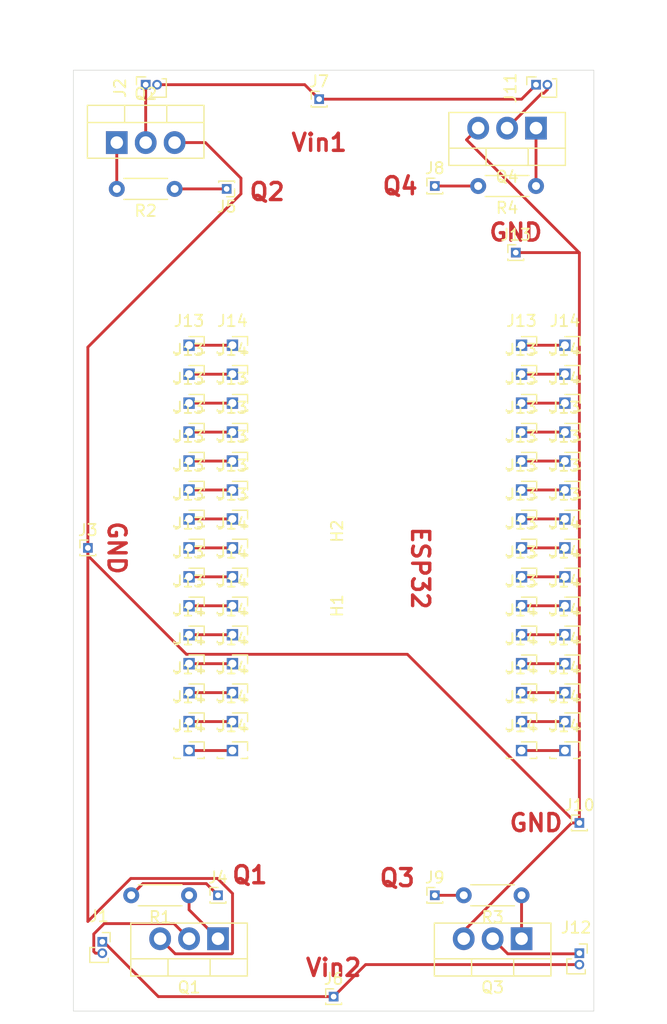
<source format=kicad_pcb>
(kicad_pcb (version 20171130) (host pcbnew "(5.1.10)-1")

  (general
    (thickness 1.6)
    (drawings 24)
    (tracks 90)
    (zones 0)
    (modules 83)
    (nets 17)
  )

  (page A4)
  (layers
    (0 F.Cu signal)
    (31 B.Cu signal)
    (32 B.Adhes user)
    (33 F.Adhes user)
    (34 B.Paste user)
    (35 F.Paste user)
    (36 B.SilkS user)
    (37 F.SilkS user)
    (38 B.Mask user)
    (39 F.Mask user)
    (40 Dwgs.User user hide)
    (41 Cmts.User user)
    (42 Eco1.User user)
    (43 Eco2.User user)
    (44 Edge.Cuts user)
    (45 Margin user)
    (46 B.CrtYd user)
    (47 F.CrtYd user)
    (48 B.Fab user)
    (49 F.Fab user)
  )

  (setup
    (last_trace_width 0.25)
    (trace_clearance 0.2)
    (zone_clearance 0.508)
    (zone_45_only no)
    (trace_min 0.2)
    (via_size 0.8)
    (via_drill 0.4)
    (via_min_size 0.4)
    (via_min_drill 0.3)
    (uvia_size 0.3)
    (uvia_drill 0.1)
    (uvias_allowed no)
    (uvia_min_size 0.2)
    (uvia_min_drill 0.1)
    (edge_width 0.05)
    (segment_width 0.2)
    (pcb_text_width 0.3)
    (pcb_text_size 1.5 1.5)
    (mod_edge_width 0.12)
    (mod_text_size 1 1)
    (mod_text_width 0.15)
    (pad_size 1.524 1.524)
    (pad_drill 0.762)
    (pad_to_mask_clearance 0)
    (aux_axis_origin 0 0)
    (visible_elements 7FFFFFFF)
    (pcbplotparams
      (layerselection 0x010fc_ffffffff)
      (usegerberextensions false)
      (usegerberattributes true)
      (usegerberadvancedattributes true)
      (creategerberjobfile true)
      (excludeedgelayer true)
      (linewidth 0.100000)
      (plotframeref false)
      (viasonmask false)
      (mode 1)
      (useauxorigin false)
      (hpglpennumber 1)
      (hpglpenspeed 20)
      (hpglpendiameter 15.000000)
      (psnegative false)
      (psa4output false)
      (plotreference true)
      (plotvalue true)
      (plotinvisibletext false)
      (padsonsilk false)
      (subtractmaskfromsilk false)
      (outputformat 1)
      (mirror false)
      (drillshape 1)
      (scaleselection 1)
      (outputdirectory ""))
  )

  (net 0 "")
  (net 1 "Net-(J1-Pad2)")
  (net 2 "Net-(J1-Pad1)")
  (net 3 "Net-(J2-Pad1)")
  (net 4 "Net-(J11-Pad1)")
  (net 5 "Net-(J4-Pad1)")
  (net 6 "Net-(J5-Pad1)")
  (net 7 "Net-(J8-Pad1)")
  (net 8 "Net-(J9-Pad1)")
  (net 9 "Net-(J10-Pad1)")
  (net 10 "Net-(J11-Pad2)")
  (net 11 "Net-(J12-Pad1)")
  (net 12 "Net-(J13-Pad1)")
  (net 13 "Net-(Q1-Pad1)")
  (net 14 "Net-(Q2-Pad1)")
  (net 15 "Net-(Q3-Pad1)")
  (net 16 "Net-(Q4-Pad1)")

  (net_class Default "This is the default net class."
    (clearance 0.2)
    (trace_width 0.25)
    (via_dia 0.8)
    (via_drill 0.4)
    (uvia_dia 0.3)
    (uvia_drill 0.1)
    (add_net "Net-(J1-Pad1)")
    (add_net "Net-(J1-Pad2)")
    (add_net "Net-(J10-Pad1)")
    (add_net "Net-(J11-Pad1)")
    (add_net "Net-(J11-Pad2)")
    (add_net "Net-(J12-Pad1)")
    (add_net "Net-(J13-Pad1)")
    (add_net "Net-(J2-Pad1)")
    (add_net "Net-(J4-Pad1)")
    (add_net "Net-(J5-Pad1)")
    (add_net "Net-(J8-Pad1)")
    (add_net "Net-(J9-Pad1)")
    (add_net "Net-(Q1-Pad1)")
    (add_net "Net-(Q2-Pad1)")
    (add_net "Net-(Q3-Pad1)")
    (add_net "Net-(Q4-Pad1)")
  )

  (module Resistor_THT:R_Axial_DIN0204_L3.6mm_D1.6mm_P5.08mm_Horizontal (layer F.Cu) (tedit 5AE5139B) (tstamp 60AB08F9)
    (at 199.39 76.454 180)
    (descr "Resistor, Axial_DIN0204 series, Axial, Horizontal, pin pitch=5.08mm, 0.167W, length*diameter=3.6*1.6mm^2, http://cdn-reichelt.de/documents/datenblatt/B400/1_4W%23YAG.pdf")
    (tags "Resistor Axial_DIN0204 series Axial Horizontal pin pitch 5.08mm 0.167W length 3.6mm diameter 1.6mm")
    (path /60ABF936)
    (fp_text reference R2 (at 2.54 -1.92) (layer F.SilkS)
      (effects (font (size 1 1) (thickness 0.15)))
    )
    (fp_text value R_Small (at 2.54 1.92) (layer F.Fab)
      (effects (font (size 1 1) (thickness 0.15)))
    )
    (fp_text user %R (at 2.54 0) (layer F.Fab)
      (effects (font (size 0.72 0.72) (thickness 0.108)))
    )
    (fp_line (start 0.74 -0.8) (end 0.74 0.8) (layer F.Fab) (width 0.1))
    (fp_line (start 0.74 0.8) (end 4.34 0.8) (layer F.Fab) (width 0.1))
    (fp_line (start 4.34 0.8) (end 4.34 -0.8) (layer F.Fab) (width 0.1))
    (fp_line (start 4.34 -0.8) (end 0.74 -0.8) (layer F.Fab) (width 0.1))
    (fp_line (start 0 0) (end 0.74 0) (layer F.Fab) (width 0.1))
    (fp_line (start 5.08 0) (end 4.34 0) (layer F.Fab) (width 0.1))
    (fp_line (start 0.62 -0.92) (end 4.46 -0.92) (layer F.SilkS) (width 0.12))
    (fp_line (start 0.62 0.92) (end 4.46 0.92) (layer F.SilkS) (width 0.12))
    (fp_line (start -0.95 -1.05) (end -0.95 1.05) (layer F.CrtYd) (width 0.05))
    (fp_line (start -0.95 1.05) (end 6.03 1.05) (layer F.CrtYd) (width 0.05))
    (fp_line (start 6.03 1.05) (end 6.03 -1.05) (layer F.CrtYd) (width 0.05))
    (fp_line (start 6.03 -1.05) (end -0.95 -1.05) (layer F.CrtYd) (width 0.05))
    (pad 2 thru_hole oval (at 5.08 0 180) (size 1.4 1.4) (drill 0.7) (layers *.Cu *.Mask)
      (net 14 "Net-(Q2-Pad1)"))
    (pad 1 thru_hole circle (at 0 0 180) (size 1.4 1.4) (drill 0.7) (layers *.Cu *.Mask)
      (net 6 "Net-(J5-Pad1)"))
    (model ${KISYS3DMOD}/Resistor_THT.3dshapes/R_Axial_DIN0204_L3.6mm_D1.6mm_P5.08mm_Horizontal.wrl
      (at (xyz 0 0 0))
      (scale (xyz 1 1 1))
      (rotate (xyz 0 0 0))
    )
  )

  (module Connector_PinHeader_1.00mm:PinHeader_1x01_P1.00mm_Vertical (layer F.Cu) (tedit 59FED738) (tstamp 60AB06AA)
    (at 203.962 76.454 180)
    (descr "Through hole straight pin header, 1x01, 1.00mm pitch, single row")
    (tags "Through hole pin header THT 1x01 1.00mm single row")
    (path /60ABFE1F)
    (fp_text reference J5 (at 0 -1.56) (layer F.SilkS)
      (effects (font (size 1 1) (thickness 0.15)))
    )
    (fp_text value Conn_01x01_Female (at 0 1.56) (layer F.Fab)
      (effects (font (size 1 1) (thickness 0.15)))
    )
    (fp_text user %R (at 0 0 90) (layer F.Fab)
      (effects (font (size 0.76 0.76) (thickness 0.114)))
    )
    (fp_line (start -0.3175 -0.5) (end 0.635 -0.5) (layer F.Fab) (width 0.1))
    (fp_line (start 0.635 -0.5) (end 0.635 0.5) (layer F.Fab) (width 0.1))
    (fp_line (start 0.635 0.5) (end -0.635 0.5) (layer F.Fab) (width 0.1))
    (fp_line (start -0.635 0.5) (end -0.635 -0.1825) (layer F.Fab) (width 0.1))
    (fp_line (start -0.635 -0.1825) (end -0.3175 -0.5) (layer F.Fab) (width 0.1))
    (fp_line (start -0.695 0.685) (end 0.695 0.685) (layer F.SilkS) (width 0.12))
    (fp_line (start -0.695 0.685) (end -0.695 0.56) (layer F.SilkS) (width 0.12))
    (fp_line (start 0.695 0.685) (end 0.695 0.56) (layer F.SilkS) (width 0.12))
    (fp_line (start -0.695 0.685) (end -0.608276 0.685) (layer F.SilkS) (width 0.12))
    (fp_line (start 0.608276 0.685) (end 0.695 0.685) (layer F.SilkS) (width 0.12))
    (fp_line (start -0.695 0) (end -0.695 -0.685) (layer F.SilkS) (width 0.12))
    (fp_line (start -0.695 -0.685) (end 0 -0.685) (layer F.SilkS) (width 0.12))
    (fp_line (start -1.15 -1) (end -1.15 1) (layer F.CrtYd) (width 0.05))
    (fp_line (start -1.15 1) (end 1.15 1) (layer F.CrtYd) (width 0.05))
    (fp_line (start 1.15 1) (end 1.15 -1) (layer F.CrtYd) (width 0.05))
    (fp_line (start 1.15 -1) (end -1.15 -1) (layer F.CrtYd) (width 0.05))
    (pad 1 thru_hole rect (at 0 0 180) (size 0.85 0.85) (drill 0.5) (layers *.Cu *.Mask)
      (net 6 "Net-(J5-Pad1)"))
    (model ${KISYS3DMOD}/Connector_PinHeader_1.00mm.3dshapes/PinHeader_1x01_P1.00mm_Vertical.wrl
      (at (xyz 0 0 0))
      (scale (xyz 1 1 1))
      (rotate (xyz 0 0 0))
    )
  )

  (module Connector_PinHeader_1.00mm:PinHeader_1x01_P1.00mm_Vertical (layer F.Cu) (tedit 59FED738) (tstamp 60AAE25A)
    (at 229.362 82.042)
    (descr "Through hole straight pin header, 1x01, 1.00mm pitch, single row")
    (tags "Through hole pin header THT 1x01 1.00mm single row")
    (path /60AAEB86)
    (fp_text reference J13 (at 0 -1.56) (layer F.SilkS)
      (effects (font (size 1 1) (thickness 0.15)))
    )
    (fp_text value Conn_01x01_Female (at 0 1.56) (layer F.Fab)
      (effects (font (size 1 1) (thickness 0.15)))
    )
    (fp_text user %R (at 0 0 90) (layer F.Fab)
      (effects (font (size 0.76 0.76) (thickness 0.114)))
    )
    (fp_line (start -0.3175 -0.5) (end 0.635 -0.5) (layer F.Fab) (width 0.1))
    (fp_line (start 0.635 -0.5) (end 0.635 0.5) (layer F.Fab) (width 0.1))
    (fp_line (start 0.635 0.5) (end -0.635 0.5) (layer F.Fab) (width 0.1))
    (fp_line (start -0.635 0.5) (end -0.635 -0.1825) (layer F.Fab) (width 0.1))
    (fp_line (start -0.635 -0.1825) (end -0.3175 -0.5) (layer F.Fab) (width 0.1))
    (fp_line (start -0.695 0.685) (end 0.695 0.685) (layer F.SilkS) (width 0.12))
    (fp_line (start -0.695 0.685) (end -0.695 0.56) (layer F.SilkS) (width 0.12))
    (fp_line (start 0.695 0.685) (end 0.695 0.56) (layer F.SilkS) (width 0.12))
    (fp_line (start -0.695 0.685) (end -0.608276 0.685) (layer F.SilkS) (width 0.12))
    (fp_line (start 0.608276 0.685) (end 0.695 0.685) (layer F.SilkS) (width 0.12))
    (fp_line (start -0.695 0) (end -0.695 -0.685) (layer F.SilkS) (width 0.12))
    (fp_line (start -0.695 -0.685) (end 0 -0.685) (layer F.SilkS) (width 0.12))
    (fp_line (start -1.15 -1) (end -1.15 1) (layer F.CrtYd) (width 0.05))
    (fp_line (start -1.15 1) (end 1.15 1) (layer F.CrtYd) (width 0.05))
    (fp_line (start 1.15 1) (end 1.15 -1) (layer F.CrtYd) (width 0.05))
    (fp_line (start 1.15 -1) (end -1.15 -1) (layer F.CrtYd) (width 0.05))
    (pad 1 thru_hole rect (at 0 0) (size 0.85 0.85) (drill 0.5) (layers *.Cu *.Mask)
      (net 9 "Net-(J10-Pad1)"))
    (model ${KISYS3DMOD}/Connector_PinHeader_1.00mm.3dshapes/PinHeader_1x01_P1.00mm_Vertical.wrl
      (at (xyz 0 0 0))
      (scale (xyz 1 1 1))
      (rotate (xyz 0 0 0))
    )
  )

  (module MountingHole:MountingHole_2.5mm (layer F.Cu) (tedit 56D1B4CB) (tstamp 60A085C2)
    (at 217.17 106.48 90)
    (descr "Mounting Hole 2.5mm, no annular")
    (tags "mounting hole 2.5mm no annular")
    (path /60C47CCF)
    (attr virtual)
    (fp_text reference H2 (at 0 -3.5 90) (layer F.SilkS)
      (effects (font (size 1 1) (thickness 0.15)))
    )
    (fp_text value MountingHole (at 0 3.5 90) (layer F.Fab)
      (effects (font (size 1 1) (thickness 0.15)))
    )
    (fp_circle (center 0 0) (end 2.5 0) (layer Cmts.User) (width 0.15))
    (fp_circle (center 0 0) (end 2.75 0) (layer F.CrtYd) (width 0.05))
    (fp_text user %R (at 0.3 0 90) (layer F.Fab)
      (effects (font (size 1 1) (thickness 0.15)))
    )
    (pad 1 np_thru_hole circle (at 0 0 90) (size 2.5 2.5) (drill 2.5) (layers *.Cu *.Mask))
  )

  (module MountingHole:MountingHole_2.5mm (layer F.Cu) (tedit 56D1B4CB) (tstamp 60A085BA)
    (at 217.17 113.03 90)
    (descr "Mounting Hole 2.5mm, no annular")
    (tags "mounting hole 2.5mm no annular")
    (path /60C47A96)
    (attr virtual)
    (fp_text reference H1 (at 0 -3.5 90) (layer F.SilkS)
      (effects (font (size 1 1) (thickness 0.15)))
    )
    (fp_text value MountingHole (at 0 3.5 90) (layer F.Fab)
      (effects (font (size 1 1) (thickness 0.15)))
    )
    (fp_circle (center 0 0) (end 2.5 0) (layer Cmts.User) (width 0.15))
    (fp_circle (center 0 0) (end 2.75 0) (layer F.CrtYd) (width 0.05))
    (fp_text user %R (at 0.3 0 90) (layer F.Fab)
      (effects (font (size 1 1) (thickness 0.15)))
    )
    (pad 1 np_thru_hole circle (at 0 0 90) (size 2.5 2.5) (drill 2.5) (layers *.Cu *.Mask))
  )

  (module Connector_PinSocket_1.27mm:PinSocket_1x01_P1.27mm_Vertical (layer F.Cu) (tedit 5A19A430) (tstamp 60A07203)
    (at 200.66 95.25)
    (descr "Through hole straight socket strip, 1x01, 1.27mm pitch, single row (from Kicad 4.0.7), script generated")
    (tags "Through hole socket strip THT 1x01 1.27mm single row")
    (path /60B4386B)
    (fp_text reference J13 (at 0 -2.135) (layer F.SilkS)
      (effects (font (size 1 1) (thickness 0.15)))
    )
    (fp_text value Conn_01x01_Female (at 0 2.135) (layer F.Fab)
      (effects (font (size 1 1) (thickness 0.15)))
    )
    (fp_line (start -1.27 -0.635) (end 0.9525 -0.635) (layer F.Fab) (width 0.1))
    (fp_line (start 0.9525 -0.635) (end 1.27 -0.3175) (layer F.Fab) (width 0.1))
    (fp_line (start 1.27 -0.3175) (end 1.27 0.635) (layer F.Fab) (width 0.1))
    (fp_line (start 1.27 0.635) (end -1.27 0.635) (layer F.Fab) (width 0.1))
    (fp_line (start -1.27 0.635) (end -1.27 -0.635) (layer F.Fab) (width 0.1))
    (fp_line (start -1.33 0.695) (end -0.76 0.695) (layer F.SilkS) (width 0.12))
    (fp_line (start 0.76 0.695) (end 1.33 0.695) (layer F.SilkS) (width 0.12))
    (fp_line (start -1.33 0.575) (end -1.33 0.695) (layer F.SilkS) (width 0.12))
    (fp_line (start 1.33 0.575) (end 1.33 0.695) (layer F.SilkS) (width 0.12))
    (fp_line (start 1.33 -0.76) (end 1.33 0) (layer F.SilkS) (width 0.12))
    (fp_line (start 0 -0.76) (end 1.33 -0.76) (layer F.SilkS) (width 0.12))
    (fp_line (start -1.8 -1.15) (end 1.75 -1.15) (layer F.CrtYd) (width 0.05))
    (fp_line (start 1.75 -1.15) (end 1.75 1.15) (layer F.CrtYd) (width 0.05))
    (fp_line (start 1.75 1.15) (end -1.8 1.15) (layer F.CrtYd) (width 0.05))
    (fp_line (start -1.8 1.15) (end -1.8 -1.15) (layer F.CrtYd) (width 0.05))
    (fp_text user %R (at 0 0) (layer F.Fab)
      (effects (font (size 0.76 0.76) (thickness 0.11)))
    )
    (pad 1 thru_hole rect (at 0 0) (size 1 1) (drill 0.7) (layers *.Cu *.Mask)
      (net 12 "Net-(J13-Pad1)"))
    (model ${KISYS3DMOD}/Connector_PinSocket_1.27mm.3dshapes/PinSocket_1x01_P1.27mm_Vertical.wrl
      (at (xyz 0 0 0))
      (scale (xyz 1 1 1))
      (rotate (xyz 0 0 0))
    )
  )

  (module Connector_PinSocket_1.27mm:PinSocket_1x01_P1.27mm_Vertical (layer F.Cu) (tedit 5A19A430) (tstamp 60A07203)
    (at 204.47 95.25)
    (descr "Through hole straight socket strip, 1x01, 1.27mm pitch, single row (from Kicad 4.0.7), script generated")
    (tags "Through hole socket strip THT 1x01 1.27mm single row")
    (path /60B4386B)
    (fp_text reference J13 (at 0 -2.135) (layer F.SilkS)
      (effects (font (size 1 1) (thickness 0.15)))
    )
    (fp_text value Conn_01x01_Female (at 0 2.135) (layer F.Fab)
      (effects (font (size 1 1) (thickness 0.15)))
    )
    (fp_line (start -1.27 -0.635) (end 0.9525 -0.635) (layer F.Fab) (width 0.1))
    (fp_line (start 0.9525 -0.635) (end 1.27 -0.3175) (layer F.Fab) (width 0.1))
    (fp_line (start 1.27 -0.3175) (end 1.27 0.635) (layer F.Fab) (width 0.1))
    (fp_line (start 1.27 0.635) (end -1.27 0.635) (layer F.Fab) (width 0.1))
    (fp_line (start -1.27 0.635) (end -1.27 -0.635) (layer F.Fab) (width 0.1))
    (fp_line (start -1.33 0.695) (end -0.76 0.695) (layer F.SilkS) (width 0.12))
    (fp_line (start 0.76 0.695) (end 1.33 0.695) (layer F.SilkS) (width 0.12))
    (fp_line (start -1.33 0.575) (end -1.33 0.695) (layer F.SilkS) (width 0.12))
    (fp_line (start 1.33 0.575) (end 1.33 0.695) (layer F.SilkS) (width 0.12))
    (fp_line (start 1.33 -0.76) (end 1.33 0) (layer F.SilkS) (width 0.12))
    (fp_line (start 0 -0.76) (end 1.33 -0.76) (layer F.SilkS) (width 0.12))
    (fp_line (start -1.8 -1.15) (end 1.75 -1.15) (layer F.CrtYd) (width 0.05))
    (fp_line (start 1.75 -1.15) (end 1.75 1.15) (layer F.CrtYd) (width 0.05))
    (fp_line (start 1.75 1.15) (end -1.8 1.15) (layer F.CrtYd) (width 0.05))
    (fp_line (start -1.8 1.15) (end -1.8 -1.15) (layer F.CrtYd) (width 0.05))
    (fp_text user %R (at 0 0) (layer F.Fab)
      (effects (font (size 0.76 0.76) (thickness 0.11)))
    )
    (pad 1 thru_hole rect (at 0 0) (size 1 1) (drill 0.7) (layers *.Cu *.Mask)
      (net 12 "Net-(J13-Pad1)"))
    (model ${KISYS3DMOD}/Connector_PinSocket_1.27mm.3dshapes/PinSocket_1x01_P1.27mm_Vertical.wrl
      (at (xyz 0 0 0))
      (scale (xyz 1 1 1))
      (rotate (xyz 0 0 0))
    )
  )

  (module Connector_PinSocket_1.27mm:PinSocket_1x01_P1.27mm_Vertical (layer F.Cu) (tedit 5A19A430) (tstamp 60A07203)
    (at 200.66 97.79)
    (descr "Through hole straight socket strip, 1x01, 1.27mm pitch, single row (from Kicad 4.0.7), script generated")
    (tags "Through hole socket strip THT 1x01 1.27mm single row")
    (path /60B4386B)
    (fp_text reference J13 (at 0 -2.135) (layer F.SilkS)
      (effects (font (size 1 1) (thickness 0.15)))
    )
    (fp_text value Conn_01x01_Female (at 0 2.135) (layer F.Fab)
      (effects (font (size 1 1) (thickness 0.15)))
    )
    (fp_line (start -1.27 -0.635) (end 0.9525 -0.635) (layer F.Fab) (width 0.1))
    (fp_line (start 0.9525 -0.635) (end 1.27 -0.3175) (layer F.Fab) (width 0.1))
    (fp_line (start 1.27 -0.3175) (end 1.27 0.635) (layer F.Fab) (width 0.1))
    (fp_line (start 1.27 0.635) (end -1.27 0.635) (layer F.Fab) (width 0.1))
    (fp_line (start -1.27 0.635) (end -1.27 -0.635) (layer F.Fab) (width 0.1))
    (fp_line (start -1.33 0.695) (end -0.76 0.695) (layer F.SilkS) (width 0.12))
    (fp_line (start 0.76 0.695) (end 1.33 0.695) (layer F.SilkS) (width 0.12))
    (fp_line (start -1.33 0.575) (end -1.33 0.695) (layer F.SilkS) (width 0.12))
    (fp_line (start 1.33 0.575) (end 1.33 0.695) (layer F.SilkS) (width 0.12))
    (fp_line (start 1.33 -0.76) (end 1.33 0) (layer F.SilkS) (width 0.12))
    (fp_line (start 0 -0.76) (end 1.33 -0.76) (layer F.SilkS) (width 0.12))
    (fp_line (start -1.8 -1.15) (end 1.75 -1.15) (layer F.CrtYd) (width 0.05))
    (fp_line (start 1.75 -1.15) (end 1.75 1.15) (layer F.CrtYd) (width 0.05))
    (fp_line (start 1.75 1.15) (end -1.8 1.15) (layer F.CrtYd) (width 0.05))
    (fp_line (start -1.8 1.15) (end -1.8 -1.15) (layer F.CrtYd) (width 0.05))
    (fp_text user %R (at 0 0) (layer F.Fab)
      (effects (font (size 0.76 0.76) (thickness 0.11)))
    )
    (pad 1 thru_hole rect (at 0 0) (size 1 1) (drill 0.7) (layers *.Cu *.Mask)
      (net 12 "Net-(J13-Pad1)"))
    (model ${KISYS3DMOD}/Connector_PinSocket_1.27mm.3dshapes/PinSocket_1x01_P1.27mm_Vertical.wrl
      (at (xyz 0 0 0))
      (scale (xyz 1 1 1))
      (rotate (xyz 0 0 0))
    )
  )

  (module Connector_PinSocket_1.27mm:PinSocket_1x01_P1.27mm_Vertical (layer F.Cu) (tedit 5A19A430) (tstamp 60A07203)
    (at 204.47 97.79)
    (descr "Through hole straight socket strip, 1x01, 1.27mm pitch, single row (from Kicad 4.0.7), script generated")
    (tags "Through hole socket strip THT 1x01 1.27mm single row")
    (path /60B4386B)
    (fp_text reference J13 (at 0 -2.135) (layer F.SilkS)
      (effects (font (size 1 1) (thickness 0.15)))
    )
    (fp_text value Conn_01x01_Female (at 0 2.135) (layer F.Fab)
      (effects (font (size 1 1) (thickness 0.15)))
    )
    (fp_line (start -1.27 -0.635) (end 0.9525 -0.635) (layer F.Fab) (width 0.1))
    (fp_line (start 0.9525 -0.635) (end 1.27 -0.3175) (layer F.Fab) (width 0.1))
    (fp_line (start 1.27 -0.3175) (end 1.27 0.635) (layer F.Fab) (width 0.1))
    (fp_line (start 1.27 0.635) (end -1.27 0.635) (layer F.Fab) (width 0.1))
    (fp_line (start -1.27 0.635) (end -1.27 -0.635) (layer F.Fab) (width 0.1))
    (fp_line (start -1.33 0.695) (end -0.76 0.695) (layer F.SilkS) (width 0.12))
    (fp_line (start 0.76 0.695) (end 1.33 0.695) (layer F.SilkS) (width 0.12))
    (fp_line (start -1.33 0.575) (end -1.33 0.695) (layer F.SilkS) (width 0.12))
    (fp_line (start 1.33 0.575) (end 1.33 0.695) (layer F.SilkS) (width 0.12))
    (fp_line (start 1.33 -0.76) (end 1.33 0) (layer F.SilkS) (width 0.12))
    (fp_line (start 0 -0.76) (end 1.33 -0.76) (layer F.SilkS) (width 0.12))
    (fp_line (start -1.8 -1.15) (end 1.75 -1.15) (layer F.CrtYd) (width 0.05))
    (fp_line (start 1.75 -1.15) (end 1.75 1.15) (layer F.CrtYd) (width 0.05))
    (fp_line (start 1.75 1.15) (end -1.8 1.15) (layer F.CrtYd) (width 0.05))
    (fp_line (start -1.8 1.15) (end -1.8 -1.15) (layer F.CrtYd) (width 0.05))
    (fp_text user %R (at 0 0) (layer F.Fab)
      (effects (font (size 0.76 0.76) (thickness 0.11)))
    )
    (pad 1 thru_hole rect (at 0 0) (size 1 1) (drill 0.7) (layers *.Cu *.Mask)
      (net 12 "Net-(J13-Pad1)"))
    (model ${KISYS3DMOD}/Connector_PinSocket_1.27mm.3dshapes/PinSocket_1x01_P1.27mm_Vertical.wrl
      (at (xyz 0 0 0))
      (scale (xyz 1 1 1))
      (rotate (xyz 0 0 0))
    )
  )

  (module Connector_PinSocket_1.27mm:PinSocket_1x01_P1.27mm_Vertical (layer F.Cu) (tedit 5A19A430) (tstamp 609F3CF0)
    (at 233.68 107.95)
    (descr "Through hole straight socket strip, 1x01, 1.27mm pitch, single row (from Kicad 4.0.7), script generated")
    (tags "Through hole socket strip THT 1x01 1.27mm single row")
    (path /60B433AE)
    (fp_text reference J14 (at 0 -2.135) (layer F.SilkS)
      (effects (font (size 1 1) (thickness 0.15)))
    )
    (fp_text value Conn_01x01_Female (at 0 2.135) (layer F.Fab)
      (effects (font (size 1 1) (thickness 0.15)))
    )
    (fp_line (start -1.27 -0.635) (end 0.9525 -0.635) (layer F.Fab) (width 0.1))
    (fp_line (start 0.9525 -0.635) (end 1.27 -0.3175) (layer F.Fab) (width 0.1))
    (fp_line (start 1.27 -0.3175) (end 1.27 0.635) (layer F.Fab) (width 0.1))
    (fp_line (start 1.27 0.635) (end -1.27 0.635) (layer F.Fab) (width 0.1))
    (fp_line (start -1.27 0.635) (end -1.27 -0.635) (layer F.Fab) (width 0.1))
    (fp_line (start -1.33 0.695) (end -0.76 0.695) (layer F.SilkS) (width 0.12))
    (fp_line (start 0.76 0.695) (end 1.33 0.695) (layer F.SilkS) (width 0.12))
    (fp_line (start -1.33 0.575) (end -1.33 0.695) (layer F.SilkS) (width 0.12))
    (fp_line (start 1.33 0.575) (end 1.33 0.695) (layer F.SilkS) (width 0.12))
    (fp_line (start 1.33 -0.76) (end 1.33 0) (layer F.SilkS) (width 0.12))
    (fp_line (start 0 -0.76) (end 1.33 -0.76) (layer F.SilkS) (width 0.12))
    (fp_line (start -1.8 -1.15) (end 1.75 -1.15) (layer F.CrtYd) (width 0.05))
    (fp_line (start 1.75 -1.15) (end 1.75 1.15) (layer F.CrtYd) (width 0.05))
    (fp_line (start 1.75 1.15) (end -1.8 1.15) (layer F.CrtYd) (width 0.05))
    (fp_line (start -1.8 1.15) (end -1.8 -1.15) (layer F.CrtYd) (width 0.05))
    (fp_text user %R (at 0 0) (layer F.Fab)
      (effects (font (size 0.76 0.76) (thickness 0.11)))
    )
    (pad 1 thru_hole rect (at 0 0) (size 1 1) (drill 0.7) (layers *.Cu *.Mask)
      (net 12 "Net-(J13-Pad1)"))
    (model ${KISYS3DMOD}/Connector_PinSocket_1.27mm.3dshapes/PinSocket_1x01_P1.27mm_Vertical.wrl
      (at (xyz 0 0 0))
      (scale (xyz 1 1 1))
      (rotate (xyz 0 0 0))
    )
  )

  (module Connector_PinSocket_1.27mm:PinSocket_1x01_P1.27mm_Vertical (layer F.Cu) (tedit 5A19A430) (tstamp 609F3CF0)
    (at 233.68 110.49)
    (descr "Through hole straight socket strip, 1x01, 1.27mm pitch, single row (from Kicad 4.0.7), script generated")
    (tags "Through hole socket strip THT 1x01 1.27mm single row")
    (path /60B433AE)
    (fp_text reference J14 (at 0 -2.135) (layer F.SilkS)
      (effects (font (size 1 1) (thickness 0.15)))
    )
    (fp_text value Conn_01x01_Female (at 0 2.135) (layer F.Fab)
      (effects (font (size 1 1) (thickness 0.15)))
    )
    (fp_line (start -1.27 -0.635) (end 0.9525 -0.635) (layer F.Fab) (width 0.1))
    (fp_line (start 0.9525 -0.635) (end 1.27 -0.3175) (layer F.Fab) (width 0.1))
    (fp_line (start 1.27 -0.3175) (end 1.27 0.635) (layer F.Fab) (width 0.1))
    (fp_line (start 1.27 0.635) (end -1.27 0.635) (layer F.Fab) (width 0.1))
    (fp_line (start -1.27 0.635) (end -1.27 -0.635) (layer F.Fab) (width 0.1))
    (fp_line (start -1.33 0.695) (end -0.76 0.695) (layer F.SilkS) (width 0.12))
    (fp_line (start 0.76 0.695) (end 1.33 0.695) (layer F.SilkS) (width 0.12))
    (fp_line (start -1.33 0.575) (end -1.33 0.695) (layer F.SilkS) (width 0.12))
    (fp_line (start 1.33 0.575) (end 1.33 0.695) (layer F.SilkS) (width 0.12))
    (fp_line (start 1.33 -0.76) (end 1.33 0) (layer F.SilkS) (width 0.12))
    (fp_line (start 0 -0.76) (end 1.33 -0.76) (layer F.SilkS) (width 0.12))
    (fp_line (start -1.8 -1.15) (end 1.75 -1.15) (layer F.CrtYd) (width 0.05))
    (fp_line (start 1.75 -1.15) (end 1.75 1.15) (layer F.CrtYd) (width 0.05))
    (fp_line (start 1.75 1.15) (end -1.8 1.15) (layer F.CrtYd) (width 0.05))
    (fp_line (start -1.8 1.15) (end -1.8 -1.15) (layer F.CrtYd) (width 0.05))
    (fp_text user %R (at 0 0) (layer F.Fab)
      (effects (font (size 0.76 0.76) (thickness 0.11)))
    )
    (pad 1 thru_hole rect (at 0 0) (size 1 1) (drill 0.7) (layers *.Cu *.Mask)
      (net 12 "Net-(J13-Pad1)"))
    (model ${KISYS3DMOD}/Connector_PinSocket_1.27mm.3dshapes/PinSocket_1x01_P1.27mm_Vertical.wrl
      (at (xyz 0 0 0))
      (scale (xyz 1 1 1))
      (rotate (xyz 0 0 0))
    )
  )

  (module Connector_PinSocket_1.27mm:PinSocket_1x01_P1.27mm_Vertical (layer F.Cu) (tedit 5A19A430) (tstamp 609F3CF0)
    (at 233.68 113.03)
    (descr "Through hole straight socket strip, 1x01, 1.27mm pitch, single row (from Kicad 4.0.7), script generated")
    (tags "Through hole socket strip THT 1x01 1.27mm single row")
    (path /60B433AE)
    (fp_text reference J14 (at 0 -2.135) (layer F.SilkS)
      (effects (font (size 1 1) (thickness 0.15)))
    )
    (fp_text value Conn_01x01_Female (at 0 2.135) (layer F.Fab)
      (effects (font (size 1 1) (thickness 0.15)))
    )
    (fp_line (start -1.27 -0.635) (end 0.9525 -0.635) (layer F.Fab) (width 0.1))
    (fp_line (start 0.9525 -0.635) (end 1.27 -0.3175) (layer F.Fab) (width 0.1))
    (fp_line (start 1.27 -0.3175) (end 1.27 0.635) (layer F.Fab) (width 0.1))
    (fp_line (start 1.27 0.635) (end -1.27 0.635) (layer F.Fab) (width 0.1))
    (fp_line (start -1.27 0.635) (end -1.27 -0.635) (layer F.Fab) (width 0.1))
    (fp_line (start -1.33 0.695) (end -0.76 0.695) (layer F.SilkS) (width 0.12))
    (fp_line (start 0.76 0.695) (end 1.33 0.695) (layer F.SilkS) (width 0.12))
    (fp_line (start -1.33 0.575) (end -1.33 0.695) (layer F.SilkS) (width 0.12))
    (fp_line (start 1.33 0.575) (end 1.33 0.695) (layer F.SilkS) (width 0.12))
    (fp_line (start 1.33 -0.76) (end 1.33 0) (layer F.SilkS) (width 0.12))
    (fp_line (start 0 -0.76) (end 1.33 -0.76) (layer F.SilkS) (width 0.12))
    (fp_line (start -1.8 -1.15) (end 1.75 -1.15) (layer F.CrtYd) (width 0.05))
    (fp_line (start 1.75 -1.15) (end 1.75 1.15) (layer F.CrtYd) (width 0.05))
    (fp_line (start 1.75 1.15) (end -1.8 1.15) (layer F.CrtYd) (width 0.05))
    (fp_line (start -1.8 1.15) (end -1.8 -1.15) (layer F.CrtYd) (width 0.05))
    (fp_text user %R (at 0 0) (layer F.Fab)
      (effects (font (size 0.76 0.76) (thickness 0.11)))
    )
    (pad 1 thru_hole rect (at 0 0) (size 1 1) (drill 0.7) (layers *.Cu *.Mask)
      (net 12 "Net-(J13-Pad1)"))
    (model ${KISYS3DMOD}/Connector_PinSocket_1.27mm.3dshapes/PinSocket_1x01_P1.27mm_Vertical.wrl
      (at (xyz 0 0 0))
      (scale (xyz 1 1 1))
      (rotate (xyz 0 0 0))
    )
  )

  (module Connector_PinSocket_1.27mm:PinSocket_1x01_P1.27mm_Vertical (layer F.Cu) (tedit 5A19A430) (tstamp 609F3CF0)
    (at 233.68 115.57)
    (descr "Through hole straight socket strip, 1x01, 1.27mm pitch, single row (from Kicad 4.0.7), script generated")
    (tags "Through hole socket strip THT 1x01 1.27mm single row")
    (path /60B433AE)
    (fp_text reference J14 (at 0 -2.135) (layer F.SilkS)
      (effects (font (size 1 1) (thickness 0.15)))
    )
    (fp_text value Conn_01x01_Female (at 0 2.135) (layer F.Fab)
      (effects (font (size 1 1) (thickness 0.15)))
    )
    (fp_line (start -1.27 -0.635) (end 0.9525 -0.635) (layer F.Fab) (width 0.1))
    (fp_line (start 0.9525 -0.635) (end 1.27 -0.3175) (layer F.Fab) (width 0.1))
    (fp_line (start 1.27 -0.3175) (end 1.27 0.635) (layer F.Fab) (width 0.1))
    (fp_line (start 1.27 0.635) (end -1.27 0.635) (layer F.Fab) (width 0.1))
    (fp_line (start -1.27 0.635) (end -1.27 -0.635) (layer F.Fab) (width 0.1))
    (fp_line (start -1.33 0.695) (end -0.76 0.695) (layer F.SilkS) (width 0.12))
    (fp_line (start 0.76 0.695) (end 1.33 0.695) (layer F.SilkS) (width 0.12))
    (fp_line (start -1.33 0.575) (end -1.33 0.695) (layer F.SilkS) (width 0.12))
    (fp_line (start 1.33 0.575) (end 1.33 0.695) (layer F.SilkS) (width 0.12))
    (fp_line (start 1.33 -0.76) (end 1.33 0) (layer F.SilkS) (width 0.12))
    (fp_line (start 0 -0.76) (end 1.33 -0.76) (layer F.SilkS) (width 0.12))
    (fp_line (start -1.8 -1.15) (end 1.75 -1.15) (layer F.CrtYd) (width 0.05))
    (fp_line (start 1.75 -1.15) (end 1.75 1.15) (layer F.CrtYd) (width 0.05))
    (fp_line (start 1.75 1.15) (end -1.8 1.15) (layer F.CrtYd) (width 0.05))
    (fp_line (start -1.8 1.15) (end -1.8 -1.15) (layer F.CrtYd) (width 0.05))
    (fp_text user %R (at 0 0) (layer F.Fab)
      (effects (font (size 0.76 0.76) (thickness 0.11)))
    )
    (pad 1 thru_hole rect (at 0 0) (size 1 1) (drill 0.7) (layers *.Cu *.Mask)
      (net 12 "Net-(J13-Pad1)"))
    (model ${KISYS3DMOD}/Connector_PinSocket_1.27mm.3dshapes/PinSocket_1x01_P1.27mm_Vertical.wrl
      (at (xyz 0 0 0))
      (scale (xyz 1 1 1))
      (rotate (xyz 0 0 0))
    )
  )

  (module Connector_PinSocket_1.27mm:PinSocket_1x01_P1.27mm_Vertical (layer F.Cu) (tedit 5A19A430) (tstamp 609F3CF0)
    (at 233.68 95.25)
    (descr "Through hole straight socket strip, 1x01, 1.27mm pitch, single row (from Kicad 4.0.7), script generated")
    (tags "Through hole socket strip THT 1x01 1.27mm single row")
    (path /60B433AE)
    (fp_text reference J14 (at 0 -2.135) (layer F.SilkS)
      (effects (font (size 1 1) (thickness 0.15)))
    )
    (fp_text value Conn_01x01_Female (at 0 2.135) (layer F.Fab)
      (effects (font (size 1 1) (thickness 0.15)))
    )
    (fp_line (start -1.27 -0.635) (end 0.9525 -0.635) (layer F.Fab) (width 0.1))
    (fp_line (start 0.9525 -0.635) (end 1.27 -0.3175) (layer F.Fab) (width 0.1))
    (fp_line (start 1.27 -0.3175) (end 1.27 0.635) (layer F.Fab) (width 0.1))
    (fp_line (start 1.27 0.635) (end -1.27 0.635) (layer F.Fab) (width 0.1))
    (fp_line (start -1.27 0.635) (end -1.27 -0.635) (layer F.Fab) (width 0.1))
    (fp_line (start -1.33 0.695) (end -0.76 0.695) (layer F.SilkS) (width 0.12))
    (fp_line (start 0.76 0.695) (end 1.33 0.695) (layer F.SilkS) (width 0.12))
    (fp_line (start -1.33 0.575) (end -1.33 0.695) (layer F.SilkS) (width 0.12))
    (fp_line (start 1.33 0.575) (end 1.33 0.695) (layer F.SilkS) (width 0.12))
    (fp_line (start 1.33 -0.76) (end 1.33 0) (layer F.SilkS) (width 0.12))
    (fp_line (start 0 -0.76) (end 1.33 -0.76) (layer F.SilkS) (width 0.12))
    (fp_line (start -1.8 -1.15) (end 1.75 -1.15) (layer F.CrtYd) (width 0.05))
    (fp_line (start 1.75 -1.15) (end 1.75 1.15) (layer F.CrtYd) (width 0.05))
    (fp_line (start 1.75 1.15) (end -1.8 1.15) (layer F.CrtYd) (width 0.05))
    (fp_line (start -1.8 1.15) (end -1.8 -1.15) (layer F.CrtYd) (width 0.05))
    (fp_text user %R (at 0 0) (layer F.Fab)
      (effects (font (size 0.76 0.76) (thickness 0.11)))
    )
    (pad 1 thru_hole rect (at 0 0) (size 1 1) (drill 0.7) (layers *.Cu *.Mask)
      (net 12 "Net-(J13-Pad1)"))
    (model ${KISYS3DMOD}/Connector_PinSocket_1.27mm.3dshapes/PinSocket_1x01_P1.27mm_Vertical.wrl
      (at (xyz 0 0 0))
      (scale (xyz 1 1 1))
      (rotate (xyz 0 0 0))
    )
  )

  (module Connector_PinSocket_1.27mm:PinSocket_1x01_P1.27mm_Vertical (layer F.Cu) (tedit 5A19A430) (tstamp 609F3CF0)
    (at 233.68 92.71)
    (descr "Through hole straight socket strip, 1x01, 1.27mm pitch, single row (from Kicad 4.0.7), script generated")
    (tags "Through hole socket strip THT 1x01 1.27mm single row")
    (path /60B433AE)
    (fp_text reference J14 (at 0 -2.135) (layer F.SilkS)
      (effects (font (size 1 1) (thickness 0.15)))
    )
    (fp_text value Conn_01x01_Female (at 0 2.135) (layer F.Fab)
      (effects (font (size 1 1) (thickness 0.15)))
    )
    (fp_line (start -1.27 -0.635) (end 0.9525 -0.635) (layer F.Fab) (width 0.1))
    (fp_line (start 0.9525 -0.635) (end 1.27 -0.3175) (layer F.Fab) (width 0.1))
    (fp_line (start 1.27 -0.3175) (end 1.27 0.635) (layer F.Fab) (width 0.1))
    (fp_line (start 1.27 0.635) (end -1.27 0.635) (layer F.Fab) (width 0.1))
    (fp_line (start -1.27 0.635) (end -1.27 -0.635) (layer F.Fab) (width 0.1))
    (fp_line (start -1.33 0.695) (end -0.76 0.695) (layer F.SilkS) (width 0.12))
    (fp_line (start 0.76 0.695) (end 1.33 0.695) (layer F.SilkS) (width 0.12))
    (fp_line (start -1.33 0.575) (end -1.33 0.695) (layer F.SilkS) (width 0.12))
    (fp_line (start 1.33 0.575) (end 1.33 0.695) (layer F.SilkS) (width 0.12))
    (fp_line (start 1.33 -0.76) (end 1.33 0) (layer F.SilkS) (width 0.12))
    (fp_line (start 0 -0.76) (end 1.33 -0.76) (layer F.SilkS) (width 0.12))
    (fp_line (start -1.8 -1.15) (end 1.75 -1.15) (layer F.CrtYd) (width 0.05))
    (fp_line (start 1.75 -1.15) (end 1.75 1.15) (layer F.CrtYd) (width 0.05))
    (fp_line (start 1.75 1.15) (end -1.8 1.15) (layer F.CrtYd) (width 0.05))
    (fp_line (start -1.8 1.15) (end -1.8 -1.15) (layer F.CrtYd) (width 0.05))
    (fp_text user %R (at 0 0) (layer F.Fab)
      (effects (font (size 0.76 0.76) (thickness 0.11)))
    )
    (pad 1 thru_hole rect (at 0 0) (size 1 1) (drill 0.7) (layers *.Cu *.Mask)
      (net 12 "Net-(J13-Pad1)"))
    (model ${KISYS3DMOD}/Connector_PinSocket_1.27mm.3dshapes/PinSocket_1x01_P1.27mm_Vertical.wrl
      (at (xyz 0 0 0))
      (scale (xyz 1 1 1))
      (rotate (xyz 0 0 0))
    )
  )

  (module Connector_PinSocket_1.27mm:PinSocket_1x01_P1.27mm_Vertical (layer F.Cu) (tedit 5A19A430) (tstamp 609F3CF0)
    (at 233.68 90.17)
    (descr "Through hole straight socket strip, 1x01, 1.27mm pitch, single row (from Kicad 4.0.7), script generated")
    (tags "Through hole socket strip THT 1x01 1.27mm single row")
    (path /60B433AE)
    (fp_text reference J14 (at 0 -2.135) (layer F.SilkS)
      (effects (font (size 1 1) (thickness 0.15)))
    )
    (fp_text value Conn_01x01_Female (at 0 2.135) (layer F.Fab)
      (effects (font (size 1 1) (thickness 0.15)))
    )
    (fp_line (start -1.27 -0.635) (end 0.9525 -0.635) (layer F.Fab) (width 0.1))
    (fp_line (start 0.9525 -0.635) (end 1.27 -0.3175) (layer F.Fab) (width 0.1))
    (fp_line (start 1.27 -0.3175) (end 1.27 0.635) (layer F.Fab) (width 0.1))
    (fp_line (start 1.27 0.635) (end -1.27 0.635) (layer F.Fab) (width 0.1))
    (fp_line (start -1.27 0.635) (end -1.27 -0.635) (layer F.Fab) (width 0.1))
    (fp_line (start -1.33 0.695) (end -0.76 0.695) (layer F.SilkS) (width 0.12))
    (fp_line (start 0.76 0.695) (end 1.33 0.695) (layer F.SilkS) (width 0.12))
    (fp_line (start -1.33 0.575) (end -1.33 0.695) (layer F.SilkS) (width 0.12))
    (fp_line (start 1.33 0.575) (end 1.33 0.695) (layer F.SilkS) (width 0.12))
    (fp_line (start 1.33 -0.76) (end 1.33 0) (layer F.SilkS) (width 0.12))
    (fp_line (start 0 -0.76) (end 1.33 -0.76) (layer F.SilkS) (width 0.12))
    (fp_line (start -1.8 -1.15) (end 1.75 -1.15) (layer F.CrtYd) (width 0.05))
    (fp_line (start 1.75 -1.15) (end 1.75 1.15) (layer F.CrtYd) (width 0.05))
    (fp_line (start 1.75 1.15) (end -1.8 1.15) (layer F.CrtYd) (width 0.05))
    (fp_line (start -1.8 1.15) (end -1.8 -1.15) (layer F.CrtYd) (width 0.05))
    (fp_text user %R (at 0 0) (layer F.Fab)
      (effects (font (size 0.76 0.76) (thickness 0.11)))
    )
    (pad 1 thru_hole rect (at 0 0) (size 1 1) (drill 0.7) (layers *.Cu *.Mask)
      (net 12 "Net-(J13-Pad1)"))
    (model ${KISYS3DMOD}/Connector_PinSocket_1.27mm.3dshapes/PinSocket_1x01_P1.27mm_Vertical.wrl
      (at (xyz 0 0 0))
      (scale (xyz 1 1 1))
      (rotate (xyz 0 0 0))
    )
  )

  (module Connector_PinSocket_1.27mm:PinSocket_1x01_P1.27mm_Vertical (layer F.Cu) (tedit 5A19A430) (tstamp 609F3CF0)
    (at 233.68 118.11)
    (descr "Through hole straight socket strip, 1x01, 1.27mm pitch, single row (from Kicad 4.0.7), script generated")
    (tags "Through hole socket strip THT 1x01 1.27mm single row")
    (path /60B433AE)
    (fp_text reference J14 (at 0 -2.135) (layer F.SilkS)
      (effects (font (size 1 1) (thickness 0.15)))
    )
    (fp_text value Conn_01x01_Female (at 0 2.135) (layer F.Fab)
      (effects (font (size 1 1) (thickness 0.15)))
    )
    (fp_line (start -1.27 -0.635) (end 0.9525 -0.635) (layer F.Fab) (width 0.1))
    (fp_line (start 0.9525 -0.635) (end 1.27 -0.3175) (layer F.Fab) (width 0.1))
    (fp_line (start 1.27 -0.3175) (end 1.27 0.635) (layer F.Fab) (width 0.1))
    (fp_line (start 1.27 0.635) (end -1.27 0.635) (layer F.Fab) (width 0.1))
    (fp_line (start -1.27 0.635) (end -1.27 -0.635) (layer F.Fab) (width 0.1))
    (fp_line (start -1.33 0.695) (end -0.76 0.695) (layer F.SilkS) (width 0.12))
    (fp_line (start 0.76 0.695) (end 1.33 0.695) (layer F.SilkS) (width 0.12))
    (fp_line (start -1.33 0.575) (end -1.33 0.695) (layer F.SilkS) (width 0.12))
    (fp_line (start 1.33 0.575) (end 1.33 0.695) (layer F.SilkS) (width 0.12))
    (fp_line (start 1.33 -0.76) (end 1.33 0) (layer F.SilkS) (width 0.12))
    (fp_line (start 0 -0.76) (end 1.33 -0.76) (layer F.SilkS) (width 0.12))
    (fp_line (start -1.8 -1.15) (end 1.75 -1.15) (layer F.CrtYd) (width 0.05))
    (fp_line (start 1.75 -1.15) (end 1.75 1.15) (layer F.CrtYd) (width 0.05))
    (fp_line (start 1.75 1.15) (end -1.8 1.15) (layer F.CrtYd) (width 0.05))
    (fp_line (start -1.8 1.15) (end -1.8 -1.15) (layer F.CrtYd) (width 0.05))
    (fp_text user %R (at 0 0) (layer F.Fab)
      (effects (font (size 0.76 0.76) (thickness 0.11)))
    )
    (pad 1 thru_hole rect (at 0 0) (size 1 1) (drill 0.7) (layers *.Cu *.Mask)
      (net 12 "Net-(J13-Pad1)"))
    (model ${KISYS3DMOD}/Connector_PinSocket_1.27mm.3dshapes/PinSocket_1x01_P1.27mm_Vertical.wrl
      (at (xyz 0 0 0))
      (scale (xyz 1 1 1))
      (rotate (xyz 0 0 0))
    )
  )

  (module Connector_PinSocket_1.27mm:PinSocket_1x01_P1.27mm_Vertical (layer F.Cu) (tedit 5A19A430) (tstamp 609F3CF0)
    (at 233.68 120.65)
    (descr "Through hole straight socket strip, 1x01, 1.27mm pitch, single row (from Kicad 4.0.7), script generated")
    (tags "Through hole socket strip THT 1x01 1.27mm single row")
    (path /60B433AE)
    (fp_text reference J14 (at 0 -2.135) (layer F.SilkS)
      (effects (font (size 1 1) (thickness 0.15)))
    )
    (fp_text value Conn_01x01_Female (at 0 2.135) (layer F.Fab)
      (effects (font (size 1 1) (thickness 0.15)))
    )
    (fp_line (start -1.27 -0.635) (end 0.9525 -0.635) (layer F.Fab) (width 0.1))
    (fp_line (start 0.9525 -0.635) (end 1.27 -0.3175) (layer F.Fab) (width 0.1))
    (fp_line (start 1.27 -0.3175) (end 1.27 0.635) (layer F.Fab) (width 0.1))
    (fp_line (start 1.27 0.635) (end -1.27 0.635) (layer F.Fab) (width 0.1))
    (fp_line (start -1.27 0.635) (end -1.27 -0.635) (layer F.Fab) (width 0.1))
    (fp_line (start -1.33 0.695) (end -0.76 0.695) (layer F.SilkS) (width 0.12))
    (fp_line (start 0.76 0.695) (end 1.33 0.695) (layer F.SilkS) (width 0.12))
    (fp_line (start -1.33 0.575) (end -1.33 0.695) (layer F.SilkS) (width 0.12))
    (fp_line (start 1.33 0.575) (end 1.33 0.695) (layer F.SilkS) (width 0.12))
    (fp_line (start 1.33 -0.76) (end 1.33 0) (layer F.SilkS) (width 0.12))
    (fp_line (start 0 -0.76) (end 1.33 -0.76) (layer F.SilkS) (width 0.12))
    (fp_line (start -1.8 -1.15) (end 1.75 -1.15) (layer F.CrtYd) (width 0.05))
    (fp_line (start 1.75 -1.15) (end 1.75 1.15) (layer F.CrtYd) (width 0.05))
    (fp_line (start 1.75 1.15) (end -1.8 1.15) (layer F.CrtYd) (width 0.05))
    (fp_line (start -1.8 1.15) (end -1.8 -1.15) (layer F.CrtYd) (width 0.05))
    (fp_text user %R (at 0 0) (layer F.Fab)
      (effects (font (size 0.76 0.76) (thickness 0.11)))
    )
    (pad 1 thru_hole rect (at 0 0) (size 1 1) (drill 0.7) (layers *.Cu *.Mask)
      (net 12 "Net-(J13-Pad1)"))
    (model ${KISYS3DMOD}/Connector_PinSocket_1.27mm.3dshapes/PinSocket_1x01_P1.27mm_Vertical.wrl
      (at (xyz 0 0 0))
      (scale (xyz 1 1 1))
      (rotate (xyz 0 0 0))
    )
  )

  (module Connector_PinSocket_1.27mm:PinSocket_1x01_P1.27mm_Vertical (layer F.Cu) (tedit 5A19A430) (tstamp 609F3CF0)
    (at 233.68 123.19)
    (descr "Through hole straight socket strip, 1x01, 1.27mm pitch, single row (from Kicad 4.0.7), script generated")
    (tags "Through hole socket strip THT 1x01 1.27mm single row")
    (path /60B433AE)
    (fp_text reference J14 (at 0 -2.135) (layer F.SilkS)
      (effects (font (size 1 1) (thickness 0.15)))
    )
    (fp_text value Conn_01x01_Female (at 0 2.135) (layer F.Fab)
      (effects (font (size 1 1) (thickness 0.15)))
    )
    (fp_line (start -1.27 -0.635) (end 0.9525 -0.635) (layer F.Fab) (width 0.1))
    (fp_line (start 0.9525 -0.635) (end 1.27 -0.3175) (layer F.Fab) (width 0.1))
    (fp_line (start 1.27 -0.3175) (end 1.27 0.635) (layer F.Fab) (width 0.1))
    (fp_line (start 1.27 0.635) (end -1.27 0.635) (layer F.Fab) (width 0.1))
    (fp_line (start -1.27 0.635) (end -1.27 -0.635) (layer F.Fab) (width 0.1))
    (fp_line (start -1.33 0.695) (end -0.76 0.695) (layer F.SilkS) (width 0.12))
    (fp_line (start 0.76 0.695) (end 1.33 0.695) (layer F.SilkS) (width 0.12))
    (fp_line (start -1.33 0.575) (end -1.33 0.695) (layer F.SilkS) (width 0.12))
    (fp_line (start 1.33 0.575) (end 1.33 0.695) (layer F.SilkS) (width 0.12))
    (fp_line (start 1.33 -0.76) (end 1.33 0) (layer F.SilkS) (width 0.12))
    (fp_line (start 0 -0.76) (end 1.33 -0.76) (layer F.SilkS) (width 0.12))
    (fp_line (start -1.8 -1.15) (end 1.75 -1.15) (layer F.CrtYd) (width 0.05))
    (fp_line (start 1.75 -1.15) (end 1.75 1.15) (layer F.CrtYd) (width 0.05))
    (fp_line (start 1.75 1.15) (end -1.8 1.15) (layer F.CrtYd) (width 0.05))
    (fp_line (start -1.8 1.15) (end -1.8 -1.15) (layer F.CrtYd) (width 0.05))
    (fp_text user %R (at 0 0) (layer F.Fab)
      (effects (font (size 0.76 0.76) (thickness 0.11)))
    )
    (pad 1 thru_hole rect (at 0 0) (size 1 1) (drill 0.7) (layers *.Cu *.Mask)
      (net 12 "Net-(J13-Pad1)"))
    (model ${KISYS3DMOD}/Connector_PinSocket_1.27mm.3dshapes/PinSocket_1x01_P1.27mm_Vertical.wrl
      (at (xyz 0 0 0))
      (scale (xyz 1 1 1))
      (rotate (xyz 0 0 0))
    )
  )

  (module Connector_PinSocket_1.27mm:PinSocket_1x01_P1.27mm_Vertical (layer F.Cu) (tedit 5A19A430) (tstamp 609F3CF0)
    (at 233.68 125.73)
    (descr "Through hole straight socket strip, 1x01, 1.27mm pitch, single row (from Kicad 4.0.7), script generated")
    (tags "Through hole socket strip THT 1x01 1.27mm single row")
    (path /60B433AE)
    (fp_text reference J14 (at 0 -2.135) (layer F.SilkS)
      (effects (font (size 1 1) (thickness 0.15)))
    )
    (fp_text value Conn_01x01_Female (at 0 2.135) (layer F.Fab)
      (effects (font (size 1 1) (thickness 0.15)))
    )
    (fp_line (start -1.27 -0.635) (end 0.9525 -0.635) (layer F.Fab) (width 0.1))
    (fp_line (start 0.9525 -0.635) (end 1.27 -0.3175) (layer F.Fab) (width 0.1))
    (fp_line (start 1.27 -0.3175) (end 1.27 0.635) (layer F.Fab) (width 0.1))
    (fp_line (start 1.27 0.635) (end -1.27 0.635) (layer F.Fab) (width 0.1))
    (fp_line (start -1.27 0.635) (end -1.27 -0.635) (layer F.Fab) (width 0.1))
    (fp_line (start -1.33 0.695) (end -0.76 0.695) (layer F.SilkS) (width 0.12))
    (fp_line (start 0.76 0.695) (end 1.33 0.695) (layer F.SilkS) (width 0.12))
    (fp_line (start -1.33 0.575) (end -1.33 0.695) (layer F.SilkS) (width 0.12))
    (fp_line (start 1.33 0.575) (end 1.33 0.695) (layer F.SilkS) (width 0.12))
    (fp_line (start 1.33 -0.76) (end 1.33 0) (layer F.SilkS) (width 0.12))
    (fp_line (start 0 -0.76) (end 1.33 -0.76) (layer F.SilkS) (width 0.12))
    (fp_line (start -1.8 -1.15) (end 1.75 -1.15) (layer F.CrtYd) (width 0.05))
    (fp_line (start 1.75 -1.15) (end 1.75 1.15) (layer F.CrtYd) (width 0.05))
    (fp_line (start 1.75 1.15) (end -1.8 1.15) (layer F.CrtYd) (width 0.05))
    (fp_line (start -1.8 1.15) (end -1.8 -1.15) (layer F.CrtYd) (width 0.05))
    (fp_text user %R (at 0 0) (layer F.Fab)
      (effects (font (size 0.76 0.76) (thickness 0.11)))
    )
    (pad 1 thru_hole rect (at 0 0) (size 1 1) (drill 0.7) (layers *.Cu *.Mask)
      (net 12 "Net-(J13-Pad1)"))
    (model ${KISYS3DMOD}/Connector_PinSocket_1.27mm.3dshapes/PinSocket_1x01_P1.27mm_Vertical.wrl
      (at (xyz 0 0 0))
      (scale (xyz 1 1 1))
      (rotate (xyz 0 0 0))
    )
  )

  (module Connector_PinSocket_1.27mm:PinSocket_1x01_P1.27mm_Vertical (layer F.Cu) (tedit 5A19A430) (tstamp 609F3CF0)
    (at 229.87 115.57)
    (descr "Through hole straight socket strip, 1x01, 1.27mm pitch, single row (from Kicad 4.0.7), script generated")
    (tags "Through hole socket strip THT 1x01 1.27mm single row")
    (path /60B433AE)
    (fp_text reference J14 (at 0 -2.135) (layer F.SilkS)
      (effects (font (size 1 1) (thickness 0.15)))
    )
    (fp_text value Conn_01x01_Female (at 0 2.135) (layer F.Fab)
      (effects (font (size 1 1) (thickness 0.15)))
    )
    (fp_line (start -1.27 -0.635) (end 0.9525 -0.635) (layer F.Fab) (width 0.1))
    (fp_line (start 0.9525 -0.635) (end 1.27 -0.3175) (layer F.Fab) (width 0.1))
    (fp_line (start 1.27 -0.3175) (end 1.27 0.635) (layer F.Fab) (width 0.1))
    (fp_line (start 1.27 0.635) (end -1.27 0.635) (layer F.Fab) (width 0.1))
    (fp_line (start -1.27 0.635) (end -1.27 -0.635) (layer F.Fab) (width 0.1))
    (fp_line (start -1.33 0.695) (end -0.76 0.695) (layer F.SilkS) (width 0.12))
    (fp_line (start 0.76 0.695) (end 1.33 0.695) (layer F.SilkS) (width 0.12))
    (fp_line (start -1.33 0.575) (end -1.33 0.695) (layer F.SilkS) (width 0.12))
    (fp_line (start 1.33 0.575) (end 1.33 0.695) (layer F.SilkS) (width 0.12))
    (fp_line (start 1.33 -0.76) (end 1.33 0) (layer F.SilkS) (width 0.12))
    (fp_line (start 0 -0.76) (end 1.33 -0.76) (layer F.SilkS) (width 0.12))
    (fp_line (start -1.8 -1.15) (end 1.75 -1.15) (layer F.CrtYd) (width 0.05))
    (fp_line (start 1.75 -1.15) (end 1.75 1.15) (layer F.CrtYd) (width 0.05))
    (fp_line (start 1.75 1.15) (end -1.8 1.15) (layer F.CrtYd) (width 0.05))
    (fp_line (start -1.8 1.15) (end -1.8 -1.15) (layer F.CrtYd) (width 0.05))
    (fp_text user %R (at 0 0) (layer F.Fab)
      (effects (font (size 0.76 0.76) (thickness 0.11)))
    )
    (pad 1 thru_hole rect (at 0 0) (size 1 1) (drill 0.7) (layers *.Cu *.Mask)
      (net 12 "Net-(J13-Pad1)"))
    (model ${KISYS3DMOD}/Connector_PinSocket_1.27mm.3dshapes/PinSocket_1x01_P1.27mm_Vertical.wrl
      (at (xyz 0 0 0))
      (scale (xyz 1 1 1))
      (rotate (xyz 0 0 0))
    )
  )

  (module Connector_PinSocket_1.27mm:PinSocket_1x01_P1.27mm_Vertical (layer F.Cu) (tedit 5A19A430) (tstamp 609F3CF0)
    (at 229.87 118.11)
    (descr "Through hole straight socket strip, 1x01, 1.27mm pitch, single row (from Kicad 4.0.7), script generated")
    (tags "Through hole socket strip THT 1x01 1.27mm single row")
    (path /60B433AE)
    (fp_text reference J14 (at 0 -2.135) (layer F.SilkS)
      (effects (font (size 1 1) (thickness 0.15)))
    )
    (fp_text value Conn_01x01_Female (at 0 2.135) (layer F.Fab)
      (effects (font (size 1 1) (thickness 0.15)))
    )
    (fp_line (start -1.27 -0.635) (end 0.9525 -0.635) (layer F.Fab) (width 0.1))
    (fp_line (start 0.9525 -0.635) (end 1.27 -0.3175) (layer F.Fab) (width 0.1))
    (fp_line (start 1.27 -0.3175) (end 1.27 0.635) (layer F.Fab) (width 0.1))
    (fp_line (start 1.27 0.635) (end -1.27 0.635) (layer F.Fab) (width 0.1))
    (fp_line (start -1.27 0.635) (end -1.27 -0.635) (layer F.Fab) (width 0.1))
    (fp_line (start -1.33 0.695) (end -0.76 0.695) (layer F.SilkS) (width 0.12))
    (fp_line (start 0.76 0.695) (end 1.33 0.695) (layer F.SilkS) (width 0.12))
    (fp_line (start -1.33 0.575) (end -1.33 0.695) (layer F.SilkS) (width 0.12))
    (fp_line (start 1.33 0.575) (end 1.33 0.695) (layer F.SilkS) (width 0.12))
    (fp_line (start 1.33 -0.76) (end 1.33 0) (layer F.SilkS) (width 0.12))
    (fp_line (start 0 -0.76) (end 1.33 -0.76) (layer F.SilkS) (width 0.12))
    (fp_line (start -1.8 -1.15) (end 1.75 -1.15) (layer F.CrtYd) (width 0.05))
    (fp_line (start 1.75 -1.15) (end 1.75 1.15) (layer F.CrtYd) (width 0.05))
    (fp_line (start 1.75 1.15) (end -1.8 1.15) (layer F.CrtYd) (width 0.05))
    (fp_line (start -1.8 1.15) (end -1.8 -1.15) (layer F.CrtYd) (width 0.05))
    (fp_text user %R (at 0 0) (layer F.Fab)
      (effects (font (size 0.76 0.76) (thickness 0.11)))
    )
    (pad 1 thru_hole rect (at 0 0) (size 1 1) (drill 0.7) (layers *.Cu *.Mask)
      (net 12 "Net-(J13-Pad1)"))
    (model ${KISYS3DMOD}/Connector_PinSocket_1.27mm.3dshapes/PinSocket_1x01_P1.27mm_Vertical.wrl
      (at (xyz 0 0 0))
      (scale (xyz 1 1 1))
      (rotate (xyz 0 0 0))
    )
  )

  (module Connector_PinSocket_1.27mm:PinSocket_1x01_P1.27mm_Vertical (layer F.Cu) (tedit 5A19A430) (tstamp 609F3CF0)
    (at 229.87 120.65)
    (descr "Through hole straight socket strip, 1x01, 1.27mm pitch, single row (from Kicad 4.0.7), script generated")
    (tags "Through hole socket strip THT 1x01 1.27mm single row")
    (path /60B433AE)
    (fp_text reference J14 (at 0 -2.135) (layer F.SilkS)
      (effects (font (size 1 1) (thickness 0.15)))
    )
    (fp_text value Conn_01x01_Female (at 0 2.135) (layer F.Fab)
      (effects (font (size 1 1) (thickness 0.15)))
    )
    (fp_line (start -1.27 -0.635) (end 0.9525 -0.635) (layer F.Fab) (width 0.1))
    (fp_line (start 0.9525 -0.635) (end 1.27 -0.3175) (layer F.Fab) (width 0.1))
    (fp_line (start 1.27 -0.3175) (end 1.27 0.635) (layer F.Fab) (width 0.1))
    (fp_line (start 1.27 0.635) (end -1.27 0.635) (layer F.Fab) (width 0.1))
    (fp_line (start -1.27 0.635) (end -1.27 -0.635) (layer F.Fab) (width 0.1))
    (fp_line (start -1.33 0.695) (end -0.76 0.695) (layer F.SilkS) (width 0.12))
    (fp_line (start 0.76 0.695) (end 1.33 0.695) (layer F.SilkS) (width 0.12))
    (fp_line (start -1.33 0.575) (end -1.33 0.695) (layer F.SilkS) (width 0.12))
    (fp_line (start 1.33 0.575) (end 1.33 0.695) (layer F.SilkS) (width 0.12))
    (fp_line (start 1.33 -0.76) (end 1.33 0) (layer F.SilkS) (width 0.12))
    (fp_line (start 0 -0.76) (end 1.33 -0.76) (layer F.SilkS) (width 0.12))
    (fp_line (start -1.8 -1.15) (end 1.75 -1.15) (layer F.CrtYd) (width 0.05))
    (fp_line (start 1.75 -1.15) (end 1.75 1.15) (layer F.CrtYd) (width 0.05))
    (fp_line (start 1.75 1.15) (end -1.8 1.15) (layer F.CrtYd) (width 0.05))
    (fp_line (start -1.8 1.15) (end -1.8 -1.15) (layer F.CrtYd) (width 0.05))
    (fp_text user %R (at 0 0) (layer F.Fab)
      (effects (font (size 0.76 0.76) (thickness 0.11)))
    )
    (pad 1 thru_hole rect (at 0 0) (size 1 1) (drill 0.7) (layers *.Cu *.Mask)
      (net 12 "Net-(J13-Pad1)"))
    (model ${KISYS3DMOD}/Connector_PinSocket_1.27mm.3dshapes/PinSocket_1x01_P1.27mm_Vertical.wrl
      (at (xyz 0 0 0))
      (scale (xyz 1 1 1))
      (rotate (xyz 0 0 0))
    )
  )

  (module Connector_PinSocket_1.27mm:PinSocket_1x01_P1.27mm_Vertical (layer F.Cu) (tedit 5A19A430) (tstamp 609F3CF0)
    (at 229.87 123.19)
    (descr "Through hole straight socket strip, 1x01, 1.27mm pitch, single row (from Kicad 4.0.7), script generated")
    (tags "Through hole socket strip THT 1x01 1.27mm single row")
    (path /60B433AE)
    (fp_text reference J14 (at 0 -2.135) (layer F.SilkS)
      (effects (font (size 1 1) (thickness 0.15)))
    )
    (fp_text value Conn_01x01_Female (at 0 2.135) (layer F.Fab)
      (effects (font (size 1 1) (thickness 0.15)))
    )
    (fp_line (start -1.27 -0.635) (end 0.9525 -0.635) (layer F.Fab) (width 0.1))
    (fp_line (start 0.9525 -0.635) (end 1.27 -0.3175) (layer F.Fab) (width 0.1))
    (fp_line (start 1.27 -0.3175) (end 1.27 0.635) (layer F.Fab) (width 0.1))
    (fp_line (start 1.27 0.635) (end -1.27 0.635) (layer F.Fab) (width 0.1))
    (fp_line (start -1.27 0.635) (end -1.27 -0.635) (layer F.Fab) (width 0.1))
    (fp_line (start -1.33 0.695) (end -0.76 0.695) (layer F.SilkS) (width 0.12))
    (fp_line (start 0.76 0.695) (end 1.33 0.695) (layer F.SilkS) (width 0.12))
    (fp_line (start -1.33 0.575) (end -1.33 0.695) (layer F.SilkS) (width 0.12))
    (fp_line (start 1.33 0.575) (end 1.33 0.695) (layer F.SilkS) (width 0.12))
    (fp_line (start 1.33 -0.76) (end 1.33 0) (layer F.SilkS) (width 0.12))
    (fp_line (start 0 -0.76) (end 1.33 -0.76) (layer F.SilkS) (width 0.12))
    (fp_line (start -1.8 -1.15) (end 1.75 -1.15) (layer F.CrtYd) (width 0.05))
    (fp_line (start 1.75 -1.15) (end 1.75 1.15) (layer F.CrtYd) (width 0.05))
    (fp_line (start 1.75 1.15) (end -1.8 1.15) (layer F.CrtYd) (width 0.05))
    (fp_line (start -1.8 1.15) (end -1.8 -1.15) (layer F.CrtYd) (width 0.05))
    (fp_text user %R (at 0 0) (layer F.Fab)
      (effects (font (size 0.76 0.76) (thickness 0.11)))
    )
    (pad 1 thru_hole rect (at 0 0) (size 1 1) (drill 0.7) (layers *.Cu *.Mask)
      (net 12 "Net-(J13-Pad1)"))
    (model ${KISYS3DMOD}/Connector_PinSocket_1.27mm.3dshapes/PinSocket_1x01_P1.27mm_Vertical.wrl
      (at (xyz 0 0 0))
      (scale (xyz 1 1 1))
      (rotate (xyz 0 0 0))
    )
  )

  (module Connector_PinSocket_1.27mm:PinSocket_1x01_P1.27mm_Vertical (layer F.Cu) (tedit 5A19A430) (tstamp 609F3CF0)
    (at 229.87 125.73)
    (descr "Through hole straight socket strip, 1x01, 1.27mm pitch, single row (from Kicad 4.0.7), script generated")
    (tags "Through hole socket strip THT 1x01 1.27mm single row")
    (path /60B433AE)
    (fp_text reference J14 (at 0 -2.135) (layer F.SilkS)
      (effects (font (size 1 1) (thickness 0.15)))
    )
    (fp_text value Conn_01x01_Female (at 0 2.135) (layer F.Fab)
      (effects (font (size 1 1) (thickness 0.15)))
    )
    (fp_line (start -1.27 -0.635) (end 0.9525 -0.635) (layer F.Fab) (width 0.1))
    (fp_line (start 0.9525 -0.635) (end 1.27 -0.3175) (layer F.Fab) (width 0.1))
    (fp_line (start 1.27 -0.3175) (end 1.27 0.635) (layer F.Fab) (width 0.1))
    (fp_line (start 1.27 0.635) (end -1.27 0.635) (layer F.Fab) (width 0.1))
    (fp_line (start -1.27 0.635) (end -1.27 -0.635) (layer F.Fab) (width 0.1))
    (fp_line (start -1.33 0.695) (end -0.76 0.695) (layer F.SilkS) (width 0.12))
    (fp_line (start 0.76 0.695) (end 1.33 0.695) (layer F.SilkS) (width 0.12))
    (fp_line (start -1.33 0.575) (end -1.33 0.695) (layer F.SilkS) (width 0.12))
    (fp_line (start 1.33 0.575) (end 1.33 0.695) (layer F.SilkS) (width 0.12))
    (fp_line (start 1.33 -0.76) (end 1.33 0) (layer F.SilkS) (width 0.12))
    (fp_line (start 0 -0.76) (end 1.33 -0.76) (layer F.SilkS) (width 0.12))
    (fp_line (start -1.8 -1.15) (end 1.75 -1.15) (layer F.CrtYd) (width 0.05))
    (fp_line (start 1.75 -1.15) (end 1.75 1.15) (layer F.CrtYd) (width 0.05))
    (fp_line (start 1.75 1.15) (end -1.8 1.15) (layer F.CrtYd) (width 0.05))
    (fp_line (start -1.8 1.15) (end -1.8 -1.15) (layer F.CrtYd) (width 0.05))
    (fp_text user %R (at 0 0) (layer F.Fab)
      (effects (font (size 0.76 0.76) (thickness 0.11)))
    )
    (pad 1 thru_hole rect (at 0 0) (size 1 1) (drill 0.7) (layers *.Cu *.Mask)
      (net 12 "Net-(J13-Pad1)"))
    (model ${KISYS3DMOD}/Connector_PinSocket_1.27mm.3dshapes/PinSocket_1x01_P1.27mm_Vertical.wrl
      (at (xyz 0 0 0))
      (scale (xyz 1 1 1))
      (rotate (xyz 0 0 0))
    )
  )

  (module Connector_PinSocket_1.27mm:PinSocket_1x01_P1.27mm_Vertical (layer F.Cu) (tedit 5A19A430) (tstamp 609F71C4)
    (at 200.66 115.57)
    (descr "Through hole straight socket strip, 1x01, 1.27mm pitch, single row (from Kicad 4.0.7), script generated")
    (tags "Through hole socket strip THT 1x01 1.27mm single row")
    (path /60B433AE)
    (fp_text reference J14 (at 0 -2.135) (layer F.SilkS)
      (effects (font (size 1 1) (thickness 0.15)))
    )
    (fp_text value Conn_01x01_Female (at 0 2.135) (layer F.Fab)
      (effects (font (size 1 1) (thickness 0.15)))
    )
    (fp_line (start -1.27 -0.635) (end 0.9525 -0.635) (layer F.Fab) (width 0.1))
    (fp_line (start 0.9525 -0.635) (end 1.27 -0.3175) (layer F.Fab) (width 0.1))
    (fp_line (start 1.27 -0.3175) (end 1.27 0.635) (layer F.Fab) (width 0.1))
    (fp_line (start 1.27 0.635) (end -1.27 0.635) (layer F.Fab) (width 0.1))
    (fp_line (start -1.27 0.635) (end -1.27 -0.635) (layer F.Fab) (width 0.1))
    (fp_line (start -1.33 0.695) (end -0.76 0.695) (layer F.SilkS) (width 0.12))
    (fp_line (start 0.76 0.695) (end 1.33 0.695) (layer F.SilkS) (width 0.12))
    (fp_line (start -1.33 0.575) (end -1.33 0.695) (layer F.SilkS) (width 0.12))
    (fp_line (start 1.33 0.575) (end 1.33 0.695) (layer F.SilkS) (width 0.12))
    (fp_line (start 1.33 -0.76) (end 1.33 0) (layer F.SilkS) (width 0.12))
    (fp_line (start 0 -0.76) (end 1.33 -0.76) (layer F.SilkS) (width 0.12))
    (fp_line (start -1.8 -1.15) (end 1.75 -1.15) (layer F.CrtYd) (width 0.05))
    (fp_line (start 1.75 -1.15) (end 1.75 1.15) (layer F.CrtYd) (width 0.05))
    (fp_line (start 1.75 1.15) (end -1.8 1.15) (layer F.CrtYd) (width 0.05))
    (fp_line (start -1.8 1.15) (end -1.8 -1.15) (layer F.CrtYd) (width 0.05))
    (fp_text user %R (at 0 0) (layer F.Fab)
      (effects (font (size 0.76 0.76) (thickness 0.11)))
    )
    (pad 1 thru_hole rect (at 0 0) (size 1 1) (drill 0.7) (layers *.Cu *.Mask)
      (net 12 "Net-(J13-Pad1)"))
    (model ${KISYS3DMOD}/Connector_PinSocket_1.27mm.3dshapes/PinSocket_1x01_P1.27mm_Vertical.wrl
      (at (xyz 0 0 0))
      (scale (xyz 1 1 1))
      (rotate (xyz 0 0 0))
    )
  )

  (module Connector_PinSocket_1.27mm:PinSocket_1x01_P1.27mm_Vertical (layer F.Cu) (tedit 5A19A430) (tstamp 609F71D9)
    (at 200.66 120.65)
    (descr "Through hole straight socket strip, 1x01, 1.27mm pitch, single row (from Kicad 4.0.7), script generated")
    (tags "Through hole socket strip THT 1x01 1.27mm single row")
    (path /60B433AE)
    (fp_text reference J14 (at 0 -2.135) (layer F.SilkS)
      (effects (font (size 1 1) (thickness 0.15)))
    )
    (fp_text value Conn_01x01_Female (at 0 2.135) (layer F.Fab)
      (effects (font (size 1 1) (thickness 0.15)))
    )
    (fp_line (start -1.27 -0.635) (end 0.9525 -0.635) (layer F.Fab) (width 0.1))
    (fp_line (start 0.9525 -0.635) (end 1.27 -0.3175) (layer F.Fab) (width 0.1))
    (fp_line (start 1.27 -0.3175) (end 1.27 0.635) (layer F.Fab) (width 0.1))
    (fp_line (start 1.27 0.635) (end -1.27 0.635) (layer F.Fab) (width 0.1))
    (fp_line (start -1.27 0.635) (end -1.27 -0.635) (layer F.Fab) (width 0.1))
    (fp_line (start -1.33 0.695) (end -0.76 0.695) (layer F.SilkS) (width 0.12))
    (fp_line (start 0.76 0.695) (end 1.33 0.695) (layer F.SilkS) (width 0.12))
    (fp_line (start -1.33 0.575) (end -1.33 0.695) (layer F.SilkS) (width 0.12))
    (fp_line (start 1.33 0.575) (end 1.33 0.695) (layer F.SilkS) (width 0.12))
    (fp_line (start 1.33 -0.76) (end 1.33 0) (layer F.SilkS) (width 0.12))
    (fp_line (start 0 -0.76) (end 1.33 -0.76) (layer F.SilkS) (width 0.12))
    (fp_line (start -1.8 -1.15) (end 1.75 -1.15) (layer F.CrtYd) (width 0.05))
    (fp_line (start 1.75 -1.15) (end 1.75 1.15) (layer F.CrtYd) (width 0.05))
    (fp_line (start 1.75 1.15) (end -1.8 1.15) (layer F.CrtYd) (width 0.05))
    (fp_line (start -1.8 1.15) (end -1.8 -1.15) (layer F.CrtYd) (width 0.05))
    (fp_text user %R (at 0 0) (layer F.Fab)
      (effects (font (size 0.76 0.76) (thickness 0.11)))
    )
    (pad 1 thru_hole rect (at 0 0) (size 1 1) (drill 0.7) (layers *.Cu *.Mask)
      (net 12 "Net-(J13-Pad1)"))
    (model ${KISYS3DMOD}/Connector_PinSocket_1.27mm.3dshapes/PinSocket_1x01_P1.27mm_Vertical.wrl
      (at (xyz 0 0 0))
      (scale (xyz 1 1 1))
      (rotate (xyz 0 0 0))
    )
  )

  (module Connector_PinSocket_1.27mm:PinSocket_1x01_P1.27mm_Vertical (layer F.Cu) (tedit 5A19A430) (tstamp 609F71EE)
    (at 200.66 125.73)
    (descr "Through hole straight socket strip, 1x01, 1.27mm pitch, single row (from Kicad 4.0.7), script generated")
    (tags "Through hole socket strip THT 1x01 1.27mm single row")
    (path /60B433AE)
    (fp_text reference J14 (at 0 -2.135) (layer F.SilkS)
      (effects (font (size 1 1) (thickness 0.15)))
    )
    (fp_text value Conn_01x01_Female (at 0 2.135) (layer F.Fab)
      (effects (font (size 1 1) (thickness 0.15)))
    )
    (fp_line (start -1.27 -0.635) (end 0.9525 -0.635) (layer F.Fab) (width 0.1))
    (fp_line (start 0.9525 -0.635) (end 1.27 -0.3175) (layer F.Fab) (width 0.1))
    (fp_line (start 1.27 -0.3175) (end 1.27 0.635) (layer F.Fab) (width 0.1))
    (fp_line (start 1.27 0.635) (end -1.27 0.635) (layer F.Fab) (width 0.1))
    (fp_line (start -1.27 0.635) (end -1.27 -0.635) (layer F.Fab) (width 0.1))
    (fp_line (start -1.33 0.695) (end -0.76 0.695) (layer F.SilkS) (width 0.12))
    (fp_line (start 0.76 0.695) (end 1.33 0.695) (layer F.SilkS) (width 0.12))
    (fp_line (start -1.33 0.575) (end -1.33 0.695) (layer F.SilkS) (width 0.12))
    (fp_line (start 1.33 0.575) (end 1.33 0.695) (layer F.SilkS) (width 0.12))
    (fp_line (start 1.33 -0.76) (end 1.33 0) (layer F.SilkS) (width 0.12))
    (fp_line (start 0 -0.76) (end 1.33 -0.76) (layer F.SilkS) (width 0.12))
    (fp_line (start -1.8 -1.15) (end 1.75 -1.15) (layer F.CrtYd) (width 0.05))
    (fp_line (start 1.75 -1.15) (end 1.75 1.15) (layer F.CrtYd) (width 0.05))
    (fp_line (start 1.75 1.15) (end -1.8 1.15) (layer F.CrtYd) (width 0.05))
    (fp_line (start -1.8 1.15) (end -1.8 -1.15) (layer F.CrtYd) (width 0.05))
    (fp_text user %R (at 0 0) (layer F.Fab)
      (effects (font (size 0.76 0.76) (thickness 0.11)))
    )
    (pad 1 thru_hole rect (at 0 0) (size 1 1) (drill 0.7) (layers *.Cu *.Mask)
      (net 12 "Net-(J13-Pad1)"))
    (model ${KISYS3DMOD}/Connector_PinSocket_1.27mm.3dshapes/PinSocket_1x01_P1.27mm_Vertical.wrl
      (at (xyz 0 0 0))
      (scale (xyz 1 1 1))
      (rotate (xyz 0 0 0))
    )
  )

  (module Connector_PinSocket_1.27mm:PinSocket_1x01_P1.27mm_Vertical (layer F.Cu) (tedit 5A19A430) (tstamp 609F7203)
    (at 200.66 118.11)
    (descr "Through hole straight socket strip, 1x01, 1.27mm pitch, single row (from Kicad 4.0.7), script generated")
    (tags "Through hole socket strip THT 1x01 1.27mm single row")
    (path /60B433AE)
    (fp_text reference J14 (at 0 -2.135) (layer F.SilkS)
      (effects (font (size 1 1) (thickness 0.15)))
    )
    (fp_text value Conn_01x01_Female (at 0 2.135) (layer F.Fab)
      (effects (font (size 1 1) (thickness 0.15)))
    )
    (fp_line (start -1.27 -0.635) (end 0.9525 -0.635) (layer F.Fab) (width 0.1))
    (fp_line (start 0.9525 -0.635) (end 1.27 -0.3175) (layer F.Fab) (width 0.1))
    (fp_line (start 1.27 -0.3175) (end 1.27 0.635) (layer F.Fab) (width 0.1))
    (fp_line (start 1.27 0.635) (end -1.27 0.635) (layer F.Fab) (width 0.1))
    (fp_line (start -1.27 0.635) (end -1.27 -0.635) (layer F.Fab) (width 0.1))
    (fp_line (start -1.33 0.695) (end -0.76 0.695) (layer F.SilkS) (width 0.12))
    (fp_line (start 0.76 0.695) (end 1.33 0.695) (layer F.SilkS) (width 0.12))
    (fp_line (start -1.33 0.575) (end -1.33 0.695) (layer F.SilkS) (width 0.12))
    (fp_line (start 1.33 0.575) (end 1.33 0.695) (layer F.SilkS) (width 0.12))
    (fp_line (start 1.33 -0.76) (end 1.33 0) (layer F.SilkS) (width 0.12))
    (fp_line (start 0 -0.76) (end 1.33 -0.76) (layer F.SilkS) (width 0.12))
    (fp_line (start -1.8 -1.15) (end 1.75 -1.15) (layer F.CrtYd) (width 0.05))
    (fp_line (start 1.75 -1.15) (end 1.75 1.15) (layer F.CrtYd) (width 0.05))
    (fp_line (start 1.75 1.15) (end -1.8 1.15) (layer F.CrtYd) (width 0.05))
    (fp_line (start -1.8 1.15) (end -1.8 -1.15) (layer F.CrtYd) (width 0.05))
    (fp_text user %R (at 0 0) (layer F.Fab)
      (effects (font (size 0.76 0.76) (thickness 0.11)))
    )
    (pad 1 thru_hole rect (at 0 0) (size 1 1) (drill 0.7) (layers *.Cu *.Mask)
      (net 12 "Net-(J13-Pad1)"))
    (model ${KISYS3DMOD}/Connector_PinSocket_1.27mm.3dshapes/PinSocket_1x01_P1.27mm_Vertical.wrl
      (at (xyz 0 0 0))
      (scale (xyz 1 1 1))
      (rotate (xyz 0 0 0))
    )
  )

  (module Connector_PinSocket_1.27mm:PinSocket_1x01_P1.27mm_Vertical (layer F.Cu) (tedit 5A19A430) (tstamp 609F7218)
    (at 200.66 123.19)
    (descr "Through hole straight socket strip, 1x01, 1.27mm pitch, single row (from Kicad 4.0.7), script generated")
    (tags "Through hole socket strip THT 1x01 1.27mm single row")
    (path /60B433AE)
    (fp_text reference J14 (at 0 -2.135) (layer F.SilkS)
      (effects (font (size 1 1) (thickness 0.15)))
    )
    (fp_text value Conn_01x01_Female (at 0 2.135) (layer F.Fab)
      (effects (font (size 1 1) (thickness 0.15)))
    )
    (fp_line (start -1.27 -0.635) (end 0.9525 -0.635) (layer F.Fab) (width 0.1))
    (fp_line (start 0.9525 -0.635) (end 1.27 -0.3175) (layer F.Fab) (width 0.1))
    (fp_line (start 1.27 -0.3175) (end 1.27 0.635) (layer F.Fab) (width 0.1))
    (fp_line (start 1.27 0.635) (end -1.27 0.635) (layer F.Fab) (width 0.1))
    (fp_line (start -1.27 0.635) (end -1.27 -0.635) (layer F.Fab) (width 0.1))
    (fp_line (start -1.33 0.695) (end -0.76 0.695) (layer F.SilkS) (width 0.12))
    (fp_line (start 0.76 0.695) (end 1.33 0.695) (layer F.SilkS) (width 0.12))
    (fp_line (start -1.33 0.575) (end -1.33 0.695) (layer F.SilkS) (width 0.12))
    (fp_line (start 1.33 0.575) (end 1.33 0.695) (layer F.SilkS) (width 0.12))
    (fp_line (start 1.33 -0.76) (end 1.33 0) (layer F.SilkS) (width 0.12))
    (fp_line (start 0 -0.76) (end 1.33 -0.76) (layer F.SilkS) (width 0.12))
    (fp_line (start -1.8 -1.15) (end 1.75 -1.15) (layer F.CrtYd) (width 0.05))
    (fp_line (start 1.75 -1.15) (end 1.75 1.15) (layer F.CrtYd) (width 0.05))
    (fp_line (start 1.75 1.15) (end -1.8 1.15) (layer F.CrtYd) (width 0.05))
    (fp_line (start -1.8 1.15) (end -1.8 -1.15) (layer F.CrtYd) (width 0.05))
    (fp_text user %R (at 0 0) (layer F.Fab)
      (effects (font (size 0.76 0.76) (thickness 0.11)))
    )
    (pad 1 thru_hole rect (at 0 0) (size 1 1) (drill 0.7) (layers *.Cu *.Mask)
      (net 12 "Net-(J13-Pad1)"))
    (model ${KISYS3DMOD}/Connector_PinSocket_1.27mm.3dshapes/PinSocket_1x01_P1.27mm_Vertical.wrl
      (at (xyz 0 0 0))
      (scale (xyz 1 1 1))
      (rotate (xyz 0 0 0))
    )
  )

  (module Connector_PinSocket_1.27mm:PinSocket_1x01_P1.27mm_Vertical (layer F.Cu) (tedit 5A19A430) (tstamp 609F7242)
    (at 204.47 107.95)
    (descr "Through hole straight socket strip, 1x01, 1.27mm pitch, single row (from Kicad 4.0.7), script generated")
    (tags "Through hole socket strip THT 1x01 1.27mm single row")
    (path /60B433AE)
    (fp_text reference J14 (at 0 -2.135) (layer F.SilkS)
      (effects (font (size 1 1) (thickness 0.15)))
    )
    (fp_text value Conn_01x01_Female (at 0 2.135) (layer F.Fab)
      (effects (font (size 1 1) (thickness 0.15)))
    )
    (fp_line (start -1.27 -0.635) (end 0.9525 -0.635) (layer F.Fab) (width 0.1))
    (fp_line (start 0.9525 -0.635) (end 1.27 -0.3175) (layer F.Fab) (width 0.1))
    (fp_line (start 1.27 -0.3175) (end 1.27 0.635) (layer F.Fab) (width 0.1))
    (fp_line (start 1.27 0.635) (end -1.27 0.635) (layer F.Fab) (width 0.1))
    (fp_line (start -1.27 0.635) (end -1.27 -0.635) (layer F.Fab) (width 0.1))
    (fp_line (start -1.33 0.695) (end -0.76 0.695) (layer F.SilkS) (width 0.12))
    (fp_line (start 0.76 0.695) (end 1.33 0.695) (layer F.SilkS) (width 0.12))
    (fp_line (start -1.33 0.575) (end -1.33 0.695) (layer F.SilkS) (width 0.12))
    (fp_line (start 1.33 0.575) (end 1.33 0.695) (layer F.SilkS) (width 0.12))
    (fp_line (start 1.33 -0.76) (end 1.33 0) (layer F.SilkS) (width 0.12))
    (fp_line (start 0 -0.76) (end 1.33 -0.76) (layer F.SilkS) (width 0.12))
    (fp_line (start -1.8 -1.15) (end 1.75 -1.15) (layer F.CrtYd) (width 0.05))
    (fp_line (start 1.75 -1.15) (end 1.75 1.15) (layer F.CrtYd) (width 0.05))
    (fp_line (start 1.75 1.15) (end -1.8 1.15) (layer F.CrtYd) (width 0.05))
    (fp_line (start -1.8 1.15) (end -1.8 -1.15) (layer F.CrtYd) (width 0.05))
    (fp_text user %R (at 0 0) (layer F.Fab)
      (effects (font (size 0.76 0.76) (thickness 0.11)))
    )
    (pad 1 thru_hole rect (at 0 0) (size 1 1) (drill 0.7) (layers *.Cu *.Mask)
      (net 12 "Net-(J13-Pad1)"))
    (model ${KISYS3DMOD}/Connector_PinSocket_1.27mm.3dshapes/PinSocket_1x01_P1.27mm_Vertical.wrl
      (at (xyz 0 0 0))
      (scale (xyz 1 1 1))
      (rotate (xyz 0 0 0))
    )
  )

  (module Connector_PinSocket_1.27mm:PinSocket_1x01_P1.27mm_Vertical (layer F.Cu) (tedit 5A19A430) (tstamp 609F7257)
    (at 204.47 110.49)
    (descr "Through hole straight socket strip, 1x01, 1.27mm pitch, single row (from Kicad 4.0.7), script generated")
    (tags "Through hole socket strip THT 1x01 1.27mm single row")
    (path /60B433AE)
    (fp_text reference J14 (at 0 -2.135) (layer F.SilkS)
      (effects (font (size 1 1) (thickness 0.15)))
    )
    (fp_text value Conn_01x01_Female (at 0 2.135) (layer F.Fab)
      (effects (font (size 1 1) (thickness 0.15)))
    )
    (fp_line (start -1.27 -0.635) (end 0.9525 -0.635) (layer F.Fab) (width 0.1))
    (fp_line (start 0.9525 -0.635) (end 1.27 -0.3175) (layer F.Fab) (width 0.1))
    (fp_line (start 1.27 -0.3175) (end 1.27 0.635) (layer F.Fab) (width 0.1))
    (fp_line (start 1.27 0.635) (end -1.27 0.635) (layer F.Fab) (width 0.1))
    (fp_line (start -1.27 0.635) (end -1.27 -0.635) (layer F.Fab) (width 0.1))
    (fp_line (start -1.33 0.695) (end -0.76 0.695) (layer F.SilkS) (width 0.12))
    (fp_line (start 0.76 0.695) (end 1.33 0.695) (layer F.SilkS) (width 0.12))
    (fp_line (start -1.33 0.575) (end -1.33 0.695) (layer F.SilkS) (width 0.12))
    (fp_line (start 1.33 0.575) (end 1.33 0.695) (layer F.SilkS) (width 0.12))
    (fp_line (start 1.33 -0.76) (end 1.33 0) (layer F.SilkS) (width 0.12))
    (fp_line (start 0 -0.76) (end 1.33 -0.76) (layer F.SilkS) (width 0.12))
    (fp_line (start -1.8 -1.15) (end 1.75 -1.15) (layer F.CrtYd) (width 0.05))
    (fp_line (start 1.75 -1.15) (end 1.75 1.15) (layer F.CrtYd) (width 0.05))
    (fp_line (start 1.75 1.15) (end -1.8 1.15) (layer F.CrtYd) (width 0.05))
    (fp_line (start -1.8 1.15) (end -1.8 -1.15) (layer F.CrtYd) (width 0.05))
    (fp_text user %R (at 0 0) (layer F.Fab)
      (effects (font (size 0.76 0.76) (thickness 0.11)))
    )
    (pad 1 thru_hole rect (at 0 0) (size 1 1) (drill 0.7) (layers *.Cu *.Mask)
      (net 12 "Net-(J13-Pad1)"))
    (model ${KISYS3DMOD}/Connector_PinSocket_1.27mm.3dshapes/PinSocket_1x01_P1.27mm_Vertical.wrl
      (at (xyz 0 0 0))
      (scale (xyz 1 1 1))
      (rotate (xyz 0 0 0))
    )
  )

  (module Connector_PinSocket_1.27mm:PinSocket_1x01_P1.27mm_Vertical (layer F.Cu) (tedit 5A19A430) (tstamp 609F7280)
    (at 204.47 113.03)
    (descr "Through hole straight socket strip, 1x01, 1.27mm pitch, single row (from Kicad 4.0.7), script generated")
    (tags "Through hole socket strip THT 1x01 1.27mm single row")
    (path /60B433AE)
    (fp_text reference J14 (at 0 -2.135) (layer F.SilkS)
      (effects (font (size 1 1) (thickness 0.15)))
    )
    (fp_text value Conn_01x01_Female (at 0 2.135) (layer F.Fab)
      (effects (font (size 1 1) (thickness 0.15)))
    )
    (fp_line (start -1.27 -0.635) (end 0.9525 -0.635) (layer F.Fab) (width 0.1))
    (fp_line (start 0.9525 -0.635) (end 1.27 -0.3175) (layer F.Fab) (width 0.1))
    (fp_line (start 1.27 -0.3175) (end 1.27 0.635) (layer F.Fab) (width 0.1))
    (fp_line (start 1.27 0.635) (end -1.27 0.635) (layer F.Fab) (width 0.1))
    (fp_line (start -1.27 0.635) (end -1.27 -0.635) (layer F.Fab) (width 0.1))
    (fp_line (start -1.33 0.695) (end -0.76 0.695) (layer F.SilkS) (width 0.12))
    (fp_line (start 0.76 0.695) (end 1.33 0.695) (layer F.SilkS) (width 0.12))
    (fp_line (start -1.33 0.575) (end -1.33 0.695) (layer F.SilkS) (width 0.12))
    (fp_line (start 1.33 0.575) (end 1.33 0.695) (layer F.SilkS) (width 0.12))
    (fp_line (start 1.33 -0.76) (end 1.33 0) (layer F.SilkS) (width 0.12))
    (fp_line (start 0 -0.76) (end 1.33 -0.76) (layer F.SilkS) (width 0.12))
    (fp_line (start -1.8 -1.15) (end 1.75 -1.15) (layer F.CrtYd) (width 0.05))
    (fp_line (start 1.75 -1.15) (end 1.75 1.15) (layer F.CrtYd) (width 0.05))
    (fp_line (start 1.75 1.15) (end -1.8 1.15) (layer F.CrtYd) (width 0.05))
    (fp_line (start -1.8 1.15) (end -1.8 -1.15) (layer F.CrtYd) (width 0.05))
    (fp_text user %R (at 0 0) (layer F.Fab)
      (effects (font (size 0.76 0.76) (thickness 0.11)))
    )
    (pad 1 thru_hole rect (at 0 0) (size 1 1) (drill 0.7) (layers *.Cu *.Mask)
      (net 12 "Net-(J13-Pad1)"))
    (model ${KISYS3DMOD}/Connector_PinSocket_1.27mm.3dshapes/PinSocket_1x01_P1.27mm_Vertical.wrl
      (at (xyz 0 0 0))
      (scale (xyz 1 1 1))
      (rotate (xyz 0 0 0))
    )
  )

  (module Connector_PinSocket_1.27mm:PinSocket_1x01_P1.27mm_Vertical (layer F.Cu) (tedit 5A19A430) (tstamp 609F72AA)
    (at 204.47 115.57)
    (descr "Through hole straight socket strip, 1x01, 1.27mm pitch, single row (from Kicad 4.0.7), script generated")
    (tags "Through hole socket strip THT 1x01 1.27mm single row")
    (path /60B433AE)
    (fp_text reference J14 (at 0 -2.135) (layer F.SilkS)
      (effects (font (size 1 1) (thickness 0.15)))
    )
    (fp_text value Conn_01x01_Female (at 0 2.135) (layer F.Fab)
      (effects (font (size 1 1) (thickness 0.15)))
    )
    (fp_line (start -1.27 -0.635) (end 0.9525 -0.635) (layer F.Fab) (width 0.1))
    (fp_line (start 0.9525 -0.635) (end 1.27 -0.3175) (layer F.Fab) (width 0.1))
    (fp_line (start 1.27 -0.3175) (end 1.27 0.635) (layer F.Fab) (width 0.1))
    (fp_line (start 1.27 0.635) (end -1.27 0.635) (layer F.Fab) (width 0.1))
    (fp_line (start -1.27 0.635) (end -1.27 -0.635) (layer F.Fab) (width 0.1))
    (fp_line (start -1.33 0.695) (end -0.76 0.695) (layer F.SilkS) (width 0.12))
    (fp_line (start 0.76 0.695) (end 1.33 0.695) (layer F.SilkS) (width 0.12))
    (fp_line (start -1.33 0.575) (end -1.33 0.695) (layer F.SilkS) (width 0.12))
    (fp_line (start 1.33 0.575) (end 1.33 0.695) (layer F.SilkS) (width 0.12))
    (fp_line (start 1.33 -0.76) (end 1.33 0) (layer F.SilkS) (width 0.12))
    (fp_line (start 0 -0.76) (end 1.33 -0.76) (layer F.SilkS) (width 0.12))
    (fp_line (start -1.8 -1.15) (end 1.75 -1.15) (layer F.CrtYd) (width 0.05))
    (fp_line (start 1.75 -1.15) (end 1.75 1.15) (layer F.CrtYd) (width 0.05))
    (fp_line (start 1.75 1.15) (end -1.8 1.15) (layer F.CrtYd) (width 0.05))
    (fp_line (start -1.8 1.15) (end -1.8 -1.15) (layer F.CrtYd) (width 0.05))
    (fp_text user %R (at 0 0) (layer F.Fab)
      (effects (font (size 0.76 0.76) (thickness 0.11)))
    )
    (pad 1 thru_hole rect (at 0 0) (size 1 1) (drill 0.7) (layers *.Cu *.Mask)
      (net 12 "Net-(J13-Pad1)"))
    (model ${KISYS3DMOD}/Connector_PinSocket_1.27mm.3dshapes/PinSocket_1x01_P1.27mm_Vertical.wrl
      (at (xyz 0 0 0))
      (scale (xyz 1 1 1))
      (rotate (xyz 0 0 0))
    )
  )

  (module Connector_PinSocket_1.27mm:PinSocket_1x01_P1.27mm_Vertical (layer F.Cu) (tedit 5A19A430) (tstamp 609F7313)
    (at 204.47 92.71)
    (descr "Through hole straight socket strip, 1x01, 1.27mm pitch, single row (from Kicad 4.0.7), script generated")
    (tags "Through hole socket strip THT 1x01 1.27mm single row")
    (path /60B433AE)
    (fp_text reference J14 (at 0 -2.135) (layer F.SilkS)
      (effects (font (size 1 1) (thickness 0.15)))
    )
    (fp_text value Conn_01x01_Female (at 0 2.135) (layer F.Fab)
      (effects (font (size 1 1) (thickness 0.15)))
    )
    (fp_line (start -1.27 -0.635) (end 0.9525 -0.635) (layer F.Fab) (width 0.1))
    (fp_line (start 0.9525 -0.635) (end 1.27 -0.3175) (layer F.Fab) (width 0.1))
    (fp_line (start 1.27 -0.3175) (end 1.27 0.635) (layer F.Fab) (width 0.1))
    (fp_line (start 1.27 0.635) (end -1.27 0.635) (layer F.Fab) (width 0.1))
    (fp_line (start -1.27 0.635) (end -1.27 -0.635) (layer F.Fab) (width 0.1))
    (fp_line (start -1.33 0.695) (end -0.76 0.695) (layer F.SilkS) (width 0.12))
    (fp_line (start 0.76 0.695) (end 1.33 0.695) (layer F.SilkS) (width 0.12))
    (fp_line (start -1.33 0.575) (end -1.33 0.695) (layer F.SilkS) (width 0.12))
    (fp_line (start 1.33 0.575) (end 1.33 0.695) (layer F.SilkS) (width 0.12))
    (fp_line (start 1.33 -0.76) (end 1.33 0) (layer F.SilkS) (width 0.12))
    (fp_line (start 0 -0.76) (end 1.33 -0.76) (layer F.SilkS) (width 0.12))
    (fp_line (start -1.8 -1.15) (end 1.75 -1.15) (layer F.CrtYd) (width 0.05))
    (fp_line (start 1.75 -1.15) (end 1.75 1.15) (layer F.CrtYd) (width 0.05))
    (fp_line (start 1.75 1.15) (end -1.8 1.15) (layer F.CrtYd) (width 0.05))
    (fp_line (start -1.8 1.15) (end -1.8 -1.15) (layer F.CrtYd) (width 0.05))
    (fp_text user %R (at 0 0) (layer F.Fab)
      (effects (font (size 0.76 0.76) (thickness 0.11)))
    )
    (pad 1 thru_hole rect (at 0 0) (size 1 1) (drill 0.7) (layers *.Cu *.Mask)
      (net 12 "Net-(J13-Pad1)"))
    (model ${KISYS3DMOD}/Connector_PinSocket_1.27mm.3dshapes/PinSocket_1x01_P1.27mm_Vertical.wrl
      (at (xyz 0 0 0))
      (scale (xyz 1 1 1))
      (rotate (xyz 0 0 0))
    )
  )

  (module Connector_PinSocket_1.27mm:PinSocket_1x01_P1.27mm_Vertical (layer F.Cu) (tedit 5A19A430) (tstamp 609F7328)
    (at 204.47 118.11)
    (descr "Through hole straight socket strip, 1x01, 1.27mm pitch, single row (from Kicad 4.0.7), script generated")
    (tags "Through hole socket strip THT 1x01 1.27mm single row")
    (path /60B433AE)
    (fp_text reference J14 (at 0 -2.135) (layer F.SilkS)
      (effects (font (size 1 1) (thickness 0.15)))
    )
    (fp_text value Conn_01x01_Female (at 0 2.135) (layer F.Fab)
      (effects (font (size 1 1) (thickness 0.15)))
    )
    (fp_line (start -1.27 -0.635) (end 0.9525 -0.635) (layer F.Fab) (width 0.1))
    (fp_line (start 0.9525 -0.635) (end 1.27 -0.3175) (layer F.Fab) (width 0.1))
    (fp_line (start 1.27 -0.3175) (end 1.27 0.635) (layer F.Fab) (width 0.1))
    (fp_line (start 1.27 0.635) (end -1.27 0.635) (layer F.Fab) (width 0.1))
    (fp_line (start -1.27 0.635) (end -1.27 -0.635) (layer F.Fab) (width 0.1))
    (fp_line (start -1.33 0.695) (end -0.76 0.695) (layer F.SilkS) (width 0.12))
    (fp_line (start 0.76 0.695) (end 1.33 0.695) (layer F.SilkS) (width 0.12))
    (fp_line (start -1.33 0.575) (end -1.33 0.695) (layer F.SilkS) (width 0.12))
    (fp_line (start 1.33 0.575) (end 1.33 0.695) (layer F.SilkS) (width 0.12))
    (fp_line (start 1.33 -0.76) (end 1.33 0) (layer F.SilkS) (width 0.12))
    (fp_line (start 0 -0.76) (end 1.33 -0.76) (layer F.SilkS) (width 0.12))
    (fp_line (start -1.8 -1.15) (end 1.75 -1.15) (layer F.CrtYd) (width 0.05))
    (fp_line (start 1.75 -1.15) (end 1.75 1.15) (layer F.CrtYd) (width 0.05))
    (fp_line (start 1.75 1.15) (end -1.8 1.15) (layer F.CrtYd) (width 0.05))
    (fp_line (start -1.8 1.15) (end -1.8 -1.15) (layer F.CrtYd) (width 0.05))
    (fp_text user %R (at 0 0) (layer F.Fab)
      (effects (font (size 0.76 0.76) (thickness 0.11)))
    )
    (pad 1 thru_hole rect (at 0 0) (size 1 1) (drill 0.7) (layers *.Cu *.Mask)
      (net 12 "Net-(J13-Pad1)"))
    (model ${KISYS3DMOD}/Connector_PinSocket_1.27mm.3dshapes/PinSocket_1x01_P1.27mm_Vertical.wrl
      (at (xyz 0 0 0))
      (scale (xyz 1 1 1))
      (rotate (xyz 0 0 0))
    )
  )

  (module Connector_PinSocket_1.27mm:PinSocket_1x01_P1.27mm_Vertical (layer F.Cu) (tedit 5A19A430) (tstamp 609F7352)
    (at 204.47 123.19)
    (descr "Through hole straight socket strip, 1x01, 1.27mm pitch, single row (from Kicad 4.0.7), script generated")
    (tags "Through hole socket strip THT 1x01 1.27mm single row")
    (path /60B433AE)
    (fp_text reference J14 (at 0 -2.135) (layer F.SilkS)
      (effects (font (size 1 1) (thickness 0.15)))
    )
    (fp_text value Conn_01x01_Female (at 0 2.135) (layer F.Fab)
      (effects (font (size 1 1) (thickness 0.15)))
    )
    (fp_line (start -1.27 -0.635) (end 0.9525 -0.635) (layer F.Fab) (width 0.1))
    (fp_line (start 0.9525 -0.635) (end 1.27 -0.3175) (layer F.Fab) (width 0.1))
    (fp_line (start 1.27 -0.3175) (end 1.27 0.635) (layer F.Fab) (width 0.1))
    (fp_line (start 1.27 0.635) (end -1.27 0.635) (layer F.Fab) (width 0.1))
    (fp_line (start -1.27 0.635) (end -1.27 -0.635) (layer F.Fab) (width 0.1))
    (fp_line (start -1.33 0.695) (end -0.76 0.695) (layer F.SilkS) (width 0.12))
    (fp_line (start 0.76 0.695) (end 1.33 0.695) (layer F.SilkS) (width 0.12))
    (fp_line (start -1.33 0.575) (end -1.33 0.695) (layer F.SilkS) (width 0.12))
    (fp_line (start 1.33 0.575) (end 1.33 0.695) (layer F.SilkS) (width 0.12))
    (fp_line (start 1.33 -0.76) (end 1.33 0) (layer F.SilkS) (width 0.12))
    (fp_line (start 0 -0.76) (end 1.33 -0.76) (layer F.SilkS) (width 0.12))
    (fp_line (start -1.8 -1.15) (end 1.75 -1.15) (layer F.CrtYd) (width 0.05))
    (fp_line (start 1.75 -1.15) (end 1.75 1.15) (layer F.CrtYd) (width 0.05))
    (fp_line (start 1.75 1.15) (end -1.8 1.15) (layer F.CrtYd) (width 0.05))
    (fp_line (start -1.8 1.15) (end -1.8 -1.15) (layer F.CrtYd) (width 0.05))
    (fp_text user %R (at 0 0) (layer F.Fab)
      (effects (font (size 0.76 0.76) (thickness 0.11)))
    )
    (pad 1 thru_hole rect (at 0 0) (size 1 1) (drill 0.7) (layers *.Cu *.Mask)
      (net 12 "Net-(J13-Pad1)"))
    (model ${KISYS3DMOD}/Connector_PinSocket_1.27mm.3dshapes/PinSocket_1x01_P1.27mm_Vertical.wrl
      (at (xyz 0 0 0))
      (scale (xyz 1 1 1))
      (rotate (xyz 0 0 0))
    )
  )

  (module Connector_PinSocket_1.27mm:PinSocket_1x01_P1.27mm_Vertical (layer F.Cu) (tedit 5A19A430) (tstamp 609F7367)
    (at 204.47 125.73)
    (descr "Through hole straight socket strip, 1x01, 1.27mm pitch, single row (from Kicad 4.0.7), script generated")
    (tags "Through hole socket strip THT 1x01 1.27mm single row")
    (path /60B433AE)
    (fp_text reference J14 (at 0 -2.135) (layer F.SilkS)
      (effects (font (size 1 1) (thickness 0.15)))
    )
    (fp_text value Conn_01x01_Female (at 0 2.135) (layer F.Fab)
      (effects (font (size 1 1) (thickness 0.15)))
    )
    (fp_line (start -1.27 -0.635) (end 0.9525 -0.635) (layer F.Fab) (width 0.1))
    (fp_line (start 0.9525 -0.635) (end 1.27 -0.3175) (layer F.Fab) (width 0.1))
    (fp_line (start 1.27 -0.3175) (end 1.27 0.635) (layer F.Fab) (width 0.1))
    (fp_line (start 1.27 0.635) (end -1.27 0.635) (layer F.Fab) (width 0.1))
    (fp_line (start -1.27 0.635) (end -1.27 -0.635) (layer F.Fab) (width 0.1))
    (fp_line (start -1.33 0.695) (end -0.76 0.695) (layer F.SilkS) (width 0.12))
    (fp_line (start 0.76 0.695) (end 1.33 0.695) (layer F.SilkS) (width 0.12))
    (fp_line (start -1.33 0.575) (end -1.33 0.695) (layer F.SilkS) (width 0.12))
    (fp_line (start 1.33 0.575) (end 1.33 0.695) (layer F.SilkS) (width 0.12))
    (fp_line (start 1.33 -0.76) (end 1.33 0) (layer F.SilkS) (width 0.12))
    (fp_line (start 0 -0.76) (end 1.33 -0.76) (layer F.SilkS) (width 0.12))
    (fp_line (start -1.8 -1.15) (end 1.75 -1.15) (layer F.CrtYd) (width 0.05))
    (fp_line (start 1.75 -1.15) (end 1.75 1.15) (layer F.CrtYd) (width 0.05))
    (fp_line (start 1.75 1.15) (end -1.8 1.15) (layer F.CrtYd) (width 0.05))
    (fp_line (start -1.8 1.15) (end -1.8 -1.15) (layer F.CrtYd) (width 0.05))
    (fp_text user %R (at 0 0) (layer F.Fab)
      (effects (font (size 0.76 0.76) (thickness 0.11)))
    )
    (pad 1 thru_hole rect (at 0 0) (size 1 1) (drill 0.7) (layers *.Cu *.Mask)
      (net 12 "Net-(J13-Pad1)"))
    (model ${KISYS3DMOD}/Connector_PinSocket_1.27mm.3dshapes/PinSocket_1x01_P1.27mm_Vertical.wrl
      (at (xyz 0 0 0))
      (scale (xyz 1 1 1))
      (rotate (xyz 0 0 0))
    )
  )

  (module Connector_PinSocket_1.27mm:PinSocket_1x01_P1.27mm_Vertical (layer F.Cu) (tedit 5A19A430) (tstamp 609F73A6)
    (at 204.47 120.65)
    (descr "Through hole straight socket strip, 1x01, 1.27mm pitch, single row (from Kicad 4.0.7), script generated")
    (tags "Through hole socket strip THT 1x01 1.27mm single row")
    (path /60B433AE)
    (fp_text reference J14 (at 0 -2.135) (layer F.SilkS)
      (effects (font (size 1 1) (thickness 0.15)))
    )
    (fp_text value Conn_01x01_Female (at 0 2.135) (layer F.Fab)
      (effects (font (size 1 1) (thickness 0.15)))
    )
    (fp_line (start -1.27 -0.635) (end 0.9525 -0.635) (layer F.Fab) (width 0.1))
    (fp_line (start 0.9525 -0.635) (end 1.27 -0.3175) (layer F.Fab) (width 0.1))
    (fp_line (start 1.27 -0.3175) (end 1.27 0.635) (layer F.Fab) (width 0.1))
    (fp_line (start 1.27 0.635) (end -1.27 0.635) (layer F.Fab) (width 0.1))
    (fp_line (start -1.27 0.635) (end -1.27 -0.635) (layer F.Fab) (width 0.1))
    (fp_line (start -1.33 0.695) (end -0.76 0.695) (layer F.SilkS) (width 0.12))
    (fp_line (start 0.76 0.695) (end 1.33 0.695) (layer F.SilkS) (width 0.12))
    (fp_line (start -1.33 0.575) (end -1.33 0.695) (layer F.SilkS) (width 0.12))
    (fp_line (start 1.33 0.575) (end 1.33 0.695) (layer F.SilkS) (width 0.12))
    (fp_line (start 1.33 -0.76) (end 1.33 0) (layer F.SilkS) (width 0.12))
    (fp_line (start 0 -0.76) (end 1.33 -0.76) (layer F.SilkS) (width 0.12))
    (fp_line (start -1.8 -1.15) (end 1.75 -1.15) (layer F.CrtYd) (width 0.05))
    (fp_line (start 1.75 -1.15) (end 1.75 1.15) (layer F.CrtYd) (width 0.05))
    (fp_line (start 1.75 1.15) (end -1.8 1.15) (layer F.CrtYd) (width 0.05))
    (fp_line (start -1.8 1.15) (end -1.8 -1.15) (layer F.CrtYd) (width 0.05))
    (fp_text user %R (at 0 0) (layer F.Fab)
      (effects (font (size 0.76 0.76) (thickness 0.11)))
    )
    (pad 1 thru_hole rect (at 0 0) (size 1 1) (drill 0.7) (layers *.Cu *.Mask)
      (net 12 "Net-(J13-Pad1)"))
    (model ${KISYS3DMOD}/Connector_PinSocket_1.27mm.3dshapes/PinSocket_1x01_P1.27mm_Vertical.wrl
      (at (xyz 0 0 0))
      (scale (xyz 1 1 1))
      (rotate (xyz 0 0 0))
    )
  )

  (module Connector_PinSocket_1.27mm:PinSocket_1x01_P1.27mm_Vertical (layer F.Cu) (tedit 5A19A430) (tstamp 609F73BB)
    (at 204.47 90.17)
    (descr "Through hole straight socket strip, 1x01, 1.27mm pitch, single row (from Kicad 4.0.7), script generated")
    (tags "Through hole socket strip THT 1x01 1.27mm single row")
    (path /60B433AE)
    (fp_text reference J14 (at 0 -2.135) (layer F.SilkS)
      (effects (font (size 1 1) (thickness 0.15)))
    )
    (fp_text value Conn_01x01_Female (at 0 2.135) (layer F.Fab)
      (effects (font (size 1 1) (thickness 0.15)))
    )
    (fp_line (start -1.27 -0.635) (end 0.9525 -0.635) (layer F.Fab) (width 0.1))
    (fp_line (start 0.9525 -0.635) (end 1.27 -0.3175) (layer F.Fab) (width 0.1))
    (fp_line (start 1.27 -0.3175) (end 1.27 0.635) (layer F.Fab) (width 0.1))
    (fp_line (start 1.27 0.635) (end -1.27 0.635) (layer F.Fab) (width 0.1))
    (fp_line (start -1.27 0.635) (end -1.27 -0.635) (layer F.Fab) (width 0.1))
    (fp_line (start -1.33 0.695) (end -0.76 0.695) (layer F.SilkS) (width 0.12))
    (fp_line (start 0.76 0.695) (end 1.33 0.695) (layer F.SilkS) (width 0.12))
    (fp_line (start -1.33 0.575) (end -1.33 0.695) (layer F.SilkS) (width 0.12))
    (fp_line (start 1.33 0.575) (end 1.33 0.695) (layer F.SilkS) (width 0.12))
    (fp_line (start 1.33 -0.76) (end 1.33 0) (layer F.SilkS) (width 0.12))
    (fp_line (start 0 -0.76) (end 1.33 -0.76) (layer F.SilkS) (width 0.12))
    (fp_line (start -1.8 -1.15) (end 1.75 -1.15) (layer F.CrtYd) (width 0.05))
    (fp_line (start 1.75 -1.15) (end 1.75 1.15) (layer F.CrtYd) (width 0.05))
    (fp_line (start 1.75 1.15) (end -1.8 1.15) (layer F.CrtYd) (width 0.05))
    (fp_line (start -1.8 1.15) (end -1.8 -1.15) (layer F.CrtYd) (width 0.05))
    (fp_text user %R (at 0 0) (layer F.Fab)
      (effects (font (size 0.76 0.76) (thickness 0.11)))
    )
    (pad 1 thru_hole rect (at 0 0) (size 1 1) (drill 0.7) (layers *.Cu *.Mask)
      (net 12 "Net-(J13-Pad1)"))
    (model ${KISYS3DMOD}/Connector_PinSocket_1.27mm.3dshapes/PinSocket_1x01_P1.27mm_Vertical.wrl
      (at (xyz 0 0 0))
      (scale (xyz 1 1 1))
      (rotate (xyz 0 0 0))
    )
  )

  (module Connector_PinSocket_1.27mm:PinSocket_1x01_P1.27mm_Vertical (layer F.Cu) (tedit 5A19A430) (tstamp 609F3CDB)
    (at 229.87 100.33)
    (descr "Through hole straight socket strip, 1x01, 1.27mm pitch, single row (from Kicad 4.0.7), script generated")
    (tags "Through hole socket strip THT 1x01 1.27mm single row")
    (path /60B4386B)
    (fp_text reference J13 (at 0 -2.135) (layer F.SilkS)
      (effects (font (size 1 1) (thickness 0.15)))
    )
    (fp_text value Conn_01x01_Female (at 0 2.135) (layer F.Fab)
      (effects (font (size 1 1) (thickness 0.15)))
    )
    (fp_line (start -1.27 -0.635) (end 0.9525 -0.635) (layer F.Fab) (width 0.1))
    (fp_line (start 0.9525 -0.635) (end 1.27 -0.3175) (layer F.Fab) (width 0.1))
    (fp_line (start 1.27 -0.3175) (end 1.27 0.635) (layer F.Fab) (width 0.1))
    (fp_line (start 1.27 0.635) (end -1.27 0.635) (layer F.Fab) (width 0.1))
    (fp_line (start -1.27 0.635) (end -1.27 -0.635) (layer F.Fab) (width 0.1))
    (fp_line (start -1.33 0.695) (end -0.76 0.695) (layer F.SilkS) (width 0.12))
    (fp_line (start 0.76 0.695) (end 1.33 0.695) (layer F.SilkS) (width 0.12))
    (fp_line (start -1.33 0.575) (end -1.33 0.695) (layer F.SilkS) (width 0.12))
    (fp_line (start 1.33 0.575) (end 1.33 0.695) (layer F.SilkS) (width 0.12))
    (fp_line (start 1.33 -0.76) (end 1.33 0) (layer F.SilkS) (width 0.12))
    (fp_line (start 0 -0.76) (end 1.33 -0.76) (layer F.SilkS) (width 0.12))
    (fp_line (start -1.8 -1.15) (end 1.75 -1.15) (layer F.CrtYd) (width 0.05))
    (fp_line (start 1.75 -1.15) (end 1.75 1.15) (layer F.CrtYd) (width 0.05))
    (fp_line (start 1.75 1.15) (end -1.8 1.15) (layer F.CrtYd) (width 0.05))
    (fp_line (start -1.8 1.15) (end -1.8 -1.15) (layer F.CrtYd) (width 0.05))
    (fp_text user %R (at 0 0) (layer F.Fab)
      (effects (font (size 0.76 0.76) (thickness 0.11)))
    )
    (pad 1 thru_hole rect (at 0 0) (size 1 1) (drill 0.7) (layers *.Cu *.Mask)
      (net 12 "Net-(J13-Pad1)"))
    (model ${KISYS3DMOD}/Connector_PinSocket_1.27mm.3dshapes/PinSocket_1x01_P1.27mm_Vertical.wrl
      (at (xyz 0 0 0))
      (scale (xyz 1 1 1))
      (rotate (xyz 0 0 0))
    )
  )

  (module Connector_PinSocket_1.27mm:PinSocket_1x01_P1.27mm_Vertical (layer F.Cu) (tedit 5A19A430) (tstamp 609F3CDB)
    (at 229.87 102.87)
    (descr "Through hole straight socket strip, 1x01, 1.27mm pitch, single row (from Kicad 4.0.7), script generated")
    (tags "Through hole socket strip THT 1x01 1.27mm single row")
    (path /60B4386B)
    (fp_text reference J13 (at 0 -2.135) (layer F.SilkS)
      (effects (font (size 1 1) (thickness 0.15)))
    )
    (fp_text value Conn_01x01_Female (at 0 2.135) (layer F.Fab)
      (effects (font (size 1 1) (thickness 0.15)))
    )
    (fp_line (start -1.27 -0.635) (end 0.9525 -0.635) (layer F.Fab) (width 0.1))
    (fp_line (start 0.9525 -0.635) (end 1.27 -0.3175) (layer F.Fab) (width 0.1))
    (fp_line (start 1.27 -0.3175) (end 1.27 0.635) (layer F.Fab) (width 0.1))
    (fp_line (start 1.27 0.635) (end -1.27 0.635) (layer F.Fab) (width 0.1))
    (fp_line (start -1.27 0.635) (end -1.27 -0.635) (layer F.Fab) (width 0.1))
    (fp_line (start -1.33 0.695) (end -0.76 0.695) (layer F.SilkS) (width 0.12))
    (fp_line (start 0.76 0.695) (end 1.33 0.695) (layer F.SilkS) (width 0.12))
    (fp_line (start -1.33 0.575) (end -1.33 0.695) (layer F.SilkS) (width 0.12))
    (fp_line (start 1.33 0.575) (end 1.33 0.695) (layer F.SilkS) (width 0.12))
    (fp_line (start 1.33 -0.76) (end 1.33 0) (layer F.SilkS) (width 0.12))
    (fp_line (start 0 -0.76) (end 1.33 -0.76) (layer F.SilkS) (width 0.12))
    (fp_line (start -1.8 -1.15) (end 1.75 -1.15) (layer F.CrtYd) (width 0.05))
    (fp_line (start 1.75 -1.15) (end 1.75 1.15) (layer F.CrtYd) (width 0.05))
    (fp_line (start 1.75 1.15) (end -1.8 1.15) (layer F.CrtYd) (width 0.05))
    (fp_line (start -1.8 1.15) (end -1.8 -1.15) (layer F.CrtYd) (width 0.05))
    (fp_text user %R (at 0 0) (layer F.Fab)
      (effects (font (size 0.76 0.76) (thickness 0.11)))
    )
    (pad 1 thru_hole rect (at 0 0) (size 1 1) (drill 0.7) (layers *.Cu *.Mask)
      (net 12 "Net-(J13-Pad1)"))
    (model ${KISYS3DMOD}/Connector_PinSocket_1.27mm.3dshapes/PinSocket_1x01_P1.27mm_Vertical.wrl
      (at (xyz 0 0 0))
      (scale (xyz 1 1 1))
      (rotate (xyz 0 0 0))
    )
  )

  (module Connector_PinSocket_1.27mm:PinSocket_1x01_P1.27mm_Vertical (layer F.Cu) (tedit 5A19A430) (tstamp 609F3CDB)
    (at 229.87 105.41)
    (descr "Through hole straight socket strip, 1x01, 1.27mm pitch, single row (from Kicad 4.0.7), script generated")
    (tags "Through hole socket strip THT 1x01 1.27mm single row")
    (path /60B4386B)
    (fp_text reference J13 (at 0 -2.135) (layer F.SilkS)
      (effects (font (size 1 1) (thickness 0.15)))
    )
    (fp_text value Conn_01x01_Female (at 0 2.135) (layer F.Fab)
      (effects (font (size 1 1) (thickness 0.15)))
    )
    (fp_line (start -1.27 -0.635) (end 0.9525 -0.635) (layer F.Fab) (width 0.1))
    (fp_line (start 0.9525 -0.635) (end 1.27 -0.3175) (layer F.Fab) (width 0.1))
    (fp_line (start 1.27 -0.3175) (end 1.27 0.635) (layer F.Fab) (width 0.1))
    (fp_line (start 1.27 0.635) (end -1.27 0.635) (layer F.Fab) (width 0.1))
    (fp_line (start -1.27 0.635) (end -1.27 -0.635) (layer F.Fab) (width 0.1))
    (fp_line (start -1.33 0.695) (end -0.76 0.695) (layer F.SilkS) (width 0.12))
    (fp_line (start 0.76 0.695) (end 1.33 0.695) (layer F.SilkS) (width 0.12))
    (fp_line (start -1.33 0.575) (end -1.33 0.695) (layer F.SilkS) (width 0.12))
    (fp_line (start 1.33 0.575) (end 1.33 0.695) (layer F.SilkS) (width 0.12))
    (fp_line (start 1.33 -0.76) (end 1.33 0) (layer F.SilkS) (width 0.12))
    (fp_line (start 0 -0.76) (end 1.33 -0.76) (layer F.SilkS) (width 0.12))
    (fp_line (start -1.8 -1.15) (end 1.75 -1.15) (layer F.CrtYd) (width 0.05))
    (fp_line (start 1.75 -1.15) (end 1.75 1.15) (layer F.CrtYd) (width 0.05))
    (fp_line (start 1.75 1.15) (end -1.8 1.15) (layer F.CrtYd) (width 0.05))
    (fp_line (start -1.8 1.15) (end -1.8 -1.15) (layer F.CrtYd) (width 0.05))
    (fp_text user %R (at 0 0) (layer F.Fab)
      (effects (font (size 0.76 0.76) (thickness 0.11)))
    )
    (pad 1 thru_hole rect (at 0 0) (size 1 1) (drill 0.7) (layers *.Cu *.Mask)
      (net 12 "Net-(J13-Pad1)"))
    (model ${KISYS3DMOD}/Connector_PinSocket_1.27mm.3dshapes/PinSocket_1x01_P1.27mm_Vertical.wrl
      (at (xyz 0 0 0))
      (scale (xyz 1 1 1))
      (rotate (xyz 0 0 0))
    )
  )

  (module Connector_PinSocket_1.27mm:PinSocket_1x01_P1.27mm_Vertical (layer F.Cu) (tedit 5A19A430) (tstamp 609F3CDB)
    (at 229.87 95.25)
    (descr "Through hole straight socket strip, 1x01, 1.27mm pitch, single row (from Kicad 4.0.7), script generated")
    (tags "Through hole socket strip THT 1x01 1.27mm single row")
    (path /60B4386B)
    (fp_text reference J13 (at 0 -2.135) (layer F.SilkS)
      (effects (font (size 1 1) (thickness 0.15)))
    )
    (fp_text value Conn_01x01_Female (at 0 2.135) (layer F.Fab)
      (effects (font (size 1 1) (thickness 0.15)))
    )
    (fp_line (start -1.27 -0.635) (end 0.9525 -0.635) (layer F.Fab) (width 0.1))
    (fp_line (start 0.9525 -0.635) (end 1.27 -0.3175) (layer F.Fab) (width 0.1))
    (fp_line (start 1.27 -0.3175) (end 1.27 0.635) (layer F.Fab) (width 0.1))
    (fp_line (start 1.27 0.635) (end -1.27 0.635) (layer F.Fab) (width 0.1))
    (fp_line (start -1.27 0.635) (end -1.27 -0.635) (layer F.Fab) (width 0.1))
    (fp_line (start -1.33 0.695) (end -0.76 0.695) (layer F.SilkS) (width 0.12))
    (fp_line (start 0.76 0.695) (end 1.33 0.695) (layer F.SilkS) (width 0.12))
    (fp_line (start -1.33 0.575) (end -1.33 0.695) (layer F.SilkS) (width 0.12))
    (fp_line (start 1.33 0.575) (end 1.33 0.695) (layer F.SilkS) (width 0.12))
    (fp_line (start 1.33 -0.76) (end 1.33 0) (layer F.SilkS) (width 0.12))
    (fp_line (start 0 -0.76) (end 1.33 -0.76) (layer F.SilkS) (width 0.12))
    (fp_line (start -1.8 -1.15) (end 1.75 -1.15) (layer F.CrtYd) (width 0.05))
    (fp_line (start 1.75 -1.15) (end 1.75 1.15) (layer F.CrtYd) (width 0.05))
    (fp_line (start 1.75 1.15) (end -1.8 1.15) (layer F.CrtYd) (width 0.05))
    (fp_line (start -1.8 1.15) (end -1.8 -1.15) (layer F.CrtYd) (width 0.05))
    (fp_text user %R (at 0 0) (layer F.Fab)
      (effects (font (size 0.76 0.76) (thickness 0.11)))
    )
    (pad 1 thru_hole rect (at 0 0) (size 1 1) (drill 0.7) (layers *.Cu *.Mask)
      (net 12 "Net-(J13-Pad1)"))
    (model ${KISYS3DMOD}/Connector_PinSocket_1.27mm.3dshapes/PinSocket_1x01_P1.27mm_Vertical.wrl
      (at (xyz 0 0 0))
      (scale (xyz 1 1 1))
      (rotate (xyz 0 0 0))
    )
  )

  (module Connector_PinSocket_1.27mm:PinSocket_1x01_P1.27mm_Vertical (layer F.Cu) (tedit 5A19A430) (tstamp 609F3CDB)
    (at 229.87 92.71)
    (descr "Through hole straight socket strip, 1x01, 1.27mm pitch, single row (from Kicad 4.0.7), script generated")
    (tags "Through hole socket strip THT 1x01 1.27mm single row")
    (path /60B4386B)
    (fp_text reference J13 (at 0 -2.135) (layer F.SilkS)
      (effects (font (size 1 1) (thickness 0.15)))
    )
    (fp_text value Conn_01x01_Female (at 0 2.135) (layer F.Fab)
      (effects (font (size 1 1) (thickness 0.15)))
    )
    (fp_line (start -1.27 -0.635) (end 0.9525 -0.635) (layer F.Fab) (width 0.1))
    (fp_line (start 0.9525 -0.635) (end 1.27 -0.3175) (layer F.Fab) (width 0.1))
    (fp_line (start 1.27 -0.3175) (end 1.27 0.635) (layer F.Fab) (width 0.1))
    (fp_line (start 1.27 0.635) (end -1.27 0.635) (layer F.Fab) (width 0.1))
    (fp_line (start -1.27 0.635) (end -1.27 -0.635) (layer F.Fab) (width 0.1))
    (fp_line (start -1.33 0.695) (end -0.76 0.695) (layer F.SilkS) (width 0.12))
    (fp_line (start 0.76 0.695) (end 1.33 0.695) (layer F.SilkS) (width 0.12))
    (fp_line (start -1.33 0.575) (end -1.33 0.695) (layer F.SilkS) (width 0.12))
    (fp_line (start 1.33 0.575) (end 1.33 0.695) (layer F.SilkS) (width 0.12))
    (fp_line (start 1.33 -0.76) (end 1.33 0) (layer F.SilkS) (width 0.12))
    (fp_line (start 0 -0.76) (end 1.33 -0.76) (layer F.SilkS) (width 0.12))
    (fp_line (start -1.8 -1.15) (end 1.75 -1.15) (layer F.CrtYd) (width 0.05))
    (fp_line (start 1.75 -1.15) (end 1.75 1.15) (layer F.CrtYd) (width 0.05))
    (fp_line (start 1.75 1.15) (end -1.8 1.15) (layer F.CrtYd) (width 0.05))
    (fp_line (start -1.8 1.15) (end -1.8 -1.15) (layer F.CrtYd) (width 0.05))
    (fp_text user %R (at 0 0) (layer F.Fab)
      (effects (font (size 0.76 0.76) (thickness 0.11)))
    )
    (pad 1 thru_hole rect (at 0 0) (size 1 1) (drill 0.7) (layers *.Cu *.Mask)
      (net 12 "Net-(J13-Pad1)"))
    (model ${KISYS3DMOD}/Connector_PinSocket_1.27mm.3dshapes/PinSocket_1x01_P1.27mm_Vertical.wrl
      (at (xyz 0 0 0))
      (scale (xyz 1 1 1))
      (rotate (xyz 0 0 0))
    )
  )

  (module Connector_PinSocket_1.27mm:PinSocket_1x01_P1.27mm_Vertical (layer F.Cu) (tedit 5A19A430) (tstamp 609F3CDB)
    (at 229.87 90.17)
    (descr "Through hole straight socket strip, 1x01, 1.27mm pitch, single row (from Kicad 4.0.7), script generated")
    (tags "Through hole socket strip THT 1x01 1.27mm single row")
    (path /60B4386B)
    (fp_text reference J13 (at 0 -2.135) (layer F.SilkS)
      (effects (font (size 1 1) (thickness 0.15)))
    )
    (fp_text value Conn_01x01_Female (at 0 2.135) (layer F.Fab)
      (effects (font (size 1 1) (thickness 0.15)))
    )
    (fp_line (start -1.27 -0.635) (end 0.9525 -0.635) (layer F.Fab) (width 0.1))
    (fp_line (start 0.9525 -0.635) (end 1.27 -0.3175) (layer F.Fab) (width 0.1))
    (fp_line (start 1.27 -0.3175) (end 1.27 0.635) (layer F.Fab) (width 0.1))
    (fp_line (start 1.27 0.635) (end -1.27 0.635) (layer F.Fab) (width 0.1))
    (fp_line (start -1.27 0.635) (end -1.27 -0.635) (layer F.Fab) (width 0.1))
    (fp_line (start -1.33 0.695) (end -0.76 0.695) (layer F.SilkS) (width 0.12))
    (fp_line (start 0.76 0.695) (end 1.33 0.695) (layer F.SilkS) (width 0.12))
    (fp_line (start -1.33 0.575) (end -1.33 0.695) (layer F.SilkS) (width 0.12))
    (fp_line (start 1.33 0.575) (end 1.33 0.695) (layer F.SilkS) (width 0.12))
    (fp_line (start 1.33 -0.76) (end 1.33 0) (layer F.SilkS) (width 0.12))
    (fp_line (start 0 -0.76) (end 1.33 -0.76) (layer F.SilkS) (width 0.12))
    (fp_line (start -1.8 -1.15) (end 1.75 -1.15) (layer F.CrtYd) (width 0.05))
    (fp_line (start 1.75 -1.15) (end 1.75 1.15) (layer F.CrtYd) (width 0.05))
    (fp_line (start 1.75 1.15) (end -1.8 1.15) (layer F.CrtYd) (width 0.05))
    (fp_line (start -1.8 1.15) (end -1.8 -1.15) (layer F.CrtYd) (width 0.05))
    (fp_text user %R (at 0 0) (layer F.Fab)
      (effects (font (size 0.76 0.76) (thickness 0.11)))
    )
    (pad 1 thru_hole rect (at 0 0) (size 1 1) (drill 0.7) (layers *.Cu *.Mask)
      (net 12 "Net-(J13-Pad1)"))
    (model ${KISYS3DMOD}/Connector_PinSocket_1.27mm.3dshapes/PinSocket_1x01_P1.27mm_Vertical.wrl
      (at (xyz 0 0 0))
      (scale (xyz 1 1 1))
      (rotate (xyz 0 0 0))
    )
  )

  (module Connector_PinSocket_1.27mm:PinSocket_1x01_P1.27mm_Vertical (layer F.Cu) (tedit 5A19A430) (tstamp 609F3CDB)
    (at 229.87 107.95)
    (descr "Through hole straight socket strip, 1x01, 1.27mm pitch, single row (from Kicad 4.0.7), script generated")
    (tags "Through hole socket strip THT 1x01 1.27mm single row")
    (path /60B4386B)
    (fp_text reference J13 (at 0 -2.135) (layer F.SilkS)
      (effects (font (size 1 1) (thickness 0.15)))
    )
    (fp_text value Conn_01x01_Female (at 0 2.135) (layer F.Fab)
      (effects (font (size 1 1) (thickness 0.15)))
    )
    (fp_line (start -1.27 -0.635) (end 0.9525 -0.635) (layer F.Fab) (width 0.1))
    (fp_line (start 0.9525 -0.635) (end 1.27 -0.3175) (layer F.Fab) (width 0.1))
    (fp_line (start 1.27 -0.3175) (end 1.27 0.635) (layer F.Fab) (width 0.1))
    (fp_line (start 1.27 0.635) (end -1.27 0.635) (layer F.Fab) (width 0.1))
    (fp_line (start -1.27 0.635) (end -1.27 -0.635) (layer F.Fab) (width 0.1))
    (fp_line (start -1.33 0.695) (end -0.76 0.695) (layer F.SilkS) (width 0.12))
    (fp_line (start 0.76 0.695) (end 1.33 0.695) (layer F.SilkS) (width 0.12))
    (fp_line (start -1.33 0.575) (end -1.33 0.695) (layer F.SilkS) (width 0.12))
    (fp_line (start 1.33 0.575) (end 1.33 0.695) (layer F.SilkS) (width 0.12))
    (fp_line (start 1.33 -0.76) (end 1.33 0) (layer F.SilkS) (width 0.12))
    (fp_line (start 0 -0.76) (end 1.33 -0.76) (layer F.SilkS) (width 0.12))
    (fp_line (start -1.8 -1.15) (end 1.75 -1.15) (layer F.CrtYd) (width 0.05))
    (fp_line (start 1.75 -1.15) (end 1.75 1.15) (layer F.CrtYd) (width 0.05))
    (fp_line (start 1.75 1.15) (end -1.8 1.15) (layer F.CrtYd) (width 0.05))
    (fp_line (start -1.8 1.15) (end -1.8 -1.15) (layer F.CrtYd) (width 0.05))
    (fp_text user %R (at 0 0) (layer F.Fab)
      (effects (font (size 0.76 0.76) (thickness 0.11)))
    )
    (pad 1 thru_hole rect (at 0 0) (size 1 1) (drill 0.7) (layers *.Cu *.Mask)
      (net 12 "Net-(J13-Pad1)"))
    (model ${KISYS3DMOD}/Connector_PinSocket_1.27mm.3dshapes/PinSocket_1x01_P1.27mm_Vertical.wrl
      (at (xyz 0 0 0))
      (scale (xyz 1 1 1))
      (rotate (xyz 0 0 0))
    )
  )

  (module Connector_PinSocket_1.27mm:PinSocket_1x01_P1.27mm_Vertical (layer F.Cu) (tedit 5A19A430) (tstamp 609F3CDB)
    (at 229.87 110.49)
    (descr "Through hole straight socket strip, 1x01, 1.27mm pitch, single row (from Kicad 4.0.7), script generated")
    (tags "Through hole socket strip THT 1x01 1.27mm single row")
    (path /60B4386B)
    (fp_text reference J13 (at 0 -2.135) (layer F.SilkS)
      (effects (font (size 1 1) (thickness 0.15)))
    )
    (fp_text value Conn_01x01_Female (at 0 2.135) (layer F.Fab)
      (effects (font (size 1 1) (thickness 0.15)))
    )
    (fp_line (start -1.27 -0.635) (end 0.9525 -0.635) (layer F.Fab) (width 0.1))
    (fp_line (start 0.9525 -0.635) (end 1.27 -0.3175) (layer F.Fab) (width 0.1))
    (fp_line (start 1.27 -0.3175) (end 1.27 0.635) (layer F.Fab) (width 0.1))
    (fp_line (start 1.27 0.635) (end -1.27 0.635) (layer F.Fab) (width 0.1))
    (fp_line (start -1.27 0.635) (end -1.27 -0.635) (layer F.Fab) (width 0.1))
    (fp_line (start -1.33 0.695) (end -0.76 0.695) (layer F.SilkS) (width 0.12))
    (fp_line (start 0.76 0.695) (end 1.33 0.695) (layer F.SilkS) (width 0.12))
    (fp_line (start -1.33 0.575) (end -1.33 0.695) (layer F.SilkS) (width 0.12))
    (fp_line (start 1.33 0.575) (end 1.33 0.695) (layer F.SilkS) (width 0.12))
    (fp_line (start 1.33 -0.76) (end 1.33 0) (layer F.SilkS) (width 0.12))
    (fp_line (start 0 -0.76) (end 1.33 -0.76) (layer F.SilkS) (width 0.12))
    (fp_line (start -1.8 -1.15) (end 1.75 -1.15) (layer F.CrtYd) (width 0.05))
    (fp_line (start 1.75 -1.15) (end 1.75 1.15) (layer F.CrtYd) (width 0.05))
    (fp_line (start 1.75 1.15) (end -1.8 1.15) (layer F.CrtYd) (width 0.05))
    (fp_line (start -1.8 1.15) (end -1.8 -1.15) (layer F.CrtYd) (width 0.05))
    (fp_text user %R (at 0 0) (layer F.Fab)
      (effects (font (size 0.76 0.76) (thickness 0.11)))
    )
    (pad 1 thru_hole rect (at 0 0) (size 1 1) (drill 0.7) (layers *.Cu *.Mask)
      (net 12 "Net-(J13-Pad1)"))
    (model ${KISYS3DMOD}/Connector_PinSocket_1.27mm.3dshapes/PinSocket_1x01_P1.27mm_Vertical.wrl
      (at (xyz 0 0 0))
      (scale (xyz 1 1 1))
      (rotate (xyz 0 0 0))
    )
  )

  (module Connector_PinSocket_1.27mm:PinSocket_1x01_P1.27mm_Vertical (layer F.Cu) (tedit 5A19A430) (tstamp 609F3CDB)
    (at 229.87 113.03)
    (descr "Through hole straight socket strip, 1x01, 1.27mm pitch, single row (from Kicad 4.0.7), script generated")
    (tags "Through hole socket strip THT 1x01 1.27mm single row")
    (path /60B4386B)
    (fp_text reference J13 (at 0 -2.135) (layer F.SilkS)
      (effects (font (size 1 1) (thickness 0.15)))
    )
    (fp_text value Conn_01x01_Female (at 0 2.135) (layer F.Fab)
      (effects (font (size 1 1) (thickness 0.15)))
    )
    (fp_line (start -1.27 -0.635) (end 0.9525 -0.635) (layer F.Fab) (width 0.1))
    (fp_line (start 0.9525 -0.635) (end 1.27 -0.3175) (layer F.Fab) (width 0.1))
    (fp_line (start 1.27 -0.3175) (end 1.27 0.635) (layer F.Fab) (width 0.1))
    (fp_line (start 1.27 0.635) (end -1.27 0.635) (layer F.Fab) (width 0.1))
    (fp_line (start -1.27 0.635) (end -1.27 -0.635) (layer F.Fab) (width 0.1))
    (fp_line (start -1.33 0.695) (end -0.76 0.695) (layer F.SilkS) (width 0.12))
    (fp_line (start 0.76 0.695) (end 1.33 0.695) (layer F.SilkS) (width 0.12))
    (fp_line (start -1.33 0.575) (end -1.33 0.695) (layer F.SilkS) (width 0.12))
    (fp_line (start 1.33 0.575) (end 1.33 0.695) (layer F.SilkS) (width 0.12))
    (fp_line (start 1.33 -0.76) (end 1.33 0) (layer F.SilkS) (width 0.12))
    (fp_line (start 0 -0.76) (end 1.33 -0.76) (layer F.SilkS) (width 0.12))
    (fp_line (start -1.8 -1.15) (end 1.75 -1.15) (layer F.CrtYd) (width 0.05))
    (fp_line (start 1.75 -1.15) (end 1.75 1.15) (layer F.CrtYd) (width 0.05))
    (fp_line (start 1.75 1.15) (end -1.8 1.15) (layer F.CrtYd) (width 0.05))
    (fp_line (start -1.8 1.15) (end -1.8 -1.15) (layer F.CrtYd) (width 0.05))
    (fp_text user %R (at 0 0) (layer F.Fab)
      (effects (font (size 0.76 0.76) (thickness 0.11)))
    )
    (pad 1 thru_hole rect (at 0 0) (size 1 1) (drill 0.7) (layers *.Cu *.Mask)
      (net 12 "Net-(J13-Pad1)"))
    (model ${KISYS3DMOD}/Connector_PinSocket_1.27mm.3dshapes/PinSocket_1x01_P1.27mm_Vertical.wrl
      (at (xyz 0 0 0))
      (scale (xyz 1 1 1))
      (rotate (xyz 0 0 0))
    )
  )

  (module Connector_PinSocket_1.27mm:PinSocket_1x01_P1.27mm_Vertical (layer F.Cu) (tedit 5A19A430) (tstamp 609F722D)
    (at 200.66 100.33)
    (descr "Through hole straight socket strip, 1x01, 1.27mm pitch, single row (from Kicad 4.0.7), script generated")
    (tags "Through hole socket strip THT 1x01 1.27mm single row")
    (path /60B4386B)
    (fp_text reference J13 (at 0 -2.135) (layer F.SilkS)
      (effects (font (size 1 1) (thickness 0.15)))
    )
    (fp_text value Conn_01x01_Female (at 0 2.135) (layer F.Fab)
      (effects (font (size 1 1) (thickness 0.15)))
    )
    (fp_line (start -1.27 -0.635) (end 0.9525 -0.635) (layer F.Fab) (width 0.1))
    (fp_line (start 0.9525 -0.635) (end 1.27 -0.3175) (layer F.Fab) (width 0.1))
    (fp_line (start 1.27 -0.3175) (end 1.27 0.635) (layer F.Fab) (width 0.1))
    (fp_line (start 1.27 0.635) (end -1.27 0.635) (layer F.Fab) (width 0.1))
    (fp_line (start -1.27 0.635) (end -1.27 -0.635) (layer F.Fab) (width 0.1))
    (fp_line (start -1.33 0.695) (end -0.76 0.695) (layer F.SilkS) (width 0.12))
    (fp_line (start 0.76 0.695) (end 1.33 0.695) (layer F.SilkS) (width 0.12))
    (fp_line (start -1.33 0.575) (end -1.33 0.695) (layer F.SilkS) (width 0.12))
    (fp_line (start 1.33 0.575) (end 1.33 0.695) (layer F.SilkS) (width 0.12))
    (fp_line (start 1.33 -0.76) (end 1.33 0) (layer F.SilkS) (width 0.12))
    (fp_line (start 0 -0.76) (end 1.33 -0.76) (layer F.SilkS) (width 0.12))
    (fp_line (start -1.8 -1.15) (end 1.75 -1.15) (layer F.CrtYd) (width 0.05))
    (fp_line (start 1.75 -1.15) (end 1.75 1.15) (layer F.CrtYd) (width 0.05))
    (fp_line (start 1.75 1.15) (end -1.8 1.15) (layer F.CrtYd) (width 0.05))
    (fp_line (start -1.8 1.15) (end -1.8 -1.15) (layer F.CrtYd) (width 0.05))
    (fp_text user %R (at 0 0) (layer F.Fab)
      (effects (font (size 0.76 0.76) (thickness 0.11)))
    )
    (pad 1 thru_hole rect (at 0 0) (size 1 1) (drill 0.7) (layers *.Cu *.Mask)
      (net 12 "Net-(J13-Pad1)"))
    (model ${KISYS3DMOD}/Connector_PinSocket_1.27mm.3dshapes/PinSocket_1x01_P1.27mm_Vertical.wrl
      (at (xyz 0 0 0))
      (scale (xyz 1 1 1))
      (rotate (xyz 0 0 0))
    )
  )

  (module Connector_PinSocket_1.27mm:PinSocket_1x01_P1.27mm_Vertical (layer F.Cu) (tedit 5A19A430) (tstamp 609F726B)
    (at 200.66 105.41)
    (descr "Through hole straight socket strip, 1x01, 1.27mm pitch, single row (from Kicad 4.0.7), script generated")
    (tags "Through hole socket strip THT 1x01 1.27mm single row")
    (path /60B4386B)
    (fp_text reference J13 (at 0 -2.135) (layer F.SilkS)
      (effects (font (size 1 1) (thickness 0.15)))
    )
    (fp_text value Conn_01x01_Female (at 0 2.135) (layer F.Fab)
      (effects (font (size 1 1) (thickness 0.15)))
    )
    (fp_line (start -1.27 -0.635) (end 0.9525 -0.635) (layer F.Fab) (width 0.1))
    (fp_line (start 0.9525 -0.635) (end 1.27 -0.3175) (layer F.Fab) (width 0.1))
    (fp_line (start 1.27 -0.3175) (end 1.27 0.635) (layer F.Fab) (width 0.1))
    (fp_line (start 1.27 0.635) (end -1.27 0.635) (layer F.Fab) (width 0.1))
    (fp_line (start -1.27 0.635) (end -1.27 -0.635) (layer F.Fab) (width 0.1))
    (fp_line (start -1.33 0.695) (end -0.76 0.695) (layer F.SilkS) (width 0.12))
    (fp_line (start 0.76 0.695) (end 1.33 0.695) (layer F.SilkS) (width 0.12))
    (fp_line (start -1.33 0.575) (end -1.33 0.695) (layer F.SilkS) (width 0.12))
    (fp_line (start 1.33 0.575) (end 1.33 0.695) (layer F.SilkS) (width 0.12))
    (fp_line (start 1.33 -0.76) (end 1.33 0) (layer F.SilkS) (width 0.12))
    (fp_line (start 0 -0.76) (end 1.33 -0.76) (layer F.SilkS) (width 0.12))
    (fp_line (start -1.8 -1.15) (end 1.75 -1.15) (layer F.CrtYd) (width 0.05))
    (fp_line (start 1.75 -1.15) (end 1.75 1.15) (layer F.CrtYd) (width 0.05))
    (fp_line (start 1.75 1.15) (end -1.8 1.15) (layer F.CrtYd) (width 0.05))
    (fp_line (start -1.8 1.15) (end -1.8 -1.15) (layer F.CrtYd) (width 0.05))
    (fp_text user %R (at 0 0) (layer F.Fab)
      (effects (font (size 0.76 0.76) (thickness 0.11)))
    )
    (pad 1 thru_hole rect (at 0 0) (size 1 1) (drill 0.7) (layers *.Cu *.Mask)
      (net 12 "Net-(J13-Pad1)"))
    (model ${KISYS3DMOD}/Connector_PinSocket_1.27mm.3dshapes/PinSocket_1x01_P1.27mm_Vertical.wrl
      (at (xyz 0 0 0))
      (scale (xyz 1 1 1))
      (rotate (xyz 0 0 0))
    )
  )

  (module Connector_PinSocket_1.27mm:PinSocket_1x01_P1.27mm_Vertical (layer F.Cu) (tedit 5A19A430) (tstamp 609F7295)
    (at 200.66 102.87)
    (descr "Through hole straight socket strip, 1x01, 1.27mm pitch, single row (from Kicad 4.0.7), script generated")
    (tags "Through hole socket strip THT 1x01 1.27mm single row")
    (path /60B4386B)
    (fp_text reference J13 (at 0 -2.135) (layer F.SilkS)
      (effects (font (size 1 1) (thickness 0.15)))
    )
    (fp_text value Conn_01x01_Female (at 0 2.135) (layer F.Fab)
      (effects (font (size 1 1) (thickness 0.15)))
    )
    (fp_line (start -1.27 -0.635) (end 0.9525 -0.635) (layer F.Fab) (width 0.1))
    (fp_line (start 0.9525 -0.635) (end 1.27 -0.3175) (layer F.Fab) (width 0.1))
    (fp_line (start 1.27 -0.3175) (end 1.27 0.635) (layer F.Fab) (width 0.1))
    (fp_line (start 1.27 0.635) (end -1.27 0.635) (layer F.Fab) (width 0.1))
    (fp_line (start -1.27 0.635) (end -1.27 -0.635) (layer F.Fab) (width 0.1))
    (fp_line (start -1.33 0.695) (end -0.76 0.695) (layer F.SilkS) (width 0.12))
    (fp_line (start 0.76 0.695) (end 1.33 0.695) (layer F.SilkS) (width 0.12))
    (fp_line (start -1.33 0.575) (end -1.33 0.695) (layer F.SilkS) (width 0.12))
    (fp_line (start 1.33 0.575) (end 1.33 0.695) (layer F.SilkS) (width 0.12))
    (fp_line (start 1.33 -0.76) (end 1.33 0) (layer F.SilkS) (width 0.12))
    (fp_line (start 0 -0.76) (end 1.33 -0.76) (layer F.SilkS) (width 0.12))
    (fp_line (start -1.8 -1.15) (end 1.75 -1.15) (layer F.CrtYd) (width 0.05))
    (fp_line (start 1.75 -1.15) (end 1.75 1.15) (layer F.CrtYd) (width 0.05))
    (fp_line (start 1.75 1.15) (end -1.8 1.15) (layer F.CrtYd) (width 0.05))
    (fp_line (start -1.8 1.15) (end -1.8 -1.15) (layer F.CrtYd) (width 0.05))
    (fp_text user %R (at 0 0) (layer F.Fab)
      (effects (font (size 0.76 0.76) (thickness 0.11)))
    )
    (pad 1 thru_hole rect (at 0 0) (size 1 1) (drill 0.7) (layers *.Cu *.Mask)
      (net 12 "Net-(J13-Pad1)"))
    (model ${KISYS3DMOD}/Connector_PinSocket_1.27mm.3dshapes/PinSocket_1x01_P1.27mm_Vertical.wrl
      (at (xyz 0 0 0))
      (scale (xyz 1 1 1))
      (rotate (xyz 0 0 0))
    )
  )

  (module Connector_PinSocket_1.27mm:PinSocket_1x01_P1.27mm_Vertical (layer F.Cu) (tedit 5A19A430) (tstamp 609F72D4)
    (at 200.66 90.17)
    (descr "Through hole straight socket strip, 1x01, 1.27mm pitch, single row (from Kicad 4.0.7), script generated")
    (tags "Through hole socket strip THT 1x01 1.27mm single row")
    (path /60B4386B)
    (fp_text reference J13 (at 0 -2.135) (layer F.SilkS)
      (effects (font (size 1 1) (thickness 0.15)))
    )
    (fp_text value Conn_01x01_Female (at 0 2.135) (layer F.Fab)
      (effects (font (size 1 1) (thickness 0.15)))
    )
    (fp_line (start -1.27 -0.635) (end 0.9525 -0.635) (layer F.Fab) (width 0.1))
    (fp_line (start 0.9525 -0.635) (end 1.27 -0.3175) (layer F.Fab) (width 0.1))
    (fp_line (start 1.27 -0.3175) (end 1.27 0.635) (layer F.Fab) (width 0.1))
    (fp_line (start 1.27 0.635) (end -1.27 0.635) (layer F.Fab) (width 0.1))
    (fp_line (start -1.27 0.635) (end -1.27 -0.635) (layer F.Fab) (width 0.1))
    (fp_line (start -1.33 0.695) (end -0.76 0.695) (layer F.SilkS) (width 0.12))
    (fp_line (start 0.76 0.695) (end 1.33 0.695) (layer F.SilkS) (width 0.12))
    (fp_line (start -1.33 0.575) (end -1.33 0.695) (layer F.SilkS) (width 0.12))
    (fp_line (start 1.33 0.575) (end 1.33 0.695) (layer F.SilkS) (width 0.12))
    (fp_line (start 1.33 -0.76) (end 1.33 0) (layer F.SilkS) (width 0.12))
    (fp_line (start 0 -0.76) (end 1.33 -0.76) (layer F.SilkS) (width 0.12))
    (fp_line (start -1.8 -1.15) (end 1.75 -1.15) (layer F.CrtYd) (width 0.05))
    (fp_line (start 1.75 -1.15) (end 1.75 1.15) (layer F.CrtYd) (width 0.05))
    (fp_line (start 1.75 1.15) (end -1.8 1.15) (layer F.CrtYd) (width 0.05))
    (fp_line (start -1.8 1.15) (end -1.8 -1.15) (layer F.CrtYd) (width 0.05))
    (fp_text user %R (at 0 0) (layer F.Fab)
      (effects (font (size 0.76 0.76) (thickness 0.11)))
    )
    (pad 1 thru_hole rect (at 0 0) (size 1 1) (drill 0.7) (layers *.Cu *.Mask)
      (net 12 "Net-(J13-Pad1)"))
    (model ${KISYS3DMOD}/Connector_PinSocket_1.27mm.3dshapes/PinSocket_1x01_P1.27mm_Vertical.wrl
      (at (xyz 0 0 0))
      (scale (xyz 1 1 1))
      (rotate (xyz 0 0 0))
    )
  )

  (module Connector_PinSocket_1.27mm:PinSocket_1x01_P1.27mm_Vertical (layer F.Cu) (tedit 5A19A430) (tstamp 609F72FE)
    (at 200.66 92.71)
    (descr "Through hole straight socket strip, 1x01, 1.27mm pitch, single row (from Kicad 4.0.7), script generated")
    (tags "Through hole socket strip THT 1x01 1.27mm single row")
    (path /60B4386B)
    (fp_text reference J13 (at 0 -2.135) (layer F.SilkS)
      (effects (font (size 1 1) (thickness 0.15)))
    )
    (fp_text value Conn_01x01_Female (at -0.762 1.016) (layer F.Fab)
      (effects (font (size 1 1) (thickness 0.15)))
    )
    (fp_line (start -1.27 -0.635) (end 0.9525 -0.635) (layer F.Fab) (width 0.1))
    (fp_line (start 0.9525 -0.635) (end 1.27 -0.3175) (layer F.Fab) (width 0.1))
    (fp_line (start 1.27 -0.3175) (end 1.27 0.635) (layer F.Fab) (width 0.1))
    (fp_line (start 1.27 0.635) (end -1.27 0.635) (layer F.Fab) (width 0.1))
    (fp_line (start -1.27 0.635) (end -1.27 -0.635) (layer F.Fab) (width 0.1))
    (fp_line (start -1.33 0.695) (end -0.76 0.695) (layer F.SilkS) (width 0.12))
    (fp_line (start 0.76 0.695) (end 1.33 0.695) (layer F.SilkS) (width 0.12))
    (fp_line (start -1.33 0.575) (end -1.33 0.695) (layer F.SilkS) (width 0.12))
    (fp_line (start 1.33 0.575) (end 1.33 0.695) (layer F.SilkS) (width 0.12))
    (fp_line (start 1.33 -0.76) (end 1.33 0) (layer F.SilkS) (width 0.12))
    (fp_line (start 0 -0.76) (end 1.33 -0.76) (layer F.SilkS) (width 0.12))
    (fp_line (start -1.8 -1.15) (end 1.75 -1.15) (layer F.CrtYd) (width 0.05))
    (fp_line (start 1.75 -1.15) (end 1.75 1.15) (layer F.CrtYd) (width 0.05))
    (fp_line (start 1.75 1.15) (end -1.8 1.15) (layer F.CrtYd) (width 0.05))
    (fp_line (start -1.8 1.15) (end -1.8 -1.15) (layer F.CrtYd) (width 0.05))
    (fp_text user %R (at 0 0) (layer F.Fab)
      (effects (font (size 0.76 0.76) (thickness 0.11)))
    )
    (pad 1 thru_hole rect (at 0 0) (size 1 1) (drill 0.7) (layers *.Cu *.Mask)
      (net 12 "Net-(J13-Pad1)"))
    (model ${KISYS3DMOD}/Connector_PinSocket_1.27mm.3dshapes/PinSocket_1x01_P1.27mm_Vertical.wrl
      (at (xyz 0 0 0))
      (scale (xyz 1 1 1))
      (rotate (xyz 0 0 0))
    )
  )

  (module Connector_PinSocket_1.27mm:PinSocket_1x01_P1.27mm_Vertical (layer F.Cu) (tedit 5A19A430) (tstamp 609F733D)
    (at 200.66 110.49)
    (descr "Through hole straight socket strip, 1x01, 1.27mm pitch, single row (from Kicad 4.0.7), script generated")
    (tags "Through hole socket strip THT 1x01 1.27mm single row")
    (path /60B4386B)
    (fp_text reference J13 (at 0 -2.135) (layer F.SilkS)
      (effects (font (size 1 1) (thickness 0.15)))
    )
    (fp_text value Conn_01x01_Female (at 0 2.135) (layer F.Fab)
      (effects (font (size 1 1) (thickness 0.15)))
    )
    (fp_line (start -1.27 -0.635) (end 0.9525 -0.635) (layer F.Fab) (width 0.1))
    (fp_line (start 0.9525 -0.635) (end 1.27 -0.3175) (layer F.Fab) (width 0.1))
    (fp_line (start 1.27 -0.3175) (end 1.27 0.635) (layer F.Fab) (width 0.1))
    (fp_line (start 1.27 0.635) (end -1.27 0.635) (layer F.Fab) (width 0.1))
    (fp_line (start -1.27 0.635) (end -1.27 -0.635) (layer F.Fab) (width 0.1))
    (fp_line (start -1.33 0.695) (end -0.76 0.695) (layer F.SilkS) (width 0.12))
    (fp_line (start 0.76 0.695) (end 1.33 0.695) (layer F.SilkS) (width 0.12))
    (fp_line (start -1.33 0.575) (end -1.33 0.695) (layer F.SilkS) (width 0.12))
    (fp_line (start 1.33 0.575) (end 1.33 0.695) (layer F.SilkS) (width 0.12))
    (fp_line (start 1.33 -0.76) (end 1.33 0) (layer F.SilkS) (width 0.12))
    (fp_line (start 0 -0.76) (end 1.33 -0.76) (layer F.SilkS) (width 0.12))
    (fp_line (start -1.8 -1.15) (end 1.75 -1.15) (layer F.CrtYd) (width 0.05))
    (fp_line (start 1.75 -1.15) (end 1.75 1.15) (layer F.CrtYd) (width 0.05))
    (fp_line (start 1.75 1.15) (end -1.8 1.15) (layer F.CrtYd) (width 0.05))
    (fp_line (start -1.8 1.15) (end -1.8 -1.15) (layer F.CrtYd) (width 0.05))
    (fp_text user %R (at 0 0) (layer F.Fab)
      (effects (font (size 0.76 0.76) (thickness 0.11)))
    )
    (pad 1 thru_hole rect (at 0 0) (size 1 1) (drill 0.7) (layers *.Cu *.Mask)
      (net 12 "Net-(J13-Pad1)"))
    (model ${KISYS3DMOD}/Connector_PinSocket_1.27mm.3dshapes/PinSocket_1x01_P1.27mm_Vertical.wrl
      (at (xyz 0 0 0))
      (scale (xyz 1 1 1))
      (rotate (xyz 0 0 0))
    )
  )

  (module Connector_PinSocket_1.27mm:PinSocket_1x01_P1.27mm_Vertical (layer F.Cu) (tedit 5A19A430) (tstamp 609F737C)
    (at 200.66 113.03)
    (descr "Through hole straight socket strip, 1x01, 1.27mm pitch, single row (from Kicad 4.0.7), script generated")
    (tags "Through hole socket strip THT 1x01 1.27mm single row")
    (path /60B4386B)
    (fp_text reference J13 (at 0 -2.135) (layer F.SilkS)
      (effects (font (size 1 1) (thickness 0.15)))
    )
    (fp_text value Conn_01x01_Female (at 0 2.135) (layer F.Fab)
      (effects (font (size 1 1) (thickness 0.15)))
    )
    (fp_line (start -1.27 -0.635) (end 0.9525 -0.635) (layer F.Fab) (width 0.1))
    (fp_line (start 0.9525 -0.635) (end 1.27 -0.3175) (layer F.Fab) (width 0.1))
    (fp_line (start 1.27 -0.3175) (end 1.27 0.635) (layer F.Fab) (width 0.1))
    (fp_line (start 1.27 0.635) (end -1.27 0.635) (layer F.Fab) (width 0.1))
    (fp_line (start -1.27 0.635) (end -1.27 -0.635) (layer F.Fab) (width 0.1))
    (fp_line (start -1.33 0.695) (end -0.76 0.695) (layer F.SilkS) (width 0.12))
    (fp_line (start 0.76 0.695) (end 1.33 0.695) (layer F.SilkS) (width 0.12))
    (fp_line (start -1.33 0.575) (end -1.33 0.695) (layer F.SilkS) (width 0.12))
    (fp_line (start 1.33 0.575) (end 1.33 0.695) (layer F.SilkS) (width 0.12))
    (fp_line (start 1.33 -0.76) (end 1.33 0) (layer F.SilkS) (width 0.12))
    (fp_line (start 0 -0.76) (end 1.33 -0.76) (layer F.SilkS) (width 0.12))
    (fp_line (start -1.8 -1.15) (end 1.75 -1.15) (layer F.CrtYd) (width 0.05))
    (fp_line (start 1.75 -1.15) (end 1.75 1.15) (layer F.CrtYd) (width 0.05))
    (fp_line (start 1.75 1.15) (end -1.8 1.15) (layer F.CrtYd) (width 0.05))
    (fp_line (start -1.8 1.15) (end -1.8 -1.15) (layer F.CrtYd) (width 0.05))
    (fp_text user %R (at 0 0) (layer F.Fab)
      (effects (font (size 0.76 0.76) (thickness 0.11)))
    )
    (pad 1 thru_hole rect (at 0 0) (size 1 1) (drill 0.7) (layers *.Cu *.Mask)
      (net 12 "Net-(J13-Pad1)"))
    (model ${KISYS3DMOD}/Connector_PinSocket_1.27mm.3dshapes/PinSocket_1x01_P1.27mm_Vertical.wrl
      (at (xyz 0 0 0))
      (scale (xyz 1 1 1))
      (rotate (xyz 0 0 0))
    )
  )

  (module Connector_PinSocket_1.27mm:PinSocket_1x01_P1.27mm_Vertical (layer F.Cu) (tedit 5A19A430) (tstamp 609F7391)
    (at 200.66 107.95)
    (descr "Through hole straight socket strip, 1x01, 1.27mm pitch, single row (from Kicad 4.0.7), script generated")
    (tags "Through hole socket strip THT 1x01 1.27mm single row")
    (path /60B4386B)
    (fp_text reference J13 (at 0 -2.135) (layer F.SilkS)
      (effects (font (size 1 1) (thickness 0.15)))
    )
    (fp_text value Conn_01x01_Female (at 0 2.135) (layer F.Fab)
      (effects (font (size 1 1) (thickness 0.15)))
    )
    (fp_line (start -1.27 -0.635) (end 0.9525 -0.635) (layer F.Fab) (width 0.1))
    (fp_line (start 0.9525 -0.635) (end 1.27 -0.3175) (layer F.Fab) (width 0.1))
    (fp_line (start 1.27 -0.3175) (end 1.27 0.635) (layer F.Fab) (width 0.1))
    (fp_line (start 1.27 0.635) (end -1.27 0.635) (layer F.Fab) (width 0.1))
    (fp_line (start -1.27 0.635) (end -1.27 -0.635) (layer F.Fab) (width 0.1))
    (fp_line (start -1.33 0.695) (end -0.76 0.695) (layer F.SilkS) (width 0.12))
    (fp_line (start 0.76 0.695) (end 1.33 0.695) (layer F.SilkS) (width 0.12))
    (fp_line (start -1.33 0.575) (end -1.33 0.695) (layer F.SilkS) (width 0.12))
    (fp_line (start 1.33 0.575) (end 1.33 0.695) (layer F.SilkS) (width 0.12))
    (fp_line (start 1.33 -0.76) (end 1.33 0) (layer F.SilkS) (width 0.12))
    (fp_line (start 0 -0.76) (end 1.33 -0.76) (layer F.SilkS) (width 0.12))
    (fp_line (start -1.8 -1.15) (end 1.75 -1.15) (layer F.CrtYd) (width 0.05))
    (fp_line (start 1.75 -1.15) (end 1.75 1.15) (layer F.CrtYd) (width 0.05))
    (fp_line (start 1.75 1.15) (end -1.8 1.15) (layer F.CrtYd) (width 0.05))
    (fp_line (start -1.8 1.15) (end -1.8 -1.15) (layer F.CrtYd) (width 0.05))
    (fp_text user %R (at 0 0) (layer F.Fab)
      (effects (font (size 0.76 0.76) (thickness 0.11)))
    )
    (pad 1 thru_hole rect (at 0 0) (size 1 1) (drill 0.7) (layers *.Cu *.Mask)
      (net 12 "Net-(J13-Pad1)"))
    (model ${KISYS3DMOD}/Connector_PinSocket_1.27mm.3dshapes/PinSocket_1x01_P1.27mm_Vertical.wrl
      (at (xyz 0 0 0))
      (scale (xyz 1 1 1))
      (rotate (xyz 0 0 0))
    )
  )

  (module Connector_PinSocket_1.27mm:PinSocket_1x01_P1.27mm_Vertical (layer F.Cu) (tedit 5A19A430) (tstamp 609F7856)
    (at 229.87 97.79)
    (descr "Through hole straight socket strip, 1x01, 1.27mm pitch, single row (from Kicad 4.0.7), script generated")
    (tags "Through hole socket strip THT 1x01 1.27mm single row")
    (path /60B4386B)
    (fp_text reference J13 (at 0 -2.135) (layer F.SilkS)
      (effects (font (size 1 1) (thickness 0.15)))
    )
    (fp_text value Conn_01x01_Female (at 0 2.135) (layer F.Fab)
      (effects (font (size 1 1) (thickness 0.15)))
    )
    (fp_line (start -1.27 -0.635) (end 0.9525 -0.635) (layer F.Fab) (width 0.1))
    (fp_line (start 0.9525 -0.635) (end 1.27 -0.3175) (layer F.Fab) (width 0.1))
    (fp_line (start 1.27 -0.3175) (end 1.27 0.635) (layer F.Fab) (width 0.1))
    (fp_line (start 1.27 0.635) (end -1.27 0.635) (layer F.Fab) (width 0.1))
    (fp_line (start -1.27 0.635) (end -1.27 -0.635) (layer F.Fab) (width 0.1))
    (fp_line (start -1.33 0.695) (end -0.76 0.695) (layer F.SilkS) (width 0.12))
    (fp_line (start 0.76 0.695) (end 1.33 0.695) (layer F.SilkS) (width 0.12))
    (fp_line (start -1.33 0.575) (end -1.33 0.695) (layer F.SilkS) (width 0.12))
    (fp_line (start 1.33 0.575) (end 1.33 0.695) (layer F.SilkS) (width 0.12))
    (fp_line (start 1.33 -0.76) (end 1.33 0) (layer F.SilkS) (width 0.12))
    (fp_line (start 0 -0.76) (end 1.33 -0.76) (layer F.SilkS) (width 0.12))
    (fp_line (start -1.8 -1.15) (end 1.75 -1.15) (layer F.CrtYd) (width 0.05))
    (fp_line (start 1.75 -1.15) (end 1.75 1.15) (layer F.CrtYd) (width 0.05))
    (fp_line (start 1.75 1.15) (end -1.8 1.15) (layer F.CrtYd) (width 0.05))
    (fp_line (start -1.8 1.15) (end -1.8 -1.15) (layer F.CrtYd) (width 0.05))
    (fp_text user %R (at 0 0) (layer F.Fab)
      (effects (font (size 0.76 0.76) (thickness 0.11)))
    )
    (pad 1 thru_hole rect (at 0 0) (size 1 1) (drill 0.7) (layers *.Cu *.Mask)
      (net 12 "Net-(J13-Pad1)"))
    (model ${KISYS3DMOD}/Connector_PinSocket_1.27mm.3dshapes/PinSocket_1x01_P1.27mm_Vertical.wrl
      (at (xyz 0 0 0))
      (scale (xyz 1 1 1))
      (rotate (xyz 0 0 0))
    )
  )

  (module Connector_PinSocket_1.27mm:PinSocket_1x01_P1.27mm_Vertical (layer F.Cu) (tedit 5A19A430) (tstamp 609F7899)
    (at 233.68 97.79)
    (descr "Through hole straight socket strip, 1x01, 1.27mm pitch, single row (from Kicad 4.0.7), script generated")
    (tags "Through hole socket strip THT 1x01 1.27mm single row")
    (path /60B4386B)
    (fp_text reference J13 (at 0 -2.135) (layer F.SilkS)
      (effects (font (size 1 1) (thickness 0.15)))
    )
    (fp_text value Conn_01x01_Female (at 0 2.135) (layer F.Fab)
      (effects (font (size 1 1) (thickness 0.15)))
    )
    (fp_line (start -1.27 -0.635) (end 0.9525 -0.635) (layer F.Fab) (width 0.1))
    (fp_line (start 0.9525 -0.635) (end 1.27 -0.3175) (layer F.Fab) (width 0.1))
    (fp_line (start 1.27 -0.3175) (end 1.27 0.635) (layer F.Fab) (width 0.1))
    (fp_line (start 1.27 0.635) (end -1.27 0.635) (layer F.Fab) (width 0.1))
    (fp_line (start -1.27 0.635) (end -1.27 -0.635) (layer F.Fab) (width 0.1))
    (fp_line (start -1.33 0.695) (end -0.76 0.695) (layer F.SilkS) (width 0.12))
    (fp_line (start 0.76 0.695) (end 1.33 0.695) (layer F.SilkS) (width 0.12))
    (fp_line (start -1.33 0.575) (end -1.33 0.695) (layer F.SilkS) (width 0.12))
    (fp_line (start 1.33 0.575) (end 1.33 0.695) (layer F.SilkS) (width 0.12))
    (fp_line (start 1.33 -0.76) (end 1.33 0) (layer F.SilkS) (width 0.12))
    (fp_line (start 0 -0.76) (end 1.33 -0.76) (layer F.SilkS) (width 0.12))
    (fp_line (start -1.8 -1.15) (end 1.75 -1.15) (layer F.CrtYd) (width 0.05))
    (fp_line (start 1.75 -1.15) (end 1.75 1.15) (layer F.CrtYd) (width 0.05))
    (fp_line (start 1.75 1.15) (end -1.8 1.15) (layer F.CrtYd) (width 0.05))
    (fp_line (start -1.8 1.15) (end -1.8 -1.15) (layer F.CrtYd) (width 0.05))
    (fp_text user %R (at 0 0) (layer F.Fab)
      (effects (font (size 0.76 0.76) (thickness 0.11)))
    )
    (pad 1 thru_hole rect (at 0 0) (size 1 1) (drill 0.7) (layers *.Cu *.Mask)
      (net 12 "Net-(J13-Pad1)"))
    (model ${KISYS3DMOD}/Connector_PinSocket_1.27mm.3dshapes/PinSocket_1x01_P1.27mm_Vertical.wrl
      (at (xyz 0 0 0))
      (scale (xyz 1 1 1))
      (rotate (xyz 0 0 0))
    )
  )

  (module Connector_PinSocket_1.27mm:PinSocket_1x01_P1.27mm_Vertical (layer F.Cu) (tedit 5A19A430) (tstamp 609F7899)
    (at 233.68 100.33)
    (descr "Through hole straight socket strip, 1x01, 1.27mm pitch, single row (from Kicad 4.0.7), script generated")
    (tags "Through hole socket strip THT 1x01 1.27mm single row")
    (path /60B4386B)
    (fp_text reference J13 (at 0 -2.135) (layer F.SilkS)
      (effects (font (size 1 1) (thickness 0.15)))
    )
    (fp_text value Conn_01x01_Female (at 0 2.135) (layer F.Fab)
      (effects (font (size 1 1) (thickness 0.15)))
    )
    (fp_line (start -1.27 -0.635) (end 0.9525 -0.635) (layer F.Fab) (width 0.1))
    (fp_line (start 0.9525 -0.635) (end 1.27 -0.3175) (layer F.Fab) (width 0.1))
    (fp_line (start 1.27 -0.3175) (end 1.27 0.635) (layer F.Fab) (width 0.1))
    (fp_line (start 1.27 0.635) (end -1.27 0.635) (layer F.Fab) (width 0.1))
    (fp_line (start -1.27 0.635) (end -1.27 -0.635) (layer F.Fab) (width 0.1))
    (fp_line (start -1.33 0.695) (end -0.76 0.695) (layer F.SilkS) (width 0.12))
    (fp_line (start 0.76 0.695) (end 1.33 0.695) (layer F.SilkS) (width 0.12))
    (fp_line (start -1.33 0.575) (end -1.33 0.695) (layer F.SilkS) (width 0.12))
    (fp_line (start 1.33 0.575) (end 1.33 0.695) (layer F.SilkS) (width 0.12))
    (fp_line (start 1.33 -0.76) (end 1.33 0) (layer F.SilkS) (width 0.12))
    (fp_line (start 0 -0.76) (end 1.33 -0.76) (layer F.SilkS) (width 0.12))
    (fp_line (start -1.8 -1.15) (end 1.75 -1.15) (layer F.CrtYd) (width 0.05))
    (fp_line (start 1.75 -1.15) (end 1.75 1.15) (layer F.CrtYd) (width 0.05))
    (fp_line (start 1.75 1.15) (end -1.8 1.15) (layer F.CrtYd) (width 0.05))
    (fp_line (start -1.8 1.15) (end -1.8 -1.15) (layer F.CrtYd) (width 0.05))
    (fp_text user %R (at 0 0) (layer F.Fab)
      (effects (font (size 0.76 0.76) (thickness 0.11)))
    )
    (pad 1 thru_hole rect (at 0 0) (size 1 1) (drill 0.7) (layers *.Cu *.Mask)
      (net 12 "Net-(J13-Pad1)"))
    (model ${KISYS3DMOD}/Connector_PinSocket_1.27mm.3dshapes/PinSocket_1x01_P1.27mm_Vertical.wrl
      (at (xyz 0 0 0))
      (scale (xyz 1 1 1))
      (rotate (xyz 0 0 0))
    )
  )

  (module Connector_PinSocket_1.27mm:PinSocket_1x01_P1.27mm_Vertical (layer F.Cu) (tedit 5A19A430) (tstamp 609F7899)
    (at 233.68 102.87)
    (descr "Through hole straight socket strip, 1x01, 1.27mm pitch, single row (from Kicad 4.0.7), script generated")
    (tags "Through hole socket strip THT 1x01 1.27mm single row")
    (path /60B4386B)
    (fp_text reference J13 (at 0 -2.135) (layer F.SilkS)
      (effects (font (size 1 1) (thickness 0.15)))
    )
    (fp_text value Conn_01x01_Female (at 0 2.135) (layer F.Fab)
      (effects (font (size 1 1) (thickness 0.15)))
    )
    (fp_line (start -1.27 -0.635) (end 0.9525 -0.635) (layer F.Fab) (width 0.1))
    (fp_line (start 0.9525 -0.635) (end 1.27 -0.3175) (layer F.Fab) (width 0.1))
    (fp_line (start 1.27 -0.3175) (end 1.27 0.635) (layer F.Fab) (width 0.1))
    (fp_line (start 1.27 0.635) (end -1.27 0.635) (layer F.Fab) (width 0.1))
    (fp_line (start -1.27 0.635) (end -1.27 -0.635) (layer F.Fab) (width 0.1))
    (fp_line (start -1.33 0.695) (end -0.76 0.695) (layer F.SilkS) (width 0.12))
    (fp_line (start 0.76 0.695) (end 1.33 0.695) (layer F.SilkS) (width 0.12))
    (fp_line (start -1.33 0.575) (end -1.33 0.695) (layer F.SilkS) (width 0.12))
    (fp_line (start 1.33 0.575) (end 1.33 0.695) (layer F.SilkS) (width 0.12))
    (fp_line (start 1.33 -0.76) (end 1.33 0) (layer F.SilkS) (width 0.12))
    (fp_line (start 0 -0.76) (end 1.33 -0.76) (layer F.SilkS) (width 0.12))
    (fp_line (start -1.8 -1.15) (end 1.75 -1.15) (layer F.CrtYd) (width 0.05))
    (fp_line (start 1.75 -1.15) (end 1.75 1.15) (layer F.CrtYd) (width 0.05))
    (fp_line (start 1.75 1.15) (end -1.8 1.15) (layer F.CrtYd) (width 0.05))
    (fp_line (start -1.8 1.15) (end -1.8 -1.15) (layer F.CrtYd) (width 0.05))
    (fp_text user %R (at 0 0) (layer F.Fab)
      (effects (font (size 0.76 0.76) (thickness 0.11)))
    )
    (pad 1 thru_hole rect (at 0 0) (size 1 1) (drill 0.7) (layers *.Cu *.Mask)
      (net 12 "Net-(J13-Pad1)"))
    (model ${KISYS3DMOD}/Connector_PinSocket_1.27mm.3dshapes/PinSocket_1x01_P1.27mm_Vertical.wrl
      (at (xyz 0 0 0))
      (scale (xyz 1 1 1))
      (rotate (xyz 0 0 0))
    )
  )

  (module Connector_PinSocket_1.27mm:PinSocket_1x01_P1.27mm_Vertical (layer F.Cu) (tedit 5A19A430) (tstamp 609F7899)
    (at 233.68 105.41)
    (descr "Through hole straight socket strip, 1x01, 1.27mm pitch, single row (from Kicad 4.0.7), script generated")
    (tags "Through hole socket strip THT 1x01 1.27mm single row")
    (path /60B4386B)
    (fp_text reference J13 (at 0 -2.135) (layer F.SilkS)
      (effects (font (size 1 1) (thickness 0.15)))
    )
    (fp_text value Conn_01x01_Female (at 0 2.135) (layer F.Fab)
      (effects (font (size 1 1) (thickness 0.15)))
    )
    (fp_line (start -1.27 -0.635) (end 0.9525 -0.635) (layer F.Fab) (width 0.1))
    (fp_line (start 0.9525 -0.635) (end 1.27 -0.3175) (layer F.Fab) (width 0.1))
    (fp_line (start 1.27 -0.3175) (end 1.27 0.635) (layer F.Fab) (width 0.1))
    (fp_line (start 1.27 0.635) (end -1.27 0.635) (layer F.Fab) (width 0.1))
    (fp_line (start -1.27 0.635) (end -1.27 -0.635) (layer F.Fab) (width 0.1))
    (fp_line (start -1.33 0.695) (end -0.76 0.695) (layer F.SilkS) (width 0.12))
    (fp_line (start 0.76 0.695) (end 1.33 0.695) (layer F.SilkS) (width 0.12))
    (fp_line (start -1.33 0.575) (end -1.33 0.695) (layer F.SilkS) (width 0.12))
    (fp_line (start 1.33 0.575) (end 1.33 0.695) (layer F.SilkS) (width 0.12))
    (fp_line (start 1.33 -0.76) (end 1.33 0) (layer F.SilkS) (width 0.12))
    (fp_line (start 0 -0.76) (end 1.33 -0.76) (layer F.SilkS) (width 0.12))
    (fp_line (start -1.8 -1.15) (end 1.75 -1.15) (layer F.CrtYd) (width 0.05))
    (fp_line (start 1.75 -1.15) (end 1.75 1.15) (layer F.CrtYd) (width 0.05))
    (fp_line (start 1.75 1.15) (end -1.8 1.15) (layer F.CrtYd) (width 0.05))
    (fp_line (start -1.8 1.15) (end -1.8 -1.15) (layer F.CrtYd) (width 0.05))
    (fp_text user %R (at 0 0) (layer F.Fab)
      (effects (font (size 0.76 0.76) (thickness 0.11)))
    )
    (pad 1 thru_hole rect (at 0 0) (size 1 1) (drill 0.7) (layers *.Cu *.Mask)
      (net 12 "Net-(J13-Pad1)"))
    (model ${KISYS3DMOD}/Connector_PinSocket_1.27mm.3dshapes/PinSocket_1x01_P1.27mm_Vertical.wrl
      (at (xyz 0 0 0))
      (scale (xyz 1 1 1))
      (rotate (xyz 0 0 0))
    )
  )

  (module Connector_PinSocket_1.27mm:PinSocket_1x01_P1.27mm_Vertical (layer F.Cu) (tedit 5A19A430) (tstamp 609F7899)
    (at 204.47 100.33)
    (descr "Through hole straight socket strip, 1x01, 1.27mm pitch, single row (from Kicad 4.0.7), script generated")
    (tags "Through hole socket strip THT 1x01 1.27mm single row")
    (path /60B4386B)
    (fp_text reference J13 (at 0 -2.135) (layer F.SilkS)
      (effects (font (size 1 1) (thickness 0.15)))
    )
    (fp_text value Conn_01x01_Female (at 0 2.135) (layer F.Fab)
      (effects (font (size 1 1) (thickness 0.15)))
    )
    (fp_line (start -1.27 -0.635) (end 0.9525 -0.635) (layer F.Fab) (width 0.1))
    (fp_line (start 0.9525 -0.635) (end 1.27 -0.3175) (layer F.Fab) (width 0.1))
    (fp_line (start 1.27 -0.3175) (end 1.27 0.635) (layer F.Fab) (width 0.1))
    (fp_line (start 1.27 0.635) (end -1.27 0.635) (layer F.Fab) (width 0.1))
    (fp_line (start -1.27 0.635) (end -1.27 -0.635) (layer F.Fab) (width 0.1))
    (fp_line (start -1.33 0.695) (end -0.76 0.695) (layer F.SilkS) (width 0.12))
    (fp_line (start 0.76 0.695) (end 1.33 0.695) (layer F.SilkS) (width 0.12))
    (fp_line (start -1.33 0.575) (end -1.33 0.695) (layer F.SilkS) (width 0.12))
    (fp_line (start 1.33 0.575) (end 1.33 0.695) (layer F.SilkS) (width 0.12))
    (fp_line (start 1.33 -0.76) (end 1.33 0) (layer F.SilkS) (width 0.12))
    (fp_line (start 0 -0.76) (end 1.33 -0.76) (layer F.SilkS) (width 0.12))
    (fp_line (start -1.8 -1.15) (end 1.75 -1.15) (layer F.CrtYd) (width 0.05))
    (fp_line (start 1.75 -1.15) (end 1.75 1.15) (layer F.CrtYd) (width 0.05))
    (fp_line (start 1.75 1.15) (end -1.8 1.15) (layer F.CrtYd) (width 0.05))
    (fp_line (start -1.8 1.15) (end -1.8 -1.15) (layer F.CrtYd) (width 0.05))
    (fp_text user %R (at 0 0) (layer F.Fab)
      (effects (font (size 0.76 0.76) (thickness 0.11)))
    )
    (pad 1 thru_hole rect (at 0 0) (size 1 1) (drill 0.7) (layers *.Cu *.Mask)
      (net 12 "Net-(J13-Pad1)"))
    (model ${KISYS3DMOD}/Connector_PinSocket_1.27mm.3dshapes/PinSocket_1x01_P1.27mm_Vertical.wrl
      (at (xyz 0 0 0))
      (scale (xyz 1 1 1))
      (rotate (xyz 0 0 0))
    )
  )

  (module Connector_PinSocket_1.27mm:PinSocket_1x01_P1.27mm_Vertical (layer F.Cu) (tedit 5A19A430) (tstamp 609F7899)
    (at 204.47 102.87)
    (descr "Through hole straight socket strip, 1x01, 1.27mm pitch, single row (from Kicad 4.0.7), script generated")
    (tags "Through hole socket strip THT 1x01 1.27mm single row")
    (path /60B4386B)
    (fp_text reference J13 (at 0 -2.135) (layer F.SilkS)
      (effects (font (size 1 1) (thickness 0.15)))
    )
    (fp_text value Conn_01x01_Female (at 0 2.135) (layer F.Fab)
      (effects (font (size 1 1) (thickness 0.15)))
    )
    (fp_line (start -1.27 -0.635) (end 0.9525 -0.635) (layer F.Fab) (width 0.1))
    (fp_line (start 0.9525 -0.635) (end 1.27 -0.3175) (layer F.Fab) (width 0.1))
    (fp_line (start 1.27 -0.3175) (end 1.27 0.635) (layer F.Fab) (width 0.1))
    (fp_line (start 1.27 0.635) (end -1.27 0.635) (layer F.Fab) (width 0.1))
    (fp_line (start -1.27 0.635) (end -1.27 -0.635) (layer F.Fab) (width 0.1))
    (fp_line (start -1.33 0.695) (end -0.76 0.695) (layer F.SilkS) (width 0.12))
    (fp_line (start 0.76 0.695) (end 1.33 0.695) (layer F.SilkS) (width 0.12))
    (fp_line (start -1.33 0.575) (end -1.33 0.695) (layer F.SilkS) (width 0.12))
    (fp_line (start 1.33 0.575) (end 1.33 0.695) (layer F.SilkS) (width 0.12))
    (fp_line (start 1.33 -0.76) (end 1.33 0) (layer F.SilkS) (width 0.12))
    (fp_line (start 0 -0.76) (end 1.33 -0.76) (layer F.SilkS) (width 0.12))
    (fp_line (start -1.8 -1.15) (end 1.75 -1.15) (layer F.CrtYd) (width 0.05))
    (fp_line (start 1.75 -1.15) (end 1.75 1.15) (layer F.CrtYd) (width 0.05))
    (fp_line (start 1.75 1.15) (end -1.8 1.15) (layer F.CrtYd) (width 0.05))
    (fp_line (start -1.8 1.15) (end -1.8 -1.15) (layer F.CrtYd) (width 0.05))
    (fp_text user %R (at 0 0) (layer F.Fab)
      (effects (font (size 0.76 0.76) (thickness 0.11)))
    )
    (pad 1 thru_hole rect (at 0 0) (size 1 1) (drill 0.7) (layers *.Cu *.Mask)
      (net 12 "Net-(J13-Pad1)"))
    (model ${KISYS3DMOD}/Connector_PinSocket_1.27mm.3dshapes/PinSocket_1x01_P1.27mm_Vertical.wrl
      (at (xyz 0 0 0))
      (scale (xyz 1 1 1))
      (rotate (xyz 0 0 0))
    )
  )

  (module Connector_PinSocket_1.27mm:PinSocket_1x01_P1.27mm_Vertical (layer F.Cu) (tedit 5A19A430) (tstamp 609F7899)
    (at 204.47 105.41)
    (descr "Through hole straight socket strip, 1x01, 1.27mm pitch, single row (from Kicad 4.0.7), script generated")
    (tags "Through hole socket strip THT 1x01 1.27mm single row")
    (path /60B4386B)
    (fp_text reference J13 (at 0 -2.135) (layer F.SilkS)
      (effects (font (size 1 1) (thickness 0.15)))
    )
    (fp_text value Conn_01x01_Female (at 0 2.135) (layer F.Fab)
      (effects (font (size 1 1) (thickness 0.15)))
    )
    (fp_line (start -1.27 -0.635) (end 0.9525 -0.635) (layer F.Fab) (width 0.1))
    (fp_line (start 0.9525 -0.635) (end 1.27 -0.3175) (layer F.Fab) (width 0.1))
    (fp_line (start 1.27 -0.3175) (end 1.27 0.635) (layer F.Fab) (width 0.1))
    (fp_line (start 1.27 0.635) (end -1.27 0.635) (layer F.Fab) (width 0.1))
    (fp_line (start -1.27 0.635) (end -1.27 -0.635) (layer F.Fab) (width 0.1))
    (fp_line (start -1.33 0.695) (end -0.76 0.695) (layer F.SilkS) (width 0.12))
    (fp_line (start 0.76 0.695) (end 1.33 0.695) (layer F.SilkS) (width 0.12))
    (fp_line (start -1.33 0.575) (end -1.33 0.695) (layer F.SilkS) (width 0.12))
    (fp_line (start 1.33 0.575) (end 1.33 0.695) (layer F.SilkS) (width 0.12))
    (fp_line (start 1.33 -0.76) (end 1.33 0) (layer F.SilkS) (width 0.12))
    (fp_line (start 0 -0.76) (end 1.33 -0.76) (layer F.SilkS) (width 0.12))
    (fp_line (start -1.8 -1.15) (end 1.75 -1.15) (layer F.CrtYd) (width 0.05))
    (fp_line (start 1.75 -1.15) (end 1.75 1.15) (layer F.CrtYd) (width 0.05))
    (fp_line (start 1.75 1.15) (end -1.8 1.15) (layer F.CrtYd) (width 0.05))
    (fp_line (start -1.8 1.15) (end -1.8 -1.15) (layer F.CrtYd) (width 0.05))
    (fp_text user %R (at 0 0) (layer F.Fab)
      (effects (font (size 0.76 0.76) (thickness 0.11)))
    )
    (pad 1 thru_hole rect (at 0 0) (size 1 1) (drill 0.7) (layers *.Cu *.Mask)
      (net 12 "Net-(J13-Pad1)"))
    (model ${KISYS3DMOD}/Connector_PinSocket_1.27mm.3dshapes/PinSocket_1x01_P1.27mm_Vertical.wrl
      (at (xyz 0 0 0))
      (scale (xyz 1 1 1))
      (rotate (xyz 0 0 0))
    )
  )

  (module Package_TO_SOT_THT:TO-220-3_Vertical (layer F.Cu) (tedit 5AC8BA0D) (tstamp 609F251B)
    (at 231.14 71.12 180)
    (descr "TO-220-3, Vertical, RM 2.54mm, see https://www.vishay.com/docs/66542/to-220-1.pdf")
    (tags "TO-220-3 Vertical RM 2.54mm")
    (path /60A40093)
    (fp_text reference Q4 (at 2.54 -4.27) (layer F.SilkS)
      (effects (font (size 1 1) (thickness 0.15)))
    )
    (fp_text value TIP122 (at 2.54 2.5) (layer F.Fab)
      (effects (font (size 1 1) (thickness 0.15)))
    )
    (fp_line (start 7.79 -3.4) (end -2.71 -3.4) (layer F.CrtYd) (width 0.05))
    (fp_line (start 7.79 1.51) (end 7.79 -3.4) (layer F.CrtYd) (width 0.05))
    (fp_line (start -2.71 1.51) (end 7.79 1.51) (layer F.CrtYd) (width 0.05))
    (fp_line (start -2.71 -3.4) (end -2.71 1.51) (layer F.CrtYd) (width 0.05))
    (fp_line (start 4.391 -3.27) (end 4.391 -1.76) (layer F.SilkS) (width 0.12))
    (fp_line (start 0.69 -3.27) (end 0.69 -1.76) (layer F.SilkS) (width 0.12))
    (fp_line (start -2.58 -1.76) (end 7.66 -1.76) (layer F.SilkS) (width 0.12))
    (fp_line (start 7.66 -3.27) (end 7.66 1.371) (layer F.SilkS) (width 0.12))
    (fp_line (start -2.58 -3.27) (end -2.58 1.371) (layer F.SilkS) (width 0.12))
    (fp_line (start -2.58 1.371) (end 7.66 1.371) (layer F.SilkS) (width 0.12))
    (fp_line (start -2.58 -3.27) (end 7.66 -3.27) (layer F.SilkS) (width 0.12))
    (fp_line (start 4.39 -3.15) (end 4.39 -1.88) (layer F.Fab) (width 0.1))
    (fp_line (start 0.69 -3.15) (end 0.69 -1.88) (layer F.Fab) (width 0.1))
    (fp_line (start -2.46 -1.88) (end 7.54 -1.88) (layer F.Fab) (width 0.1))
    (fp_line (start 7.54 -3.15) (end -2.46 -3.15) (layer F.Fab) (width 0.1))
    (fp_line (start 7.54 1.25) (end 7.54 -3.15) (layer F.Fab) (width 0.1))
    (fp_line (start -2.46 1.25) (end 7.54 1.25) (layer F.Fab) (width 0.1))
    (fp_line (start -2.46 -3.15) (end -2.46 1.25) (layer F.Fab) (width 0.1))
    (fp_text user %R (at 2.54 -4.27) (layer F.Fab)
      (effects (font (size 1 1) (thickness 0.15)))
    )
    (pad 1 thru_hole rect (at 0 0 180) (size 1.905 2) (drill 1.1) (layers *.Cu *.Mask)
      (net 16 "Net-(Q4-Pad1)"))
    (pad 2 thru_hole oval (at 2.54 0 180) (size 1.905 2) (drill 1.1) (layers *.Cu *.Mask)
      (net 10 "Net-(J11-Pad2)"))
    (pad 3 thru_hole oval (at 5.08 0 180) (size 1.905 2) (drill 1.1) (layers *.Cu *.Mask)
      (net 9 "Net-(J10-Pad1)"))
    (model ${KISYS3DMOD}/Package_TO_SOT_THT.3dshapes/TO-220-3_Vertical.wrl
      (at (xyz 0 0 0))
      (scale (xyz 1 1 1))
      (rotate (xyz 0 0 0))
    )
  )

  (module Connector_PinSocket_1.00mm:PinSocket_1x02_P1.00mm_Vertical (layer F.Cu) (tedit 5A19A428) (tstamp 609F2395)
    (at 193.04 142.51)
    (descr "Through hole straight socket strip, 1x02, 1.00mm pitch, single row (https://gct.co/files/drawings/bc065.pdf), script generated")
    (tags "Through hole socket strip THT 1x02 1.00mm single row")
    (path /60B33954)
    (fp_text reference J1 (at -0.29 -2.25) (layer F.SilkS)
      (effects (font (size 1 1) (thickness 0.15)))
    )
    (fp_text value Conn_01x02_Female (at -0.29 3.25) (layer F.Fab)
      (effects (font (size 1 1) (thickness 0.15)))
    )
    (fp_line (start -1.04 -0.75) (end 0.085 -0.75) (layer F.Fab) (width 0.1))
    (fp_line (start 0.085 -0.75) (end 0.46 -0.375) (layer F.Fab) (width 0.1))
    (fp_line (start 0.46 -0.375) (end 0.46 1.75) (layer F.Fab) (width 0.1))
    (fp_line (start 0.46 1.75) (end -1.04 1.75) (layer F.Fab) (width 0.1))
    (fp_line (start -1.04 1.75) (end -1.04 -0.75) (layer F.Fab) (width 0.1))
    (fp_line (start -1.1 0.5) (end -0.685 0.5) (layer F.SilkS) (width 0.12))
    (fp_line (start -1.1 0.5) (end -1.1 1.81) (layer F.SilkS) (width 0.12))
    (fp_line (start -1.1 1.81) (end 0.52 1.81) (layer F.SilkS) (width 0.12))
    (fp_line (start 0.52 1.445898) (end 0.52 1.81) (layer F.SilkS) (width 0.12))
    (fp_line (start 0.685 -0.81) (end 0.685 0) (layer F.SilkS) (width 0.12))
    (fp_line (start 0 -0.81) (end 0.685 -0.81) (layer F.SilkS) (width 0.12))
    (fp_line (start -1.54 -1.25) (end 0.96 -1.25) (layer F.CrtYd) (width 0.05))
    (fp_line (start 0.96 -1.25) (end 0.96 2.25) (layer F.CrtYd) (width 0.05))
    (fp_line (start 0.96 2.25) (end -1.54 2.25) (layer F.CrtYd) (width 0.05))
    (fp_line (start -1.54 2.25) (end -1.54 -1.25) (layer F.CrtYd) (width 0.05))
    (fp_text user %R (at -0.29 0.5 90) (layer F.Fab)
      (effects (font (size 0.9 0.9) (thickness 0.14)))
    )
    (pad 2 thru_hole oval (at 0 1) (size 0.85 0.85) (drill 0.5) (layers *.Cu *.Mask)
      (net 1 "Net-(J1-Pad2)"))
    (pad 1 thru_hole rect (at 0 0) (size 0.85 0.85) (drill 0.5) (layers *.Cu *.Mask)
      (net 2 "Net-(J1-Pad1)"))
    (model ${KISYS3DMOD}/Connector_PinSocket_1.00mm.3dshapes/PinSocket_1x02_P1.00mm_Vertical.wrl
      (at (xyz 0 0 0))
      (scale (xyz 1 1 1))
      (rotate (xyz 0 0 0))
    )
  )

  (module Connector_PinSocket_1.00mm:PinSocket_1x02_P1.00mm_Vertical (layer F.Cu) (tedit 5A19A428) (tstamp 609F23AB)
    (at 196.85 67.31 90)
    (descr "Through hole straight socket strip, 1x02, 1.00mm pitch, single row (https://gct.co/files/drawings/bc065.pdf), script generated")
    (tags "Through hole socket strip THT 1x02 1.00mm single row")
    (path /60B332D5)
    (fp_text reference J2 (at -0.29 -2.25 90) (layer F.SilkS)
      (effects (font (size 1 1) (thickness 0.15)))
    )
    (fp_text value Conn_01x02_Female (at -0.29 3.25 90) (layer F.Fab)
      (effects (font (size 1 1) (thickness 0.15)))
    )
    (fp_line (start -1.54 2.25) (end -1.54 -1.25) (layer F.CrtYd) (width 0.05))
    (fp_line (start 0.96 2.25) (end -1.54 2.25) (layer F.CrtYd) (width 0.05))
    (fp_line (start 0.96 -1.25) (end 0.96 2.25) (layer F.CrtYd) (width 0.05))
    (fp_line (start -1.54 -1.25) (end 0.96 -1.25) (layer F.CrtYd) (width 0.05))
    (fp_line (start 0 -0.81) (end 0.685 -0.81) (layer F.SilkS) (width 0.12))
    (fp_line (start 0.685 -0.81) (end 0.685 0) (layer F.SilkS) (width 0.12))
    (fp_line (start 0.52 1.445898) (end 0.52 1.81) (layer F.SilkS) (width 0.12))
    (fp_line (start -1.1 1.81) (end 0.52 1.81) (layer F.SilkS) (width 0.12))
    (fp_line (start -1.1 0.5) (end -1.1 1.81) (layer F.SilkS) (width 0.12))
    (fp_line (start -1.1 0.5) (end -0.685 0.5) (layer F.SilkS) (width 0.12))
    (fp_line (start -1.04 1.75) (end -1.04 -0.75) (layer F.Fab) (width 0.1))
    (fp_line (start 0.46 1.75) (end -1.04 1.75) (layer F.Fab) (width 0.1))
    (fp_line (start 0.46 -0.375) (end 0.46 1.75) (layer F.Fab) (width 0.1))
    (fp_line (start 0.085 -0.75) (end 0.46 -0.375) (layer F.Fab) (width 0.1))
    (fp_line (start -1.04 -0.75) (end 0.085 -0.75) (layer F.Fab) (width 0.1))
    (fp_text user %R (at -0.29 0.5) (layer F.Fab)
      (effects (font (size 0.9 0.9) (thickness 0.14)))
    )
    (pad 1 thru_hole rect (at 0 0 90) (size 0.85 0.85) (drill 0.5) (layers *.Cu *.Mask)
      (net 3 "Net-(J2-Pad1)"))
    (pad 2 thru_hole oval (at 0 1 90) (size 0.85 0.85) (drill 0.5) (layers *.Cu *.Mask)
      (net 4 "Net-(J11-Pad1)"))
    (model ${KISYS3DMOD}/Connector_PinSocket_1.00mm.3dshapes/PinSocket_1x02_P1.00mm_Vertical.wrl
      (at (xyz 0 0 0))
      (scale (xyz 1 1 1))
      (rotate (xyz 0 0 0))
    )
  )

  (module Connector_PinHeader_1.00mm:PinHeader_1x01_P1.00mm_Vertical (layer F.Cu) (tedit 59FED738) (tstamp 609F23C1)
    (at 191.77 107.95)
    (descr "Through hole straight pin header, 1x01, 1.00mm pitch, single row")
    (tags "Through hole pin header THT 1x01 1.00mm single row")
    (path /60B3EDE6)
    (fp_text reference J3 (at 0 -1.56) (layer F.SilkS)
      (effects (font (size 1 1) (thickness 0.15)))
    )
    (fp_text value Conn_01x01_Female (at 0 1.56) (layer F.Fab)
      (effects (font (size 1 1) (thickness 0.15)))
    )
    (fp_line (start -0.3175 -0.5) (end 0.635 -0.5) (layer F.Fab) (width 0.1))
    (fp_line (start 0.635 -0.5) (end 0.635 0.5) (layer F.Fab) (width 0.1))
    (fp_line (start 0.635 0.5) (end -0.635 0.5) (layer F.Fab) (width 0.1))
    (fp_line (start -0.635 0.5) (end -0.635 -0.1825) (layer F.Fab) (width 0.1))
    (fp_line (start -0.635 -0.1825) (end -0.3175 -0.5) (layer F.Fab) (width 0.1))
    (fp_line (start -0.695 0.685) (end 0.695 0.685) (layer F.SilkS) (width 0.12))
    (fp_line (start -0.695 0.685) (end -0.695 0.56) (layer F.SilkS) (width 0.12))
    (fp_line (start 0.695 0.685) (end 0.695 0.56) (layer F.SilkS) (width 0.12))
    (fp_line (start -0.695 0.685) (end -0.608276 0.685) (layer F.SilkS) (width 0.12))
    (fp_line (start 0.608276 0.685) (end 0.695 0.685) (layer F.SilkS) (width 0.12))
    (fp_line (start -0.695 0) (end -0.695 -0.685) (layer F.SilkS) (width 0.12))
    (fp_line (start -0.695 -0.685) (end 0 -0.685) (layer F.SilkS) (width 0.12))
    (fp_line (start -1.15 -1) (end -1.15 1) (layer F.CrtYd) (width 0.05))
    (fp_line (start -1.15 1) (end 1.15 1) (layer F.CrtYd) (width 0.05))
    (fp_line (start 1.15 1) (end 1.15 -1) (layer F.CrtYd) (width 0.05))
    (fp_line (start 1.15 -1) (end -1.15 -1) (layer F.CrtYd) (width 0.05))
    (fp_text user %R (at 0 0 90) (layer F.Fab)
      (effects (font (size 0.76 0.76) (thickness 0.114)))
    )
    (pad 1 thru_hole rect (at 0 0) (size 0.85 0.85) (drill 0.5) (layers *.Cu *.Mask)
      (net 9 "Net-(J10-Pad1)"))
    (model ${KISYS3DMOD}/Connector_PinHeader_1.00mm.3dshapes/PinHeader_1x01_P1.00mm_Vertical.wrl
      (at (xyz 0 0 0))
      (scale (xyz 1 1 1))
      (rotate (xyz 0 0 0))
    )
  )

  (module Connector_PinHeader_1.00mm:PinHeader_1x01_P1.00mm_Vertical (layer F.Cu) (tedit 59FED738) (tstamp 609F23D7)
    (at 203.2 138.43)
    (descr "Through hole straight pin header, 1x01, 1.00mm pitch, single row")
    (tags "Through hole pin header THT 1x01 1.00mm single row")
    (path /60B3C0C2)
    (fp_text reference J4 (at 0 -1.56) (layer F.SilkS)
      (effects (font (size 1 1) (thickness 0.15)))
    )
    (fp_text value Conn_01x01_Female (at 0 1.56) (layer F.Fab)
      (effects (font (size 1 1) (thickness 0.15)))
    )
    (fp_line (start -0.3175 -0.5) (end 0.635 -0.5) (layer F.Fab) (width 0.1))
    (fp_line (start 0.635 -0.5) (end 0.635 0.5) (layer F.Fab) (width 0.1))
    (fp_line (start 0.635 0.5) (end -0.635 0.5) (layer F.Fab) (width 0.1))
    (fp_line (start -0.635 0.5) (end -0.635 -0.1825) (layer F.Fab) (width 0.1))
    (fp_line (start -0.635 -0.1825) (end -0.3175 -0.5) (layer F.Fab) (width 0.1))
    (fp_line (start -0.695 0.685) (end 0.695 0.685) (layer F.SilkS) (width 0.12))
    (fp_line (start -0.695 0.685) (end -0.695 0.56) (layer F.SilkS) (width 0.12))
    (fp_line (start 0.695 0.685) (end 0.695 0.56) (layer F.SilkS) (width 0.12))
    (fp_line (start -0.695 0.685) (end -0.608276 0.685) (layer F.SilkS) (width 0.12))
    (fp_line (start 0.608276 0.685) (end 0.695 0.685) (layer F.SilkS) (width 0.12))
    (fp_line (start -0.695 0) (end -0.695 -0.685) (layer F.SilkS) (width 0.12))
    (fp_line (start -0.695 -0.685) (end 0 -0.685) (layer F.SilkS) (width 0.12))
    (fp_line (start -1.15 -1) (end -1.15 1) (layer F.CrtYd) (width 0.05))
    (fp_line (start -1.15 1) (end 1.15 1) (layer F.CrtYd) (width 0.05))
    (fp_line (start 1.15 1) (end 1.15 -1) (layer F.CrtYd) (width 0.05))
    (fp_line (start 1.15 -1) (end -1.15 -1) (layer F.CrtYd) (width 0.05))
    (fp_text user %R (at 0 0 90) (layer F.Fab)
      (effects (font (size 0.76 0.76) (thickness 0.114)))
    )
    (pad 1 thru_hole rect (at 0 0) (size 0.85 0.85) (drill 0.5) (layers *.Cu *.Mask)
      (net 5 "Net-(J4-Pad1)"))
    (model ${KISYS3DMOD}/Connector_PinHeader_1.00mm.3dshapes/PinHeader_1x01_P1.00mm_Vertical.wrl
      (at (xyz 0 0 0))
      (scale (xyz 1 1 1))
      (rotate (xyz 0 0 0))
    )
  )

  (module Connector_PinHeader_1.00mm:PinHeader_1x01_P1.00mm_Vertical (layer F.Cu) (tedit 59FED738) (tstamp 609F2403)
    (at 213.36 147.32)
    (descr "Through hole straight pin header, 1x01, 1.00mm pitch, single row")
    (tags "Through hole pin header THT 1x01 1.00mm single row")
    (path /60B3CBDF)
    (fp_text reference J6 (at 0 -1.56) (layer F.SilkS)
      (effects (font (size 1 1) (thickness 0.15)))
    )
    (fp_text value Conn_01x01_Female (at 0 1.56) (layer F.Fab)
      (effects (font (size 1 1) (thickness 0.15)))
    )
    (fp_line (start 1.15 -1) (end -1.15 -1) (layer F.CrtYd) (width 0.05))
    (fp_line (start 1.15 1) (end 1.15 -1) (layer F.CrtYd) (width 0.05))
    (fp_line (start -1.15 1) (end 1.15 1) (layer F.CrtYd) (width 0.05))
    (fp_line (start -1.15 -1) (end -1.15 1) (layer F.CrtYd) (width 0.05))
    (fp_line (start -0.695 -0.685) (end 0 -0.685) (layer F.SilkS) (width 0.12))
    (fp_line (start -0.695 0) (end -0.695 -0.685) (layer F.SilkS) (width 0.12))
    (fp_line (start 0.608276 0.685) (end 0.695 0.685) (layer F.SilkS) (width 0.12))
    (fp_line (start -0.695 0.685) (end -0.608276 0.685) (layer F.SilkS) (width 0.12))
    (fp_line (start 0.695 0.685) (end 0.695 0.56) (layer F.SilkS) (width 0.12))
    (fp_line (start -0.695 0.685) (end -0.695 0.56) (layer F.SilkS) (width 0.12))
    (fp_line (start -0.695 0.685) (end 0.695 0.685) (layer F.SilkS) (width 0.12))
    (fp_line (start -0.635 -0.1825) (end -0.3175 -0.5) (layer F.Fab) (width 0.1))
    (fp_line (start -0.635 0.5) (end -0.635 -0.1825) (layer F.Fab) (width 0.1))
    (fp_line (start 0.635 0.5) (end -0.635 0.5) (layer F.Fab) (width 0.1))
    (fp_line (start 0.635 -0.5) (end 0.635 0.5) (layer F.Fab) (width 0.1))
    (fp_line (start -0.3175 -0.5) (end 0.635 -0.5) (layer F.Fab) (width 0.1))
    (fp_text user %R (at 0 0 90) (layer F.Fab)
      (effects (font (size 0.76 0.76) (thickness 0.114)))
    )
    (pad 1 thru_hole rect (at 0 0) (size 0.85 0.85) (drill 0.5) (layers *.Cu *.Mask)
      (net 2 "Net-(J1-Pad1)"))
    (model ${KISYS3DMOD}/Connector_PinHeader_1.00mm.3dshapes/PinHeader_1x01_P1.00mm_Vertical.wrl
      (at (xyz 0 0 0))
      (scale (xyz 1 1 1))
      (rotate (xyz 0 0 0))
    )
  )

  (module Connector_PinHeader_1.00mm:PinHeader_1x01_P1.00mm_Vertical (layer F.Cu) (tedit 59FED738) (tstamp 609F2419)
    (at 212.09 68.58)
    (descr "Through hole straight pin header, 1x01, 1.00mm pitch, single row")
    (tags "Through hole pin header THT 1x01 1.00mm single row")
    (path /60B3D505)
    (fp_text reference J7 (at 0 -1.56) (layer F.SilkS)
      (effects (font (size 1 1) (thickness 0.15)))
    )
    (fp_text value Conn_01x01_Female (at 0 1.56) (layer F.Fab)
      (effects (font (size 1 1) (thickness 0.15)))
    )
    (fp_line (start -0.3175 -0.5) (end 0.635 -0.5) (layer F.Fab) (width 0.1))
    (fp_line (start 0.635 -0.5) (end 0.635 0.5) (layer F.Fab) (width 0.1))
    (fp_line (start 0.635 0.5) (end -0.635 0.5) (layer F.Fab) (width 0.1))
    (fp_line (start -0.635 0.5) (end -0.635 -0.1825) (layer F.Fab) (width 0.1))
    (fp_line (start -0.635 -0.1825) (end -0.3175 -0.5) (layer F.Fab) (width 0.1))
    (fp_line (start -0.695 0.685) (end 0.695 0.685) (layer F.SilkS) (width 0.12))
    (fp_line (start -0.695 0.685) (end -0.695 0.56) (layer F.SilkS) (width 0.12))
    (fp_line (start 0.695 0.685) (end 0.695 0.56) (layer F.SilkS) (width 0.12))
    (fp_line (start -0.695 0.685) (end -0.608276 0.685) (layer F.SilkS) (width 0.12))
    (fp_line (start 0.608276 0.685) (end 0.695 0.685) (layer F.SilkS) (width 0.12))
    (fp_line (start -0.695 0) (end -0.695 -0.685) (layer F.SilkS) (width 0.12))
    (fp_line (start -0.695 -0.685) (end 0 -0.685) (layer F.SilkS) (width 0.12))
    (fp_line (start -1.15 -1) (end -1.15 1) (layer F.CrtYd) (width 0.05))
    (fp_line (start -1.15 1) (end 1.15 1) (layer F.CrtYd) (width 0.05))
    (fp_line (start 1.15 1) (end 1.15 -1) (layer F.CrtYd) (width 0.05))
    (fp_line (start 1.15 -1) (end -1.15 -1) (layer F.CrtYd) (width 0.05))
    (fp_text user %R (at 0 0 90) (layer F.Fab)
      (effects (font (size 0.76 0.76) (thickness 0.114)))
    )
    (pad 1 thru_hole rect (at 0 0) (size 0.85 0.85) (drill 0.5) (layers *.Cu *.Mask)
      (net 4 "Net-(J11-Pad1)"))
    (model ${KISYS3DMOD}/Connector_PinHeader_1.00mm.3dshapes/PinHeader_1x01_P1.00mm_Vertical.wrl
      (at (xyz 0 0 0))
      (scale (xyz 1 1 1))
      (rotate (xyz 0 0 0))
    )
  )

  (module Connector_PinHeader_1.00mm:PinHeader_1x01_P1.00mm_Vertical (layer F.Cu) (tedit 59FED738) (tstamp 609F242F)
    (at 222.25 76.2)
    (descr "Through hole straight pin header, 1x01, 1.00mm pitch, single row")
    (tags "Through hole pin header THT 1x01 1.00mm single row")
    (path /60B3B5AB)
    (fp_text reference J8 (at 0 -1.56) (layer F.SilkS)
      (effects (font (size 1 1) (thickness 0.15)))
    )
    (fp_text value Conn_01x01_Female (at 0 1.56) (layer F.Fab)
      (effects (font (size 1 1) (thickness 0.15)))
    )
    (fp_line (start -0.3175 -0.5) (end 0.635 -0.5) (layer F.Fab) (width 0.1))
    (fp_line (start 0.635 -0.5) (end 0.635 0.5) (layer F.Fab) (width 0.1))
    (fp_line (start 0.635 0.5) (end -0.635 0.5) (layer F.Fab) (width 0.1))
    (fp_line (start -0.635 0.5) (end -0.635 -0.1825) (layer F.Fab) (width 0.1))
    (fp_line (start -0.635 -0.1825) (end -0.3175 -0.5) (layer F.Fab) (width 0.1))
    (fp_line (start -0.695 0.685) (end 0.695 0.685) (layer F.SilkS) (width 0.12))
    (fp_line (start -0.695 0.685) (end -0.695 0.56) (layer F.SilkS) (width 0.12))
    (fp_line (start 0.695 0.685) (end 0.695 0.56) (layer F.SilkS) (width 0.12))
    (fp_line (start -0.695 0.685) (end -0.608276 0.685) (layer F.SilkS) (width 0.12))
    (fp_line (start 0.608276 0.685) (end 0.695 0.685) (layer F.SilkS) (width 0.12))
    (fp_line (start -0.695 0) (end -0.695 -0.685) (layer F.SilkS) (width 0.12))
    (fp_line (start -0.695 -0.685) (end 0 -0.685) (layer F.SilkS) (width 0.12))
    (fp_line (start -1.15 -1) (end -1.15 1) (layer F.CrtYd) (width 0.05))
    (fp_line (start -1.15 1) (end 1.15 1) (layer F.CrtYd) (width 0.05))
    (fp_line (start 1.15 1) (end 1.15 -1) (layer F.CrtYd) (width 0.05))
    (fp_line (start 1.15 -1) (end -1.15 -1) (layer F.CrtYd) (width 0.05))
    (fp_text user %R (at 0 0 90) (layer F.Fab)
      (effects (font (size 0.76 0.76) (thickness 0.114)))
    )
    (pad 1 thru_hole rect (at 0 0) (size 0.85 0.85) (drill 0.5) (layers *.Cu *.Mask)
      (net 7 "Net-(J8-Pad1)"))
    (model ${KISYS3DMOD}/Connector_PinHeader_1.00mm.3dshapes/PinHeader_1x01_P1.00mm_Vertical.wrl
      (at (xyz 0 0 0))
      (scale (xyz 1 1 1))
      (rotate (xyz 0 0 0))
    )
  )

  (module Connector_PinHeader_1.00mm:PinHeader_1x01_P1.00mm_Vertical (layer F.Cu) (tedit 59FED738) (tstamp 609F2445)
    (at 222.25 138.43)
    (descr "Through hole straight pin header, 1x01, 1.00mm pitch, single row")
    (tags "Through hole pin header THT 1x01 1.00mm single row")
    (path /60B3B896)
    (fp_text reference J9 (at 0 -1.56) (layer F.SilkS)
      (effects (font (size 1 1) (thickness 0.15)))
    )
    (fp_text value Conn_01x01_Female (at 0 1.56) (layer F.Fab)
      (effects (font (size 1 1) (thickness 0.15)))
    )
    (fp_line (start 1.15 -1) (end -1.15 -1) (layer F.CrtYd) (width 0.05))
    (fp_line (start 1.15 1) (end 1.15 -1) (layer F.CrtYd) (width 0.05))
    (fp_line (start -1.15 1) (end 1.15 1) (layer F.CrtYd) (width 0.05))
    (fp_line (start -1.15 -1) (end -1.15 1) (layer F.CrtYd) (width 0.05))
    (fp_line (start -0.695 -0.685) (end 0 -0.685) (layer F.SilkS) (width 0.12))
    (fp_line (start -0.695 0) (end -0.695 -0.685) (layer F.SilkS) (width 0.12))
    (fp_line (start 0.608276 0.685) (end 0.695 0.685) (layer F.SilkS) (width 0.12))
    (fp_line (start -0.695 0.685) (end -0.608276 0.685) (layer F.SilkS) (width 0.12))
    (fp_line (start 0.695 0.685) (end 0.695 0.56) (layer F.SilkS) (width 0.12))
    (fp_line (start -0.695 0.685) (end -0.695 0.56) (layer F.SilkS) (width 0.12))
    (fp_line (start -0.695 0.685) (end 0.695 0.685) (layer F.SilkS) (width 0.12))
    (fp_line (start -0.635 -0.1825) (end -0.3175 -0.5) (layer F.Fab) (width 0.1))
    (fp_line (start -0.635 0.5) (end -0.635 -0.1825) (layer F.Fab) (width 0.1))
    (fp_line (start 0.635 0.5) (end -0.635 0.5) (layer F.Fab) (width 0.1))
    (fp_line (start 0.635 -0.5) (end 0.635 0.5) (layer F.Fab) (width 0.1))
    (fp_line (start -0.3175 -0.5) (end 0.635 -0.5) (layer F.Fab) (width 0.1))
    (fp_text user %R (at 0 0 90) (layer F.Fab)
      (effects (font (size 0.76 0.76) (thickness 0.114)))
    )
    (pad 1 thru_hole rect (at 0 0) (size 0.85 0.85) (drill 0.5) (layers *.Cu *.Mask)
      (net 8 "Net-(J9-Pad1)"))
    (model ${KISYS3DMOD}/Connector_PinHeader_1.00mm.3dshapes/PinHeader_1x01_P1.00mm_Vertical.wrl
      (at (xyz 0 0 0))
      (scale (xyz 1 1 1))
      (rotate (xyz 0 0 0))
    )
  )

  (module Connector_PinHeader_1.00mm:PinHeader_1x01_P1.00mm_Vertical (layer F.Cu) (tedit 59FED738) (tstamp 609F245B)
    (at 234.95 132.08)
    (descr "Through hole straight pin header, 1x01, 1.00mm pitch, single row")
    (tags "Through hole pin header THT 1x01 1.00mm single row")
    (path /60B3E6AF)
    (fp_text reference J10 (at 0 -1.56) (layer F.SilkS)
      (effects (font (size 1 1) (thickness 0.15)))
    )
    (fp_text value Conn_01x01_Female (at 0 1.56) (layer F.Fab)
      (effects (font (size 1 1) (thickness 0.15)))
    )
    (fp_line (start 1.15 -1) (end -1.15 -1) (layer F.CrtYd) (width 0.05))
    (fp_line (start 1.15 1) (end 1.15 -1) (layer F.CrtYd) (width 0.05))
    (fp_line (start -1.15 1) (end 1.15 1) (layer F.CrtYd) (width 0.05))
    (fp_line (start -1.15 -1) (end -1.15 1) (layer F.CrtYd) (width 0.05))
    (fp_line (start -0.695 -0.685) (end 0 -0.685) (layer F.SilkS) (width 0.12))
    (fp_line (start -0.695 0) (end -0.695 -0.685) (layer F.SilkS) (width 0.12))
    (fp_line (start 0.608276 0.685) (end 0.695 0.685) (layer F.SilkS) (width 0.12))
    (fp_line (start -0.695 0.685) (end -0.608276 0.685) (layer F.SilkS) (width 0.12))
    (fp_line (start 0.695 0.685) (end 0.695 0.56) (layer F.SilkS) (width 0.12))
    (fp_line (start -0.695 0.685) (end -0.695 0.56) (layer F.SilkS) (width 0.12))
    (fp_line (start -0.695 0.685) (end 0.695 0.685) (layer F.SilkS) (width 0.12))
    (fp_line (start -0.635 -0.1825) (end -0.3175 -0.5) (layer F.Fab) (width 0.1))
    (fp_line (start -0.635 0.5) (end -0.635 -0.1825) (layer F.Fab) (width 0.1))
    (fp_line (start 0.635 0.5) (end -0.635 0.5) (layer F.Fab) (width 0.1))
    (fp_line (start 0.635 -0.5) (end 0.635 0.5) (layer F.Fab) (width 0.1))
    (fp_line (start -0.3175 -0.5) (end 0.635 -0.5) (layer F.Fab) (width 0.1))
    (fp_text user %R (at 0 0 90) (layer F.Fab)
      (effects (font (size 0.76 0.76) (thickness 0.114)))
    )
    (pad 1 thru_hole rect (at 0 0) (size 0.85 0.85) (drill 0.5) (layers *.Cu *.Mask)
      (net 9 "Net-(J10-Pad1)"))
    (model ${KISYS3DMOD}/Connector_PinHeader_1.00mm.3dshapes/PinHeader_1x01_P1.00mm_Vertical.wrl
      (at (xyz 0 0 0))
      (scale (xyz 1 1 1))
      (rotate (xyz 0 0 0))
    )
  )

  (module Connector_PinSocket_1.00mm:PinSocket_1x02_P1.00mm_Vertical (layer F.Cu) (tedit 5A19A428) (tstamp 609F2471)
    (at 231.14 67.31 90)
    (descr "Through hole straight socket strip, 1x02, 1.00mm pitch, single row (https://gct.co/files/drawings/bc065.pdf), script generated")
    (tags "Through hole socket strip THT 1x02 1.00mm single row")
    (path /60B3308D)
    (fp_text reference J11 (at -0.29 -2.25 90) (layer F.SilkS)
      (effects (font (size 1 1) (thickness 0.15)))
    )
    (fp_text value Conn_01x02_Female (at -0.29 3.25 90) (layer F.Fab)
      (effects (font (size 1 1) (thickness 0.15)))
    )
    (fp_line (start -1.04 -0.75) (end 0.085 -0.75) (layer F.Fab) (width 0.1))
    (fp_line (start 0.085 -0.75) (end 0.46 -0.375) (layer F.Fab) (width 0.1))
    (fp_line (start 0.46 -0.375) (end 0.46 1.75) (layer F.Fab) (width 0.1))
    (fp_line (start 0.46 1.75) (end -1.04 1.75) (layer F.Fab) (width 0.1))
    (fp_line (start -1.04 1.75) (end -1.04 -0.75) (layer F.Fab) (width 0.1))
    (fp_line (start -1.1 0.5) (end -0.685 0.5) (layer F.SilkS) (width 0.12))
    (fp_line (start -1.1 0.5) (end -1.1 1.81) (layer F.SilkS) (width 0.12))
    (fp_line (start -1.1 1.81) (end 0.52 1.81) (layer F.SilkS) (width 0.12))
    (fp_line (start 0.52 1.445898) (end 0.52 1.81) (layer F.SilkS) (width 0.12))
    (fp_line (start 0.685 -0.81) (end 0.685 0) (layer F.SilkS) (width 0.12))
    (fp_line (start 0 -0.81) (end 0.685 -0.81) (layer F.SilkS) (width 0.12))
    (fp_line (start -1.54 -1.25) (end 0.96 -1.25) (layer F.CrtYd) (width 0.05))
    (fp_line (start 0.96 -1.25) (end 0.96 2.25) (layer F.CrtYd) (width 0.05))
    (fp_line (start 0.96 2.25) (end -1.54 2.25) (layer F.CrtYd) (width 0.05))
    (fp_line (start -1.54 2.25) (end -1.54 -1.25) (layer F.CrtYd) (width 0.05))
    (fp_text user %R (at -0.29 0.5) (layer F.Fab)
      (effects (font (size 0.9 0.9) (thickness 0.14)))
    )
    (pad 2 thru_hole oval (at 0 1 90) (size 0.85 0.85) (drill 0.5) (layers *.Cu *.Mask)
      (net 10 "Net-(J11-Pad2)"))
    (pad 1 thru_hole rect (at 0 0 90) (size 0.85 0.85) (drill 0.5) (layers *.Cu *.Mask)
      (net 4 "Net-(J11-Pad1)"))
    (model ${KISYS3DMOD}/Connector_PinSocket_1.00mm.3dshapes/PinSocket_1x02_P1.00mm_Vertical.wrl
      (at (xyz 0 0 0))
      (scale (xyz 1 1 1))
      (rotate (xyz 0 0 0))
    )
  )

  (module Connector_PinSocket_1.00mm:PinSocket_1x02_P1.00mm_Vertical (layer F.Cu) (tedit 5A19A428) (tstamp 609F2487)
    (at 234.95 143.51)
    (descr "Through hole straight socket strip, 1x02, 1.00mm pitch, single row (https://gct.co/files/drawings/bc065.pdf), script generated")
    (tags "Through hole socket strip THT 1x02 1.00mm single row")
    (path /60B33F26)
    (fp_text reference J12 (at -0.29 -2.25) (layer F.SilkS)
      (effects (font (size 1 1) (thickness 0.15)))
    )
    (fp_text value Conn_01x02_Female (at -0.29 3.25) (layer F.Fab)
      (effects (font (size 1 1) (thickness 0.15)))
    )
    (fp_line (start -1.54 2.25) (end -1.54 -1.25) (layer F.CrtYd) (width 0.05))
    (fp_line (start 0.96 2.25) (end -1.54 2.25) (layer F.CrtYd) (width 0.05))
    (fp_line (start 0.96 -1.25) (end 0.96 2.25) (layer F.CrtYd) (width 0.05))
    (fp_line (start -1.54 -1.25) (end 0.96 -1.25) (layer F.CrtYd) (width 0.05))
    (fp_line (start 0 -0.81) (end 0.685 -0.81) (layer F.SilkS) (width 0.12))
    (fp_line (start 0.685 -0.81) (end 0.685 0) (layer F.SilkS) (width 0.12))
    (fp_line (start 0.52 1.445898) (end 0.52 1.81) (layer F.SilkS) (width 0.12))
    (fp_line (start -1.1 1.81) (end 0.52 1.81) (layer F.SilkS) (width 0.12))
    (fp_line (start -1.1 0.5) (end -1.1 1.81) (layer F.SilkS) (width 0.12))
    (fp_line (start -1.1 0.5) (end -0.685 0.5) (layer F.SilkS) (width 0.12))
    (fp_line (start -1.04 1.75) (end -1.04 -0.75) (layer F.Fab) (width 0.1))
    (fp_line (start 0.46 1.75) (end -1.04 1.75) (layer F.Fab) (width 0.1))
    (fp_line (start 0.46 -0.375) (end 0.46 1.75) (layer F.Fab) (width 0.1))
    (fp_line (start 0.085 -0.75) (end 0.46 -0.375) (layer F.Fab) (width 0.1))
    (fp_line (start -1.04 -0.75) (end 0.085 -0.75) (layer F.Fab) (width 0.1))
    (fp_text user %R (at -0.155001 0.5 90) (layer F.Fab)
      (effects (font (size 0.9 0.9) (thickness 0.14)))
    )
    (pad 1 thru_hole rect (at 0 0) (size 0.85 0.85) (drill 0.5) (layers *.Cu *.Mask)
      (net 11 "Net-(J12-Pad1)"))
    (pad 2 thru_hole oval (at 0 1) (size 0.85 0.85) (drill 0.5) (layers *.Cu *.Mask)
      (net 2 "Net-(J1-Pad1)"))
    (model ${KISYS3DMOD}/Connector_PinSocket_1.00mm.3dshapes/PinSocket_1x02_P1.00mm_Vertical.wrl
      (at (xyz 0 0 0))
      (scale (xyz 1 1 1))
      (rotate (xyz 0 0 0))
    )
  )

  (module Package_TO_SOT_THT:TO-220-3_Vertical (layer F.Cu) (tedit 5AC8BA0D) (tstamp 609F24CD)
    (at 203.2 142.24 180)
    (descr "TO-220-3, Vertical, RM 2.54mm, see https://www.vishay.com/docs/66542/to-220-1.pdf")
    (tags "TO-220-3 Vertical RM 2.54mm")
    (path /60A2810A)
    (fp_text reference Q1 (at 2.54 -4.27) (layer F.SilkS)
      (effects (font (size 1 1) (thickness 0.15)))
    )
    (fp_text value TIP122 (at 2.54 2.5) (layer F.Fab)
      (effects (font (size 1 1) (thickness 0.15)))
    )
    (fp_line (start 7.79 -3.4) (end -2.71 -3.4) (layer F.CrtYd) (width 0.05))
    (fp_line (start 7.79 1.51) (end 7.79 -3.4) (layer F.CrtYd) (width 0.05))
    (fp_line (start -2.71 1.51) (end 7.79 1.51) (layer F.CrtYd) (width 0.05))
    (fp_line (start -2.71 -3.4) (end -2.71 1.51) (layer F.CrtYd) (width 0.05))
    (fp_line (start 4.391 -3.27) (end 4.391 -1.76) (layer F.SilkS) (width 0.12))
    (fp_line (start 0.69 -3.27) (end 0.69 -1.76) (layer F.SilkS) (width 0.12))
    (fp_line (start -2.58 -1.76) (end 7.66 -1.76) (layer F.SilkS) (width 0.12))
    (fp_line (start 7.66 -3.27) (end 7.66 1.371) (layer F.SilkS) (width 0.12))
    (fp_line (start -2.58 -3.27) (end -2.58 1.371) (layer F.SilkS) (width 0.12))
    (fp_line (start -2.58 1.371) (end 7.66 1.371) (layer F.SilkS) (width 0.12))
    (fp_line (start -2.58 -3.27) (end 7.66 -3.27) (layer F.SilkS) (width 0.12))
    (fp_line (start 4.39 -3.15) (end 4.39 -1.88) (layer F.Fab) (width 0.1))
    (fp_line (start 0.69 -3.15) (end 0.69 -1.88) (layer F.Fab) (width 0.1))
    (fp_line (start -2.46 -1.88) (end 7.54 -1.88) (layer F.Fab) (width 0.1))
    (fp_line (start 7.54 -3.15) (end -2.46 -3.15) (layer F.Fab) (width 0.1))
    (fp_line (start 7.54 1.25) (end 7.54 -3.15) (layer F.Fab) (width 0.1))
    (fp_line (start -2.46 1.25) (end 7.54 1.25) (layer F.Fab) (width 0.1))
    (fp_line (start -2.46 -3.15) (end -2.46 1.25) (layer F.Fab) (width 0.1))
    (fp_text user %R (at 2.54 -4.27) (layer F.Fab)
      (effects (font (size 1 1) (thickness 0.15)))
    )
    (pad 1 thru_hole rect (at 0 0 180) (size 1.905 2) (drill 1.1) (layers *.Cu *.Mask)
      (net 13 "Net-(Q1-Pad1)"))
    (pad 2 thru_hole oval (at 2.54 0 180) (size 1.905 2) (drill 1.1) (layers *.Cu *.Mask)
      (net 1 "Net-(J1-Pad2)"))
    (pad 3 thru_hole oval (at 5.08 0 180) (size 1.905 2) (drill 1.1) (layers *.Cu *.Mask)
      (net 9 "Net-(J10-Pad1)"))
    (model ${KISYS3DMOD}/Package_TO_SOT_THT.3dshapes/TO-220-3_Vertical.wrl
      (at (xyz 0 0 0))
      (scale (xyz 1 1 1))
      (rotate (xyz 0 0 0))
    )
  )

  (module Package_TO_SOT_THT:TO-220-3_Vertical (layer F.Cu) (tedit 5AC8BA0D) (tstamp 609F24E7)
    (at 194.31 72.39)
    (descr "TO-220-3, Vertical, RM 2.54mm, see https://www.vishay.com/docs/66542/to-220-1.pdf")
    (tags "TO-220-3 Vertical RM 2.54mm")
    (path /60AB24D2)
    (fp_text reference Q2 (at 2.54 -4.27) (layer F.SilkS)
      (effects (font (size 1 1) (thickness 0.15)))
    )
    (fp_text value TIP122 (at 2.54 2.5) (layer F.Fab)
      (effects (font (size 1 1) (thickness 0.15)))
    )
    (fp_line (start -2.46 -3.15) (end -2.46 1.25) (layer F.Fab) (width 0.1))
    (fp_line (start -2.46 1.25) (end 7.54 1.25) (layer F.Fab) (width 0.1))
    (fp_line (start 7.54 1.25) (end 7.54 -3.15) (layer F.Fab) (width 0.1))
    (fp_line (start 7.54 -3.15) (end -2.46 -3.15) (layer F.Fab) (width 0.1))
    (fp_line (start -2.46 -1.88) (end 7.54 -1.88) (layer F.Fab) (width 0.1))
    (fp_line (start 0.69 -3.15) (end 0.69 -1.88) (layer F.Fab) (width 0.1))
    (fp_line (start 4.39 -3.15) (end 4.39 -1.88) (layer F.Fab) (width 0.1))
    (fp_line (start -2.58 -3.27) (end 7.66 -3.27) (layer F.SilkS) (width 0.12))
    (fp_line (start -2.58 1.371) (end 7.66 1.371) (layer F.SilkS) (width 0.12))
    (fp_line (start -2.58 -3.27) (end -2.58 1.371) (layer F.SilkS) (width 0.12))
    (fp_line (start 7.66 -3.27) (end 7.66 1.371) (layer F.SilkS) (width 0.12))
    (fp_line (start -2.58 -1.76) (end 7.66 -1.76) (layer F.SilkS) (width 0.12))
    (fp_line (start 0.69 -3.27) (end 0.69 -1.76) (layer F.SilkS) (width 0.12))
    (fp_line (start 4.391 -3.27) (end 4.391 -1.76) (layer F.SilkS) (width 0.12))
    (fp_line (start -2.71 -3.4) (end -2.71 1.51) (layer F.CrtYd) (width 0.05))
    (fp_line (start -2.71 1.51) (end 7.79 1.51) (layer F.CrtYd) (width 0.05))
    (fp_line (start 7.79 1.51) (end 7.79 -3.4) (layer F.CrtYd) (width 0.05))
    (fp_line (start 7.79 -3.4) (end -2.71 -3.4) (layer F.CrtYd) (width 0.05))
    (fp_text user %R (at 2.54 -4.27) (layer F.Fab)
      (effects (font (size 1 1) (thickness 0.15)))
    )
    (pad 3 thru_hole oval (at 5.08 0) (size 1.905 2) (drill 1.1) (layers *.Cu *.Mask)
      (net 9 "Net-(J10-Pad1)"))
    (pad 2 thru_hole oval (at 2.54 0) (size 1.905 2) (drill 1.1) (layers *.Cu *.Mask)
      (net 3 "Net-(J2-Pad1)"))
    (pad 1 thru_hole rect (at 0 0) (size 1.905 2) (drill 1.1) (layers *.Cu *.Mask)
      (net 14 "Net-(Q2-Pad1)"))
    (model ${KISYS3DMOD}/Package_TO_SOT_THT.3dshapes/TO-220-3_Vertical.wrl
      (at (xyz 0 0 0))
      (scale (xyz 1 1 1))
      (rotate (xyz 0 0 0))
    )
  )

  (module Package_TO_SOT_THT:TO-220-3_Vertical (layer F.Cu) (tedit 5AC8BA0D) (tstamp 609F2501)
    (at 229.87 142.24 180)
    (descr "TO-220-3, Vertical, RM 2.54mm, see https://www.vishay.com/docs/66542/to-220-1.pdf")
    (tags "TO-220-3 Vertical RM 2.54mm")
    (path /60A40082)
    (fp_text reference Q3 (at 2.54 -4.27) (layer F.SilkS)
      (effects (font (size 1 1) (thickness 0.15)))
    )
    (fp_text value TIP122 (at 2.54 2.5) (layer F.Fab)
      (effects (font (size 1 1) (thickness 0.15)))
    )
    (fp_line (start 7.79 -3.4) (end -2.71 -3.4) (layer F.CrtYd) (width 0.05))
    (fp_line (start 7.79 1.51) (end 7.79 -3.4) (layer F.CrtYd) (width 0.05))
    (fp_line (start -2.71 1.51) (end 7.79 1.51) (layer F.CrtYd) (width 0.05))
    (fp_line (start -2.71 -3.4) (end -2.71 1.51) (layer F.CrtYd) (width 0.05))
    (fp_line (start 4.391 -3.27) (end 4.391 -1.76) (layer F.SilkS) (width 0.12))
    (fp_line (start 0.69 -3.27) (end 0.69 -1.76) (layer F.SilkS) (width 0.12))
    (fp_line (start -2.58 -1.76) (end 7.66 -1.76) (layer F.SilkS) (width 0.12))
    (fp_line (start 7.66 -3.27) (end 7.66 1.371) (layer F.SilkS) (width 0.12))
    (fp_line (start -2.58 -3.27) (end -2.58 1.371) (layer F.SilkS) (width 0.12))
    (fp_line (start -2.58 1.371) (end 7.66 1.371) (layer F.SilkS) (width 0.12))
    (fp_line (start -2.58 -3.27) (end 7.66 -3.27) (layer F.SilkS) (width 0.12))
    (fp_line (start 4.39 -3.15) (end 4.39 -1.88) (layer F.Fab) (width 0.1))
    (fp_line (start 0.69 -3.15) (end 0.69 -1.88) (layer F.Fab) (width 0.1))
    (fp_line (start -2.46 -1.88) (end 7.54 -1.88) (layer F.Fab) (width 0.1))
    (fp_line (start 7.54 -3.15) (end -2.46 -3.15) (layer F.Fab) (width 0.1))
    (fp_line (start 7.54 1.25) (end 7.54 -3.15) (layer F.Fab) (width 0.1))
    (fp_line (start -2.46 1.25) (end 7.54 1.25) (layer F.Fab) (width 0.1))
    (fp_line (start -2.46 -3.15) (end -2.46 1.25) (layer F.Fab) (width 0.1))
    (fp_text user %R (at 2.54 -4.27) (layer F.Fab)
      (effects (font (size 1 1) (thickness 0.15)))
    )
    (pad 1 thru_hole rect (at 0 0 180) (size 1.905 2) (drill 1.1) (layers *.Cu *.Mask)
      (net 15 "Net-(Q3-Pad1)"))
    (pad 2 thru_hole oval (at 2.54 0 180) (size 1.905 2) (drill 1.1) (layers *.Cu *.Mask)
      (net 11 "Net-(J12-Pad1)"))
    (pad 3 thru_hole oval (at 5.08 0 180) (size 1.905 2) (drill 1.1) (layers *.Cu *.Mask)
      (net 9 "Net-(J10-Pad1)"))
    (model ${KISYS3DMOD}/Package_TO_SOT_THT.3dshapes/TO-220-3_Vertical.wrl
      (at (xyz 0 0 0))
      (scale (xyz 1 1 1))
      (rotate (xyz 0 0 0))
    )
  )

  (module Resistor_THT:R_Axial_DIN0204_L3.6mm_D1.6mm_P5.08mm_Horizontal (layer F.Cu) (tedit 5AE5139B) (tstamp 609F252E)
    (at 200.66 138.43 180)
    (descr "Resistor, Axial_DIN0204 series, Axial, Horizontal, pin pitch=5.08mm, 0.167W, length*diameter=3.6*1.6mm^2, http://cdn-reichelt.de/documents/datenblatt/B400/1_4W%23YAG.pdf")
    (tags "Resistor Axial_DIN0204 series Axial Horizontal pin pitch 5.08mm 0.167W length 3.6mm diameter 1.6mm")
    (path /60A28104)
    (fp_text reference R1 (at 2.54 -1.92) (layer F.SilkS)
      (effects (font (size 1 1) (thickness 0.15)))
    )
    (fp_text value R_Small (at 2.54 1.92) (layer F.Fab)
      (effects (font (size 1 1) (thickness 0.15)))
    )
    (fp_line (start 0.74 -0.8) (end 0.74 0.8) (layer F.Fab) (width 0.1))
    (fp_line (start 0.74 0.8) (end 4.34 0.8) (layer F.Fab) (width 0.1))
    (fp_line (start 4.34 0.8) (end 4.34 -0.8) (layer F.Fab) (width 0.1))
    (fp_line (start 4.34 -0.8) (end 0.74 -0.8) (layer F.Fab) (width 0.1))
    (fp_line (start 0 0) (end 0.74 0) (layer F.Fab) (width 0.1))
    (fp_line (start 5.08 0) (end 4.34 0) (layer F.Fab) (width 0.1))
    (fp_line (start 0.62 -0.92) (end 4.46 -0.92) (layer F.SilkS) (width 0.12))
    (fp_line (start 0.62 0.92) (end 4.46 0.92) (layer F.SilkS) (width 0.12))
    (fp_line (start -0.95 -1.05) (end -0.95 1.05) (layer F.CrtYd) (width 0.05))
    (fp_line (start -0.95 1.05) (end 6.03 1.05) (layer F.CrtYd) (width 0.05))
    (fp_line (start 6.03 1.05) (end 6.03 -1.05) (layer F.CrtYd) (width 0.05))
    (fp_line (start 6.03 -1.05) (end -0.95 -1.05) (layer F.CrtYd) (width 0.05))
    (fp_text user %R (at 2.54 0 180) (layer F.Fab)
      (effects (font (size 0.72 0.72) (thickness 0.108)))
    )
    (pad 2 thru_hole oval (at 5.08 0 180) (size 1.4 1.4) (drill 0.7) (layers *.Cu *.Mask)
      (net 5 "Net-(J4-Pad1)"))
    (pad 1 thru_hole circle (at 0 0 180) (size 1.4 1.4) (drill 0.7) (layers *.Cu *.Mask)
      (net 13 "Net-(Q1-Pad1)"))
    (model ${KISYS3DMOD}/Resistor_THT.3dshapes/R_Axial_DIN0204_L3.6mm_D1.6mm_P5.08mm_Horizontal.wrl
      (at (xyz 0 0 0))
      (scale (xyz 1 1 1))
      (rotate (xyz 0 0 0))
    )
  )

  (module Resistor_THT:R_Axial_DIN0204_L3.6mm_D1.6mm_P5.08mm_Horizontal (layer F.Cu) (tedit 5AE5139B) (tstamp 609F254F)
    (at 229.87 138.43 180)
    (descr "Resistor, Axial_DIN0204 series, Axial, Horizontal, pin pitch=5.08mm, 0.167W, length*diameter=3.6*1.6mm^2, http://cdn-reichelt.de/documents/datenblatt/B400/1_4W%23YAG.pdf")
    (tags "Resistor Axial_DIN0204 series Axial Horizontal pin pitch 5.08mm 0.167W length 3.6mm diameter 1.6mm")
    (path /60A4007C)
    (fp_text reference R3 (at 2.54 -1.92) (layer F.SilkS)
      (effects (font (size 1 1) (thickness 0.15)))
    )
    (fp_text value R_Small (at 2.54 1.92) (layer F.Fab)
      (effects (font (size 1 1) (thickness 0.15)))
    )
    (fp_line (start 6.03 -1.05) (end -0.95 -1.05) (layer F.CrtYd) (width 0.05))
    (fp_line (start 6.03 1.05) (end 6.03 -1.05) (layer F.CrtYd) (width 0.05))
    (fp_line (start -0.95 1.05) (end 6.03 1.05) (layer F.CrtYd) (width 0.05))
    (fp_line (start -0.95 -1.05) (end -0.95 1.05) (layer F.CrtYd) (width 0.05))
    (fp_line (start 0.62 0.92) (end 4.46 0.92) (layer F.SilkS) (width 0.12))
    (fp_line (start 0.62 -0.92) (end 4.46 -0.92) (layer F.SilkS) (width 0.12))
    (fp_line (start 5.08 0) (end 4.34 0) (layer F.Fab) (width 0.1))
    (fp_line (start 0 0) (end 0.74 0) (layer F.Fab) (width 0.1))
    (fp_line (start 4.34 -0.8) (end 0.74 -0.8) (layer F.Fab) (width 0.1))
    (fp_line (start 4.34 0.8) (end 4.34 -0.8) (layer F.Fab) (width 0.1))
    (fp_line (start 0.74 0.8) (end 4.34 0.8) (layer F.Fab) (width 0.1))
    (fp_line (start 0.74 -0.8) (end 0.74 0.8) (layer F.Fab) (width 0.1))
    (fp_text user %R (at 2.54 0) (layer F.Fab)
      (effects (font (size 0.72 0.72) (thickness 0.108)))
    )
    (pad 1 thru_hole circle (at 0 0 180) (size 1.4 1.4) (drill 0.7) (layers *.Cu *.Mask)
      (net 15 "Net-(Q3-Pad1)"))
    (pad 2 thru_hole oval (at 5.08 0 180) (size 1.4 1.4) (drill 0.7) (layers *.Cu *.Mask)
      (net 8 "Net-(J9-Pad1)"))
    (model ${KISYS3DMOD}/Resistor_THT.3dshapes/R_Axial_DIN0204_L3.6mm_D1.6mm_P5.08mm_Horizontal.wrl
      (at (xyz 0 0 0))
      (scale (xyz 1 1 1))
      (rotate (xyz 0 0 0))
    )
  )

  (module Resistor_THT:R_Axial_DIN0204_L3.6mm_D1.6mm_P5.08mm_Horizontal (layer F.Cu) (tedit 5AE5139B) (tstamp 609F2562)
    (at 231.14 76.2 180)
    (descr "Resistor, Axial_DIN0204 series, Axial, Horizontal, pin pitch=5.08mm, 0.167W, length*diameter=3.6*1.6mm^2, http://cdn-reichelt.de/documents/datenblatt/B400/1_4W%23YAG.pdf")
    (tags "Resistor Axial_DIN0204 series Axial Horizontal pin pitch 5.08mm 0.167W length 3.6mm diameter 1.6mm")
    (path /60A4008D)
    (fp_text reference R4 (at 2.54 -1.92) (layer F.SilkS)
      (effects (font (size 1 1) (thickness 0.15)))
    )
    (fp_text value R_Small (at 2.54 1.92) (layer F.Fab)
      (effects (font (size 1 1) (thickness 0.15)))
    )
    (fp_line (start 0.74 -0.8) (end 0.74 0.8) (layer F.Fab) (width 0.1))
    (fp_line (start 0.74 0.8) (end 4.34 0.8) (layer F.Fab) (width 0.1))
    (fp_line (start 4.34 0.8) (end 4.34 -0.8) (layer F.Fab) (width 0.1))
    (fp_line (start 4.34 -0.8) (end 0.74 -0.8) (layer F.Fab) (width 0.1))
    (fp_line (start 0 0) (end 0.74 0) (layer F.Fab) (width 0.1))
    (fp_line (start 5.08 0) (end 4.34 0) (layer F.Fab) (width 0.1))
    (fp_line (start 0.62 -0.92) (end 4.46 -0.92) (layer F.SilkS) (width 0.12))
    (fp_line (start 0.62 0.92) (end 4.46 0.92) (layer F.SilkS) (width 0.12))
    (fp_line (start -0.95 -1.05) (end -0.95 1.05) (layer F.CrtYd) (width 0.05))
    (fp_line (start -0.95 1.05) (end 6.03 1.05) (layer F.CrtYd) (width 0.05))
    (fp_line (start 6.03 1.05) (end 6.03 -1.05) (layer F.CrtYd) (width 0.05))
    (fp_line (start 6.03 -1.05) (end -0.95 -1.05) (layer F.CrtYd) (width 0.05))
    (fp_text user %R (at 2.54 0) (layer F.Fab)
      (effects (font (size 0.72 0.72) (thickness 0.108)))
    )
    (pad 2 thru_hole oval (at 5.08 0 180) (size 1.4 1.4) (drill 0.7) (layers *.Cu *.Mask)
      (net 7 "Net-(J8-Pad1)"))
    (pad 1 thru_hole circle (at 0 0 180) (size 1.4 1.4) (drill 0.7) (layers *.Cu *.Mask)
      (net 16 "Net-(Q4-Pad1)"))
    (model ${KISYS3DMOD}/Resistor_THT.3dshapes/R_Axial_DIN0204_L3.6mm_D1.6mm_P5.08mm_Horizontal.wrl
      (at (xyz 0 0 0))
      (scale (xyz 1 1 1))
      (rotate (xyz 0 0 0))
    )
  )

  (gr_text Q3 (at 218.948 136.906) (layer F.Cu)
    (effects (font (size 1.5 1.5) (thickness 0.3)))
  )
  (gr_text Q1 (at 205.994 136.652) (layer F.Cu)
    (effects (font (size 1.5 1.5) (thickness 0.3)))
  )
  (gr_text "Q4\n" (at 219.202 76.2) (layer F.Cu)
    (effects (font (size 1.5 1.5) (thickness 0.3)))
  )
  (gr_text Q2 (at 207.518 76.708) (layer F.Cu)
    (effects (font (size 1.5 1.5) (thickness 0.3)))
  )
  (gr_text GND (at 229.362 80.264) (layer F.Cu) (tstamp 60AABB19)
    (effects (font (size 1.5 1.5) (thickness 0.3)))
  )
  (gr_text "ESP32\n" (at 220.98 109.728 270) (layer F.Cu)
    (effects (font (size 1.5 1.5) (thickness 0.3)))
  )
  (gr_text "Vin2\n" (at 213.36 144.78) (layer F.Cu)
    (effects (font (size 1.5 1.5) (thickness 0.3)))
  )
  (gr_text "Vin1\n" (at 212.09 72.39) (layer F.Cu)
    (effects (font (size 1.5 1.5) (thickness 0.3)))
  )
  (gr_text GND (at 231.14 132.08) (layer F.Cu) (tstamp 60AABB19)
    (effects (font (size 1.5 1.5) (thickness 0.3)))
  )
  (gr_text GND (at 194.31 107.95 270) (layer F.Cu)
    (effects (font (size 1.5 1.5) (thickness 0.3)))
  )
  (dimension 39.878809 (width 0.15) (layer Dwgs.User)
    (gr_text "39.879 mm" (at 221.131608 79.140011 37.23483398) (layer Dwgs.User)
      (effects (font (size 1 1) (thickness 0.15)))
    )
    (feature1 (pts (xy 236.22 66.04) (xy 236.574833 66.506886)))
    (feature2 (pts (xy 204.47 90.17) (xy 204.824833 90.636886)))
    (crossbar (pts (xy 204.47 90.17) (xy 236.22 66.04)))
    (arrow1a (pts (xy 236.22 66.04) (xy 235.677954 67.188515)))
    (arrow1b (pts (xy 236.22 66.04) (xy 234.968287 66.254743)))
    (arrow2a (pts (xy 204.47 90.17) (xy 205.721713 89.955257)))
    (arrow2b (pts (xy 204.47 90.17) (xy 205.012046 89.021485)))
  )
  (gr_line (start 236.22 148.59) (end 190.5 148.59) (layer Edge.Cuts) (width 0.05) (tstamp 609F7A0D))
  (gr_line (start 236.22 66.04) (end 236.22 148.59) (layer Edge.Cuts) (width 0.05))
  (gr_line (start 190.5 66.04) (end 236.22 66.04) (layer Edge.Cuts) (width 0.05))
  (gr_line (start 190.5 148.59) (end 190.5 66.04) (layer Edge.Cuts) (width 0.05))
  (gr_line (start 231.14 81.28) (end 231.14 132.08) (layer Dwgs.User) (width 0.15) (tstamp 609F3C8F))
  (gr_line (start 231.14 81.28) (end 203.2 81.28) (layer Dwgs.User) (width 0.15) (tstamp 609F3BAD))
  (gr_line (start 203.2 132.08) (end 231.14 132.08) (layer Dwgs.User) (width 0.15))
  (gr_line (start 203.2 81.28) (end 203.2 132.08) (layer Dwgs.User) (width 0.15))
  (gr_line (start 190.5 148.59) (end 236.22 148.59) (layer Dwgs.User) (width 0.15) (tstamp 609F3BAC))
  (gr_line (start 190.5 148.59) (end 190.5 137.16) (layer Dwgs.User) (width 0.15) (tstamp 609F28FE))
  (gr_line (start 190.5 66.04) (end 190.5 137.16) (layer Dwgs.User) (width 0.15))
  (gr_line (start 236.22 66.04) (end 236.22 148.59) (layer Dwgs.User) (width 0.15))
  (gr_line (start 190.5 66.04) (end 236.22 66.04) (layer Dwgs.User) (width 0.15))

  (segment (start 200.66 95.25) (end 204.47 95.25) (width 0.25) (layer F.Cu) (net 12))
  (segment (start 204.47 97.79) (end 200.66 97.79) (width 0.25) (layer F.Cu) (net 12))
  (segment (start 199.33499 140.91499) (end 200.66 142.24) (width 0.25) (layer F.Cu) (net 1))
  (segment (start 193.200008 140.91499) (end 199.33499 140.91499) (width 0.25) (layer F.Cu) (net 1))
  (segment (start 192.289999 141.824999) (end 193.200008 140.91499) (width 0.25) (layer F.Cu) (net 1))
  (segment (start 192.289999 143.361039) (end 192.289999 141.824999) (width 0.25) (layer F.Cu) (net 1))
  (segment (start 192.43896 143.51) (end 192.289999 143.361039) (width 0.25) (layer F.Cu) (net 1))
  (segment (start 193.04 143.51) (end 192.43896 143.51) (width 0.25) (layer F.Cu) (net 1))
  (segment (start 216.17 144.51) (end 213.36 147.32) (width 0.25) (layer F.Cu) (net 2))
  (segment (start 234.95 144.51) (end 216.17 144.51) (width 0.25) (layer F.Cu) (net 2))
  (segment (start 193.150002 142.51) (end 193.04 142.51) (width 0.25) (layer F.Cu) (net 2))
  (segment (start 197.960002 147.32) (end 193.150002 142.51) (width 0.25) (layer F.Cu) (net 2))
  (segment (start 213.36 147.32) (end 197.960002 147.32) (width 0.25) (layer F.Cu) (net 2))
  (segment (start 196.85 67.31) (end 196.85 72.39) (width 0.25) (layer F.Cu) (net 3))
  (segment (start 210.82 67.31) (end 212.09 68.58) (width 0.25) (layer F.Cu) (net 4))
  (segment (start 197.85 67.31) (end 210.82 67.31) (width 0.25) (layer F.Cu) (net 4))
  (segment (start 229.87 68.58) (end 231.14 67.31) (width 0.25) (layer F.Cu) (net 4))
  (segment (start 212.09 68.58) (end 229.87 68.58) (width 0.25) (layer F.Cu) (net 4))
  (segment (start 204.412501 143.565001) (end 199.445001 143.565001) (width 0.25) (layer F.Cu) (net 9))
  (segment (start 204.477501 143.500001) (end 204.412501 143.565001) (width 0.25) (layer F.Cu) (net 9))
  (segment (start 204.477501 138.272499) (end 204.477501 143.500001) (width 0.25) (layer F.Cu) (net 9))
  (segment (start 203.159992 136.95499) (end 204.477501 138.272499) (width 0.25) (layer F.Cu) (net 9))
  (segment (start 195.538008 136.95499) (end 203.159992 136.95499) (width 0.25) (layer F.Cu) (net 9))
  (segment (start 199.445001 143.565001) (end 198.12 142.24) (width 0.25) (layer F.Cu) (net 9))
  (segment (start 191.77 140.722998) (end 195.538008 136.95499) (width 0.25) (layer F.Cu) (net 9))
  (segment (start 191.77 107.95) (end 191.77 140.722998) (width 0.25) (layer F.Cu) (net 9))
  (segment (start 202.095002 72.39) (end 199.39 72.39) (width 0.25) (layer F.Cu) (net 9))
  (segment (start 205.220001 75.514999) (end 202.095002 72.39) (width 0.25) (layer F.Cu) (net 9))
  (segment (start 191.77 90.335002) (end 205.220001 76.885001) (width 0.25) (layer F.Cu) (net 9))
  (segment (start 191.77 107.95) (end 191.77 90.335002) (width 0.25) (layer F.Cu) (net 9))
  (segment (start 219.839997 117.284999) (end 234.184988 131.62999) (width 0.25) (layer F.Cu) (net 9))
  (segment (start 200.429999 117.284999) (end 219.839997 117.284999) (width 0.25) (layer F.Cu) (net 9))
  (segment (start 191.77 108.625) (end 200.429999 117.284999) (width 0.25) (layer F.Cu) (net 9))
  (segment (start 191.77 107.95) (end 191.77 108.625) (width 0.25) (layer F.Cu) (net 9))
  (segment (start 196.605001 137.404999) (end 195.58 138.43) (width 0.25) (layer F.Cu) (net 5))
  (segment (start 202.174999 137.404999) (end 196.605001 137.404999) (width 0.25) (layer F.Cu) (net 5))
  (segment (start 203.2 138.43) (end 202.174999 137.404999) (width 0.25) (layer F.Cu) (net 5))
  (segment (start 199.39 76.454) (end 203.962 76.454) (width 0.25) (layer F.Cu) (net 6))
  (segment (start 222.25 76.2) (end 226.06 76.2) (width 0.25) (layer F.Cu) (net 7))
  (segment (start 222.25 138.43) (end 224.79 138.43) (width 0.25) (layer F.Cu) (net 8))
  (segment (start 226.06 71.12) (end 225.034999 72.145001) (width 0.25) (layer F.Cu) (net 9))
  (segment (start 234.95 82.060002) (end 234.95 132.08) (width 0.25) (layer F.Cu) (net 9))
  (segment (start 225.034999 72.145001) (end 234.95 82.060002) (width 0.25) (layer F.Cu) (net 9))
  (segment (start 224.79 141.565) (end 224.79 142.24) (width 0.25) (layer F.Cu) (net 9))
  (segment (start 234.275 132.08) (end 224.79 141.565) (width 0.25) (layer F.Cu) (net 9))
  (segment (start 234.95 132.08) (end 234.275 132.08) (width 0.25) (layer F.Cu) (net 9))
  (segment (start 234.931998 82.042) (end 234.95 82.060002) (width 0.25) (layer F.Cu) (net 9))
  (segment (start 229.362 82.042) (end 234.931998 82.042) (width 0.25) (layer F.Cu) (net 9))
  (segment (start 205.220001 76.885001) (end 205.220001 75.514999) (width 0.25) (layer F.Cu) (net 9))
  (segment (start 231.659999 68.060001) (end 228.6 71.12) (width 0.25) (layer F.Cu) (net 10))
  (segment (start 232.14 67.745002) (end 231.825001 68.060001) (width 0.25) (layer F.Cu) (net 10))
  (segment (start 231.825001 68.060001) (end 231.659999 68.060001) (width 0.25) (layer F.Cu) (net 10))
  (segment (start 232.14 67.31) (end 232.14 67.745002) (width 0.25) (layer F.Cu) (net 10))
  (segment (start 234.894999 143.565001) (end 234.95 143.51) (width 0.25) (layer F.Cu) (net 11))
  (segment (start 228.657499 143.565001) (end 234.894999 143.565001) (width 0.25) (layer F.Cu) (net 11))
  (segment (start 227.33 142.237502) (end 228.657499 143.565001) (width 0.25) (layer F.Cu) (net 11))
  (segment (start 227.33 142.24) (end 227.33 142.237502) (width 0.25) (layer F.Cu) (net 11))
  (segment (start 204.47 90.17) (end 200.66 90.17) (width 0.25) (layer F.Cu) (net 12))
  (segment (start 229.87 92.71) (end 233.68 92.71) (width 0.25) (layer F.Cu) (net 12))
  (segment (start 233.68 90.17) (end 229.87 90.17) (width 0.25) (layer F.Cu) (net 12))
  (segment (start 229.87 95.25) (end 233.68 95.25) (width 0.25) (layer F.Cu) (net 12))
  (segment (start 200.66 107.95) (end 204.47 107.95) (width 0.25) (layer F.Cu) (net 12))
  (segment (start 204.47 110.49) (end 200.66 110.49) (width 0.25) (layer F.Cu) (net 12))
  (segment (start 200.66 113.03) (end 204.47 113.03) (width 0.25) (layer F.Cu) (net 12))
  (segment (start 200.66 115.57) (end 204.47 115.57) (width 0.25) (layer F.Cu) (net 12))
  (segment (start 204.47 118.11) (end 200.66 118.11) (width 0.25) (layer F.Cu) (net 12))
  (segment (start 200.66 120.65) (end 204.47 120.65) (width 0.25) (layer F.Cu) (net 12))
  (segment (start 204.47 123.19) (end 200.66 123.19) (width 0.25) (layer F.Cu) (net 12))
  (segment (start 200.66 125.73) (end 204.47 125.73) (width 0.25) (layer F.Cu) (net 12))
  (segment (start 229.87 107.95) (end 233.68 107.95) (width 0.25) (layer F.Cu) (net 12))
  (segment (start 233.68 105.41) (end 229.87 105.41) (width 0.25) (layer F.Cu) (net 12))
  (segment (start 229.87 102.87) (end 233.68 102.87) (width 0.25) (layer F.Cu) (net 12))
  (segment (start 233.68 100.33) (end 229.87 100.33) (width 0.25) (layer F.Cu) (net 12))
  (segment (start 229.87 97.79) (end 233.68 97.79) (width 0.25) (layer F.Cu) (net 12))
  (segment (start 233.68 110.49) (end 229.87 110.49) (width 0.25) (layer F.Cu) (net 12))
  (segment (start 229.87 113.03) (end 233.68 113.03) (width 0.25) (layer F.Cu) (net 12))
  (segment (start 233.68 115.57) (end 229.87 115.57) (width 0.25) (layer F.Cu) (net 12))
  (segment (start 229.87 118.11) (end 233.68 118.11) (width 0.25) (layer F.Cu) (net 12))
  (segment (start 233.68 120.65) (end 229.87 120.65) (width 0.25) (layer F.Cu) (net 12))
  (segment (start 229.87 123.19) (end 233.68 123.19) (width 0.25) (layer F.Cu) (net 12))
  (segment (start 233.68 125.73) (end 229.87 125.73) (width 0.25) (layer F.Cu) (net 12))
  (segment (start 200.66 100.33) (end 204.47 100.33) (width 0.25) (layer F.Cu) (net 12))
  (segment (start 204.47 102.87) (end 200.66 102.87) (width 0.25) (layer F.Cu) (net 12))
  (segment (start 200.66 105.41) (end 204.47 105.41) (width 0.25) (layer F.Cu) (net 12))
  (segment (start 200.66 92.71) (end 204.47 92.71) (width 0.25) (layer F.Cu) (net 12))
  (segment (start 200.66 139.7) (end 203.2 142.24) (width 0.25) (layer F.Cu) (net 13))
  (segment (start 200.66 138.43) (end 200.66 139.7) (width 0.25) (layer F.Cu) (net 13))
  (segment (start 194.31 76.454) (end 194.31 72.39) (width 0.25) (layer F.Cu) (net 14))
  (segment (start 229.87 138.43) (end 229.87 142.24) (width 0.25) (layer F.Cu) (net 15))
  (segment (start 231.14 71.12) (end 231.14 76.2) (width 0.25) (layer F.Cu) (net 16))

)

</source>
